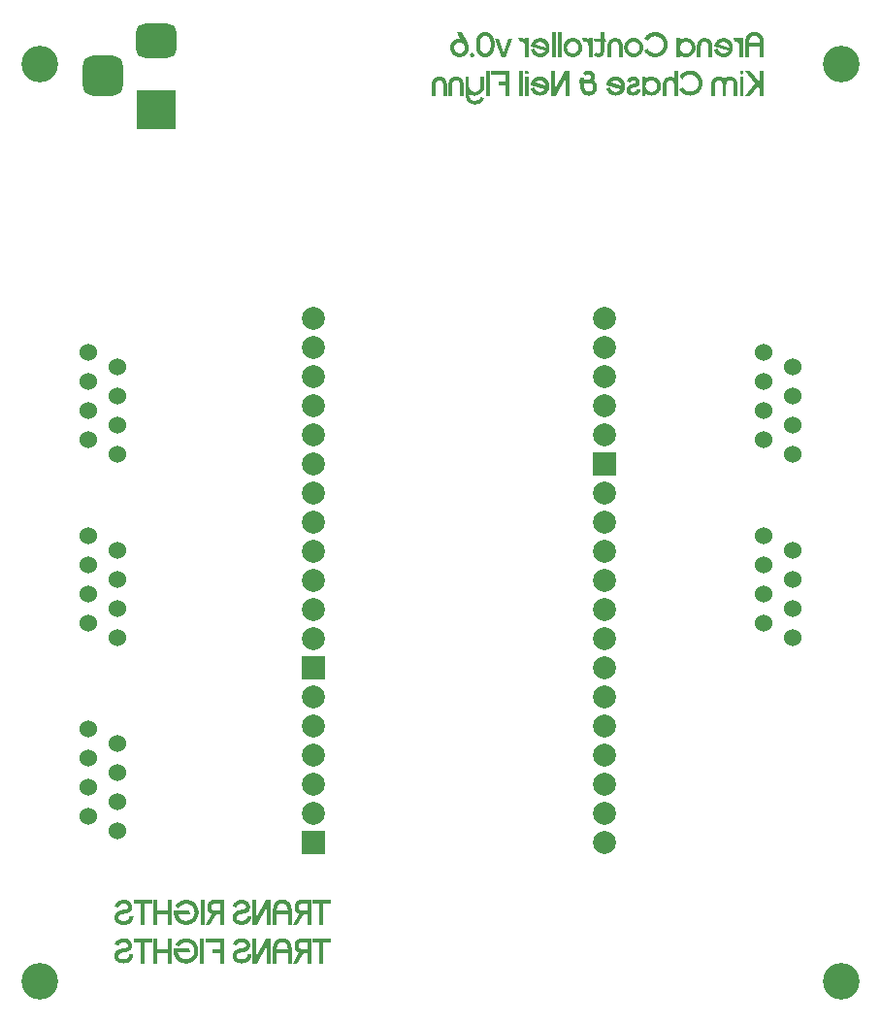
<source format=gbr>
%TF.GenerationSoftware,KiCad,Pcbnew,7.0.2*%
%TF.CreationDate,2023-06-06T19:57:18-04:00*%
%TF.ProjectId,ArenaController,4172656e-6143-46f6-9e74-726f6c6c6572,v0.6*%
%TF.SameCoordinates,Original*%
%TF.FileFunction,Soldermask,Bot*%
%TF.FilePolarity,Negative*%
%FSLAX46Y46*%
G04 Gerber Fmt 4.6, Leading zero omitted, Abs format (unit mm)*
G04 Created by KiCad (PCBNEW 7.0.2) date 2023-06-06 19:57:18*
%MOMM*%
%LPD*%
G01*
G04 APERTURE LIST*
G04 Aperture macros list*
%AMRoundRect*
0 Rectangle with rounded corners*
0 $1 Rounding radius*
0 $2 $3 $4 $5 $6 $7 $8 $9 X,Y pos of 4 corners*
0 Add a 4 corners polygon primitive as box body*
4,1,4,$2,$3,$4,$5,$6,$7,$8,$9,$2,$3,0*
0 Add four circle primitives for the rounded corners*
1,1,$1+$1,$2,$3*
1,1,$1+$1,$4,$5*
1,1,$1+$1,$6,$7*
1,1,$1+$1,$8,$9*
0 Add four rect primitives between the rounded corners*
20,1,$1+$1,$2,$3,$4,$5,0*
20,1,$1+$1,$4,$5,$6,$7,0*
20,1,$1+$1,$6,$7,$8,$9,0*
20,1,$1+$1,$8,$9,$2,$3,0*%
G04 Aperture macros list end*
%ADD10C,0.500000*%
%ADD11C,1.524000*%
%ADD12C,3.200000*%
%ADD13R,3.500000X3.500000*%
%ADD14RoundRect,0.750000X-1.000000X0.750000X-1.000000X-0.750000X1.000000X-0.750000X1.000000X0.750000X0*%
%ADD15RoundRect,0.875000X-0.875000X0.875000X-0.875000X-0.875000X0.875000X-0.875000X0.875000X0.875000X0*%
%ADD16C,2.000000*%
%ADD17R,2.000000X2.000000*%
G04 APERTURE END LIST*
D10*
G36*
X162432179Y-47197843D02*
G01*
X162458303Y-47198622D01*
X162483974Y-47199919D01*
X162509190Y-47201736D01*
X162533952Y-47204071D01*
X162558260Y-47206926D01*
X162582113Y-47210299D01*
X162605513Y-47214192D01*
X162628459Y-47218604D01*
X162650950Y-47223534D01*
X162672987Y-47228984D01*
X162694570Y-47234953D01*
X162715699Y-47241440D01*
X162736374Y-47248447D01*
X162756594Y-47255973D01*
X162776361Y-47264018D01*
X162795624Y-47272461D01*
X162814333Y-47281183D01*
X162832489Y-47290184D01*
X162850092Y-47299463D01*
X162875458Y-47313905D01*
X162899580Y-47328973D01*
X162922456Y-47344668D01*
X162944087Y-47360990D01*
X162964473Y-47377938D01*
X162983614Y-47395514D01*
X163001510Y-47413716D01*
X163018161Y-47432545D01*
X163028708Y-47445381D01*
X163044005Y-47465144D01*
X163058675Y-47485515D01*
X163072719Y-47506497D01*
X163086135Y-47528088D01*
X163098925Y-47550289D01*
X163111088Y-47573099D01*
X163122624Y-47596519D01*
X163133534Y-47620549D01*
X163143816Y-47645189D01*
X163153472Y-47670438D01*
X163159555Y-47687292D01*
X163168136Y-47712124D01*
X163176064Y-47736414D01*
X163183340Y-47760163D01*
X163189963Y-47783371D01*
X163195934Y-47806039D01*
X163201252Y-47828165D01*
X163205917Y-47849751D01*
X163209930Y-47870795D01*
X163213290Y-47891299D01*
X163215998Y-47911261D01*
X163217477Y-47924412D01*
X163219516Y-47944224D01*
X163221341Y-47964140D01*
X163222951Y-47984158D01*
X163224346Y-48004280D01*
X163225527Y-48024504D01*
X163226493Y-48044831D01*
X163227244Y-48065262D01*
X163227781Y-48085796D01*
X163228103Y-48106432D01*
X163228210Y-48127172D01*
X163228210Y-49386000D01*
X162884316Y-49386000D01*
X162884316Y-48479370D01*
X161946424Y-48479370D01*
X161946424Y-49386000D01*
X161602530Y-49386000D01*
X161602530Y-48135476D01*
X161946424Y-48135476D01*
X162884316Y-48135476D01*
X162884316Y-48116395D01*
X162884316Y-48096764D01*
X162884316Y-48076583D01*
X162884316Y-48055853D01*
X162884307Y-48053172D01*
X162883706Y-48033047D01*
X162882170Y-48010537D01*
X162880109Y-47989345D01*
X162877361Y-47966401D01*
X162874547Y-47945944D01*
X162871921Y-47929335D01*
X162868124Y-47909261D01*
X162863754Y-47889951D01*
X162857755Y-47867786D01*
X162850931Y-47846720D01*
X162843284Y-47826753D01*
X162836209Y-47810405D01*
X162826775Y-47790347D01*
X162816311Y-47769807D01*
X162806804Y-47752324D01*
X162796581Y-47734507D01*
X162785642Y-47716355D01*
X162776422Y-47701960D01*
X162764382Y-47685040D01*
X162751769Y-47669312D01*
X162735878Y-47652013D01*
X162719162Y-47636431D01*
X162701623Y-47622566D01*
X162698604Y-47620380D01*
X162679370Y-47607763D01*
X162661872Y-47597905D01*
X162643039Y-47588644D01*
X162622870Y-47579978D01*
X162601365Y-47571909D01*
X162578524Y-47564436D01*
X162559366Y-47559055D01*
X162539506Y-47554392D01*
X162518944Y-47550446D01*
X162497680Y-47547217D01*
X162475713Y-47544706D01*
X162453045Y-47542912D01*
X162429674Y-47541836D01*
X162405600Y-47541478D01*
X162396479Y-47541533D01*
X162374011Y-47542155D01*
X162352020Y-47543470D01*
X162330505Y-47545476D01*
X162309468Y-47548173D01*
X162288908Y-47551563D01*
X162268824Y-47555644D01*
X162260902Y-47557441D01*
X162241763Y-47562169D01*
X162220056Y-47568282D01*
X162199723Y-47574877D01*
X162180763Y-47581952D01*
X162160381Y-47590815D01*
X162149329Y-47596341D01*
X162130869Y-47607333D01*
X162113532Y-47620009D01*
X162097316Y-47634368D01*
X162082223Y-47650410D01*
X162074064Y-47659935D01*
X162060483Y-47676605D01*
X162047790Y-47693274D01*
X162035986Y-47709944D01*
X162025070Y-47726614D01*
X162016506Y-47741554D01*
X162007557Y-47760635D01*
X161999730Y-47781492D01*
X161993914Y-47800783D01*
X161988922Y-47821380D01*
X161986654Y-47831728D01*
X161982246Y-47851317D01*
X161977321Y-47872304D01*
X161971978Y-47893828D01*
X161966940Y-47912727D01*
X161966334Y-47914911D01*
X161961263Y-47936121D01*
X161957340Y-47957309D01*
X161954358Y-47977651D01*
X161951797Y-47999677D01*
X161950249Y-48015226D01*
X161948523Y-48034871D01*
X161947059Y-48056488D01*
X161946424Y-48077346D01*
X161946424Y-48135476D01*
X161602530Y-48135476D01*
X161602530Y-48127172D01*
X161602590Y-48112066D01*
X161602857Y-48092233D01*
X161603492Y-48067935D01*
X161604460Y-48044186D01*
X161605762Y-48020985D01*
X161607398Y-47998333D01*
X161609369Y-47976230D01*
X161610750Y-47962900D01*
X161613490Y-47939654D01*
X161616078Y-47920130D01*
X161619016Y-47899782D01*
X161622306Y-47878609D01*
X161625947Y-47856612D01*
X161629938Y-47833790D01*
X161634281Y-47810145D01*
X161639067Y-47786339D01*
X161644387Y-47763036D01*
X161650241Y-47740238D01*
X161656630Y-47717943D01*
X161663552Y-47696152D01*
X161671009Y-47674865D01*
X161679001Y-47654081D01*
X161687526Y-47633801D01*
X161696571Y-47613636D01*
X161706364Y-47593440D01*
X161716904Y-47573214D01*
X161728193Y-47552957D01*
X161740229Y-47532670D01*
X161753014Y-47512352D01*
X161766547Y-47492003D01*
X161780827Y-47471624D01*
X161784517Y-47466516D01*
X161799801Y-47446503D01*
X161815925Y-47427162D01*
X161832889Y-47408493D01*
X161850692Y-47390495D01*
X161869334Y-47373169D01*
X161888816Y-47356515D01*
X161909138Y-47340532D01*
X161924930Y-47328986D01*
X161935752Y-47321455D01*
X161952491Y-47310537D01*
X161969841Y-47300074D01*
X161987800Y-47290066D01*
X162006368Y-47280514D01*
X162025547Y-47271416D01*
X162045335Y-47262774D01*
X162065732Y-47254586D01*
X162086739Y-47246854D01*
X162108356Y-47239577D01*
X162130583Y-47232755D01*
X162145682Y-47228496D01*
X162168853Y-47222622D01*
X162192651Y-47217367D01*
X162217076Y-47212730D01*
X162242127Y-47208712D01*
X162267806Y-47205312D01*
X162294111Y-47202530D01*
X162321043Y-47200366D01*
X162348602Y-47198820D01*
X162376788Y-47197893D01*
X162405600Y-47197584D01*
X162432179Y-47197843D01*
G37*
G36*
X161444260Y-49386000D02*
G01*
X161444260Y-48379230D01*
X161444260Y-47729056D01*
X161100367Y-47729056D01*
X161100367Y-47783766D01*
X161078004Y-47773989D01*
X161054147Y-47765173D01*
X161028797Y-47757320D01*
X161001952Y-47750427D01*
X160973613Y-47744497D01*
X160953891Y-47741077D01*
X160933504Y-47738085D01*
X160912453Y-47735521D01*
X160890738Y-47733384D01*
X160868360Y-47731674D01*
X160845317Y-47730392D01*
X160821610Y-47729537D01*
X160797239Y-47729109D01*
X160784805Y-47729056D01*
X160762718Y-47729120D01*
X160740606Y-47729314D01*
X160718469Y-47729636D01*
X160696305Y-47730086D01*
X160674116Y-47730666D01*
X160651900Y-47731374D01*
X160629660Y-47732212D01*
X160607393Y-47733178D01*
X160585100Y-47734272D01*
X160562782Y-47735496D01*
X160547889Y-47736383D01*
X160657310Y-48076369D01*
X160676792Y-48071313D01*
X160696465Y-48066829D01*
X160716329Y-48062917D01*
X160736384Y-48059578D01*
X160756629Y-48056811D01*
X160777065Y-48054616D01*
X160785293Y-48053899D01*
X160823447Y-48055210D01*
X160859139Y-48059143D01*
X160892369Y-48065697D01*
X160923138Y-48074873D01*
X160951445Y-48086671D01*
X160977291Y-48101091D01*
X161000675Y-48118133D01*
X161021598Y-48137796D01*
X161040060Y-48160082D01*
X161056059Y-48184989D01*
X161069598Y-48212518D01*
X161080674Y-48242668D01*
X161089290Y-48275441D01*
X161095444Y-48310835D01*
X161099136Y-48348851D01*
X161100059Y-48368842D01*
X161100367Y-48389489D01*
X161100367Y-49386000D01*
X161444260Y-49386000D01*
G37*
G36*
X159726947Y-47729298D02*
G01*
X159749351Y-47730023D01*
X159771487Y-47731233D01*
X159793354Y-47732926D01*
X159814954Y-47735102D01*
X159836286Y-47737763D01*
X159857349Y-47740907D01*
X159878145Y-47744535D01*
X159898672Y-47748646D01*
X159918931Y-47753242D01*
X159938923Y-47758321D01*
X159958646Y-47763884D01*
X159978101Y-47769930D01*
X159997288Y-47776460D01*
X160016206Y-47783474D01*
X160034857Y-47790972D01*
X160053240Y-47798953D01*
X160071354Y-47807418D01*
X160089201Y-47816367D01*
X160106779Y-47825799D01*
X160124089Y-47835715D01*
X160141131Y-47846115D01*
X160157905Y-47856999D01*
X160174411Y-47868366D01*
X160190649Y-47880217D01*
X160206619Y-47892552D01*
X160222321Y-47905370D01*
X160237754Y-47918672D01*
X160252920Y-47932458D01*
X160267817Y-47946728D01*
X160282446Y-47961481D01*
X160296808Y-47976718D01*
X160310782Y-47992245D01*
X160324314Y-48007930D01*
X160337401Y-48023772D01*
X160350045Y-48039771D01*
X160362245Y-48055928D01*
X160374002Y-48072242D01*
X160385315Y-48088714D01*
X160396184Y-48105343D01*
X160406610Y-48122129D01*
X160416592Y-48139073D01*
X160435225Y-48173433D01*
X160452083Y-48208423D01*
X160467167Y-48244042D01*
X160480476Y-48280291D01*
X160492011Y-48317170D01*
X160501771Y-48354678D01*
X160509757Y-48392816D01*
X160513084Y-48412122D01*
X160515968Y-48431584D01*
X160518408Y-48451204D01*
X160520404Y-48470982D01*
X160521957Y-48490917D01*
X160523066Y-48511009D01*
X160523732Y-48531259D01*
X160523953Y-48551666D01*
X160523735Y-48572467D01*
X160523081Y-48593103D01*
X160521991Y-48613576D01*
X160520465Y-48633884D01*
X160518503Y-48654028D01*
X160516105Y-48674009D01*
X160513271Y-48693825D01*
X160510001Y-48713477D01*
X160506295Y-48732965D01*
X160502153Y-48752289D01*
X160497575Y-48771448D01*
X160492561Y-48790444D01*
X160487110Y-48809275D01*
X160481224Y-48827943D01*
X160474902Y-48846446D01*
X160468144Y-48864785D01*
X160460950Y-48882960D01*
X160453320Y-48900971D01*
X160445253Y-48918818D01*
X160436751Y-48936501D01*
X160427813Y-48954020D01*
X160418439Y-48971374D01*
X160408628Y-48988565D01*
X160398382Y-49005591D01*
X160387700Y-49022454D01*
X160376582Y-49039152D01*
X160365027Y-49055686D01*
X160353037Y-49072056D01*
X160340611Y-49088262D01*
X160327748Y-49104304D01*
X160314450Y-49120181D01*
X160300715Y-49135895D01*
X160286617Y-49151282D01*
X160272225Y-49166181D01*
X160257540Y-49180591D01*
X160242563Y-49194513D01*
X160227292Y-49207946D01*
X160211729Y-49220891D01*
X160195873Y-49233348D01*
X160179724Y-49245316D01*
X160163282Y-49256795D01*
X160146547Y-49267786D01*
X160129519Y-49278288D01*
X160112198Y-49288302D01*
X160094585Y-49297828D01*
X160076678Y-49306865D01*
X160058479Y-49315413D01*
X160039986Y-49323473D01*
X160021201Y-49331045D01*
X160002123Y-49338128D01*
X159982752Y-49344722D01*
X159963088Y-49350829D01*
X159943131Y-49356446D01*
X159922881Y-49361575D01*
X159902339Y-49366216D01*
X159881503Y-49370368D01*
X159860375Y-49374032D01*
X159838953Y-49377207D01*
X159817239Y-49379893D01*
X159795232Y-49382092D01*
X159772932Y-49383801D01*
X159750339Y-49385023D01*
X159727453Y-49385755D01*
X159704274Y-49386000D01*
X159680613Y-49385727D01*
X159657258Y-49384908D01*
X159634207Y-49383544D01*
X159611462Y-49381634D01*
X159589022Y-49379178D01*
X159566888Y-49376176D01*
X159545059Y-49372629D01*
X159523535Y-49368536D01*
X159502316Y-49363897D01*
X159481403Y-49358713D01*
X159460795Y-49352983D01*
X159440492Y-49346707D01*
X159420495Y-49339885D01*
X159400803Y-49332518D01*
X159381416Y-49324605D01*
X159362334Y-49316146D01*
X159343583Y-49307237D01*
X159325309Y-49298095D01*
X159307511Y-49288720D01*
X159290191Y-49279113D01*
X159265105Y-49264265D01*
X159241093Y-49248893D01*
X159218153Y-49232998D01*
X159196287Y-49216579D01*
X159175495Y-49199636D01*
X159155776Y-49182169D01*
X159137130Y-49164179D01*
X159119557Y-49145665D01*
X159108288Y-49133115D01*
X159091941Y-49114397D01*
X159076265Y-49095808D01*
X159061258Y-49077349D01*
X159046922Y-49059017D01*
X159033254Y-49040815D01*
X159020257Y-49022742D01*
X159007930Y-49004797D01*
X158996272Y-48986981D01*
X158985284Y-48969294D01*
X158974965Y-48951736D01*
X158965161Y-48934124D01*
X158955897Y-48916462D01*
X158947175Y-48898747D01*
X158938993Y-48880982D01*
X158928926Y-48857214D01*
X158919820Y-48833354D01*
X158911676Y-48809403D01*
X158904494Y-48785361D01*
X158898273Y-48761226D01*
X159207484Y-48679161D01*
X159215751Y-48701732D01*
X159224551Y-48723651D01*
X159233886Y-48744917D01*
X159243755Y-48765531D01*
X159254158Y-48785492D01*
X159265095Y-48804801D01*
X159276567Y-48823457D01*
X159288573Y-48841460D01*
X159301113Y-48858811D01*
X159314188Y-48875509D01*
X159327797Y-48891555D01*
X159341940Y-48906948D01*
X159356618Y-48921688D01*
X159371829Y-48935776D01*
X159387575Y-48949211D01*
X159403856Y-48961994D01*
X159420542Y-48974002D01*
X159437508Y-48985235D01*
X159454752Y-48995694D01*
X159472274Y-49005378D01*
X159490075Y-49014287D01*
X159508155Y-49022421D01*
X159526513Y-49029781D01*
X159545150Y-49036366D01*
X159564066Y-49042176D01*
X159583260Y-49047212D01*
X159602732Y-49051473D01*
X159622484Y-49054959D01*
X159642513Y-49057670D01*
X159662822Y-49059607D01*
X159683409Y-49060769D01*
X159704274Y-49061157D01*
X159736894Y-49060235D01*
X159768686Y-49057470D01*
X159799649Y-49052862D01*
X159829785Y-49046410D01*
X159859092Y-49038116D01*
X159887571Y-49027978D01*
X159915222Y-49015996D01*
X159942045Y-49002172D01*
X159968040Y-48986504D01*
X159993206Y-48968993D01*
X160017545Y-48949639D01*
X160041055Y-48928441D01*
X160063737Y-48905400D01*
X160085591Y-48880516D01*
X160106617Y-48853789D01*
X160126815Y-48825218D01*
X160126815Y-48819845D01*
X158889969Y-48492559D01*
X158870918Y-48492559D01*
X158871188Y-48484877D01*
X158873352Y-48465185D01*
X158876808Y-48444367D01*
X158880655Y-48424828D01*
X158885464Y-48402724D01*
X158891234Y-48378055D01*
X158896193Y-48357871D01*
X158901692Y-48336244D01*
X158902619Y-48331106D01*
X158907145Y-48310372D01*
X158912984Y-48289348D01*
X158918570Y-48272701D01*
X159280915Y-48272701D01*
X160196180Y-48522845D01*
X160198133Y-48531638D01*
X160200087Y-48513076D01*
X160199971Y-48508591D01*
X160197645Y-48489140D01*
X160196882Y-48484832D01*
X160192760Y-48465692D01*
X160182013Y-48438826D01*
X160174326Y-48417233D01*
X160166038Y-48396175D01*
X160157152Y-48375651D01*
X160147667Y-48355661D01*
X160137582Y-48336206D01*
X160126899Y-48317284D01*
X160115616Y-48298897D01*
X160103734Y-48281045D01*
X160091252Y-48263727D01*
X160078172Y-48246942D01*
X160064493Y-48230693D01*
X160050214Y-48214977D01*
X160035336Y-48199796D01*
X160019859Y-48185149D01*
X160003783Y-48171036D01*
X159987108Y-48157458D01*
X159978628Y-48151087D01*
X159961535Y-48138951D01*
X159944263Y-48127624D01*
X159926811Y-48117106D01*
X159909179Y-48107398D01*
X159891369Y-48098498D01*
X159873379Y-48090408D01*
X159846057Y-48079789D01*
X159818333Y-48070990D01*
X159790204Y-48064012D01*
X159761672Y-48058854D01*
X159732736Y-48055517D01*
X159713222Y-48054304D01*
X159693528Y-48053899D01*
X159671505Y-48054340D01*
X159650318Y-48055664D01*
X159629965Y-48057870D01*
X159610447Y-48060959D01*
X159588127Y-48065831D01*
X159567010Y-48071973D01*
X159544364Y-48079690D01*
X159522344Y-48088062D01*
X159500950Y-48097092D01*
X159480182Y-48106778D01*
X159460039Y-48117120D01*
X159440523Y-48128118D01*
X159421632Y-48139773D01*
X159403367Y-48152085D01*
X159385728Y-48165052D01*
X159368715Y-48178677D01*
X159352328Y-48192957D01*
X159336567Y-48207894D01*
X159321431Y-48223488D01*
X159306922Y-48239737D01*
X159293038Y-48256643D01*
X159280915Y-48272701D01*
X158918570Y-48272701D01*
X158920136Y-48268034D01*
X158928600Y-48246430D01*
X158938378Y-48224536D01*
X158949468Y-48202351D01*
X158961871Y-48179877D01*
X158972034Y-48162831D01*
X158979194Y-48151306D01*
X158990448Y-48133847D01*
X159002321Y-48116181D01*
X159014811Y-48098309D01*
X159027920Y-48080231D01*
X159041647Y-48061948D01*
X159055993Y-48043458D01*
X159070957Y-48024762D01*
X159086538Y-48005859D01*
X159102739Y-47986751D01*
X159119557Y-47967437D01*
X159131180Y-47954633D01*
X159149608Y-47935957D01*
X159169230Y-47917917D01*
X159190045Y-47900512D01*
X159212055Y-47883742D01*
X159235257Y-47867608D01*
X159259653Y-47852109D01*
X159276580Y-47842129D01*
X159294038Y-47832432D01*
X159312026Y-47823017D01*
X159330545Y-47813885D01*
X159349594Y-47805035D01*
X159369173Y-47796467D01*
X159389029Y-47788304D01*
X159409031Y-47780668D01*
X159429177Y-47773558D01*
X159449468Y-47766975D01*
X159469904Y-47760918D01*
X159490486Y-47755388D01*
X159511212Y-47750385D01*
X159532083Y-47745909D01*
X159553100Y-47741959D01*
X159574261Y-47738536D01*
X159595567Y-47735639D01*
X159617019Y-47733269D01*
X159638615Y-47731426D01*
X159660357Y-47730109D01*
X159682243Y-47729319D01*
X159704274Y-47729056D01*
X159726947Y-47729298D01*
G37*
G36*
X157395691Y-48385092D02*
G01*
X157395691Y-49386000D01*
X157739585Y-49386000D01*
X157739585Y-48383627D01*
X157739889Y-48363341D01*
X157740800Y-48343699D01*
X157744447Y-48306347D01*
X157750524Y-48271571D01*
X157759033Y-48239371D01*
X157769972Y-48209747D01*
X157783343Y-48182699D01*
X157799144Y-48158227D01*
X157817376Y-48136331D01*
X157838040Y-48117011D01*
X157861134Y-48100267D01*
X157886659Y-48086099D01*
X157914616Y-48074507D01*
X157945003Y-48065491D01*
X157977821Y-48059051D01*
X158013070Y-48055187D01*
X158050750Y-48053899D01*
X158076480Y-48054285D01*
X158100914Y-48055445D01*
X158124050Y-48057377D01*
X158145891Y-48060081D01*
X158166434Y-48063559D01*
X158185681Y-48067809D01*
X158209327Y-48074679D01*
X158230668Y-48082922D01*
X158249703Y-48092539D01*
X158258357Y-48097863D01*
X158276346Y-48112522D01*
X158292761Y-48129328D01*
X158307601Y-48148281D01*
X158318340Y-48164988D01*
X158328072Y-48183070D01*
X158336796Y-48202526D01*
X158344513Y-48223355D01*
X158346284Y-48228777D01*
X158351632Y-48250074D01*
X158356073Y-48272445D01*
X158359608Y-48295889D01*
X158361783Y-48315417D01*
X158363378Y-48335632D01*
X158364393Y-48356534D01*
X158364829Y-48378122D01*
X158364847Y-48383627D01*
X158364847Y-49386000D01*
X158708741Y-49386000D01*
X158708741Y-48385092D01*
X158708371Y-48361512D01*
X158707262Y-48337789D01*
X158705413Y-48313923D01*
X158702825Y-48289914D01*
X158699498Y-48265762D01*
X158696304Y-48246337D01*
X158693598Y-48231708D01*
X158689148Y-48211405D01*
X158683370Y-48189820D01*
X158676264Y-48166953D01*
X158667830Y-48142803D01*
X158660633Y-48123850D01*
X158652689Y-48104175D01*
X158643998Y-48083779D01*
X158634559Y-48062661D01*
X158624374Y-48040822D01*
X158620813Y-48033383D01*
X158611030Y-48014582D01*
X158600732Y-47996403D01*
X158589918Y-47978846D01*
X158578590Y-47961911D01*
X158566746Y-47945598D01*
X158554387Y-47929908D01*
X158541512Y-47914839D01*
X158528123Y-47900392D01*
X158514218Y-47886568D01*
X158499798Y-47873365D01*
X158477203Y-47854728D01*
X158461495Y-47843081D01*
X158445272Y-47832055D01*
X158428533Y-47821652D01*
X158411280Y-47811871D01*
X158402460Y-47807214D01*
X158384142Y-47797749D01*
X158365335Y-47788896D01*
X158346040Y-47780652D01*
X158326256Y-47773020D01*
X158305984Y-47765998D01*
X158285224Y-47759586D01*
X158263974Y-47753786D01*
X158242237Y-47748595D01*
X158220011Y-47744016D01*
X158197296Y-47740047D01*
X158174093Y-47736689D01*
X158150401Y-47733941D01*
X158126221Y-47731804D01*
X158101553Y-47730277D01*
X158076396Y-47729361D01*
X158050750Y-47729056D01*
X158029488Y-47729287D01*
X158008565Y-47729980D01*
X157987982Y-47731134D01*
X157967738Y-47732750D01*
X157947834Y-47734828D01*
X157928270Y-47737368D01*
X157899561Y-47742043D01*
X157871615Y-47747758D01*
X157844434Y-47754511D01*
X157818017Y-47762304D01*
X157792365Y-47771135D01*
X157767476Y-47781005D01*
X157751309Y-47788163D01*
X157727455Y-47799836D01*
X157704803Y-47811776D01*
X157683354Y-47823982D01*
X157663106Y-47836454D01*
X157644061Y-47849192D01*
X157626218Y-47862197D01*
X157609577Y-47875468D01*
X157594138Y-47889005D01*
X157579902Y-47902808D01*
X157562789Y-47921626D01*
X157558845Y-47926404D01*
X157543206Y-47946944D01*
X157528284Y-47968017D01*
X157514080Y-47989625D01*
X157500593Y-48011767D01*
X157487824Y-48034444D01*
X157478718Y-48051801D01*
X157470015Y-48069460D01*
X157461716Y-48087419D01*
X157453821Y-48105678D01*
X157446847Y-48124661D01*
X157438363Y-48148902D01*
X157430811Y-48171922D01*
X157424190Y-48193720D01*
X157418500Y-48214298D01*
X157413741Y-48233654D01*
X157409102Y-48256132D01*
X157406438Y-48272741D01*
X157403342Y-48293129D01*
X157400319Y-48316210D01*
X157398052Y-48337780D01*
X157396541Y-48357838D01*
X157395733Y-48379330D01*
X157395691Y-48385092D01*
G37*
G36*
X155921930Y-47876426D02*
G01*
X155937996Y-47863321D01*
X155963728Y-47844825D01*
X155990837Y-47827700D01*
X156019323Y-47811944D01*
X156049188Y-47797559D01*
X156080430Y-47784543D01*
X156113050Y-47772898D01*
X156147047Y-47762622D01*
X156182422Y-47753717D01*
X156219175Y-47746182D01*
X156257306Y-47740016D01*
X156276888Y-47737448D01*
X156296814Y-47735221D01*
X156317085Y-47733337D01*
X156337700Y-47731796D01*
X156358659Y-47730597D01*
X156379963Y-47729741D01*
X156401612Y-47729227D01*
X156423605Y-47729056D01*
X156443122Y-47729269D01*
X156481842Y-47730975D01*
X156520142Y-47734387D01*
X156558023Y-47739505D01*
X156595484Y-47746328D01*
X156632525Y-47754858D01*
X156669146Y-47765093D01*
X156705347Y-47777034D01*
X156741129Y-47790681D01*
X156776491Y-47806034D01*
X156811433Y-47823093D01*
X156828746Y-47832262D01*
X156845955Y-47841858D01*
X156863058Y-47851880D01*
X156880057Y-47862328D01*
X156896951Y-47873203D01*
X156913740Y-47884505D01*
X156930424Y-47896233D01*
X156947003Y-47908387D01*
X156963477Y-47920968D01*
X156979846Y-47933975D01*
X156996110Y-47947409D01*
X157012038Y-47961223D01*
X157027461Y-47975369D01*
X157042378Y-47989849D01*
X157056789Y-48004661D01*
X157070694Y-48019807D01*
X157084094Y-48035285D01*
X157096989Y-48051096D01*
X157109377Y-48067241D01*
X157121260Y-48083718D01*
X157132638Y-48100528D01*
X157143509Y-48117672D01*
X157153875Y-48135148D01*
X157163736Y-48152957D01*
X157173090Y-48171099D01*
X157181939Y-48189574D01*
X157190283Y-48208383D01*
X157198121Y-48227524D01*
X157205453Y-48246998D01*
X157212279Y-48266805D01*
X157218600Y-48286945D01*
X157224415Y-48307418D01*
X157229724Y-48328224D01*
X157234528Y-48349363D01*
X157238826Y-48370835D01*
X157242619Y-48392640D01*
X157245905Y-48414777D01*
X157248686Y-48437248D01*
X157250962Y-48460052D01*
X157252732Y-48483189D01*
X157253996Y-48506658D01*
X157254754Y-48530461D01*
X157255007Y-48554597D01*
X157254751Y-48578437D01*
X157253983Y-48601965D01*
X157252702Y-48625179D01*
X157250908Y-48648081D01*
X157248603Y-48670669D01*
X157245785Y-48692945D01*
X157242455Y-48714908D01*
X157238612Y-48736558D01*
X157234258Y-48757895D01*
X157229390Y-48778919D01*
X157224011Y-48799630D01*
X157218119Y-48820028D01*
X157211715Y-48840113D01*
X157204798Y-48859885D01*
X157197369Y-48879344D01*
X157189428Y-48898491D01*
X157180974Y-48917324D01*
X157172008Y-48935845D01*
X157162530Y-48954052D01*
X157152540Y-48971947D01*
X157142037Y-48989528D01*
X157131021Y-49006797D01*
X157119494Y-49023753D01*
X157107454Y-49040396D01*
X157094902Y-49056726D01*
X157081837Y-49072743D01*
X157068260Y-49088447D01*
X157054171Y-49103838D01*
X157039569Y-49118916D01*
X157024455Y-49133681D01*
X157008829Y-49148134D01*
X156992690Y-49162273D01*
X156976255Y-49176037D01*
X156959740Y-49189365D01*
X156943145Y-49202255D01*
X156926470Y-49214709D01*
X156909715Y-49226725D01*
X156892879Y-49238305D01*
X156875963Y-49249448D01*
X156858967Y-49260153D01*
X156841891Y-49270422D01*
X156824735Y-49280254D01*
X156790183Y-49298606D01*
X156755309Y-49315211D01*
X156720115Y-49330068D01*
X156684601Y-49343177D01*
X156648766Y-49354538D01*
X156612610Y-49364151D01*
X156576134Y-49372017D01*
X156539337Y-49378134D01*
X156502220Y-49382504D01*
X156464782Y-49385126D01*
X156427024Y-49386000D01*
X156406633Y-49385822D01*
X156386495Y-49385290D01*
X156366608Y-49384402D01*
X156346973Y-49383160D01*
X156308459Y-49379611D01*
X156270953Y-49374642D01*
X156234454Y-49368254D01*
X156198962Y-49360446D01*
X156164478Y-49351218D01*
X156131002Y-49340570D01*
X156098533Y-49328503D01*
X156067071Y-49315016D01*
X156036617Y-49300110D01*
X156007170Y-49283784D01*
X155978731Y-49266038D01*
X155951300Y-49246873D01*
X155924876Y-49226288D01*
X155921930Y-49223737D01*
X155921930Y-49386000D01*
X155598064Y-49386000D01*
X155598064Y-48563390D01*
X155921930Y-48563390D01*
X155922508Y-48588980D01*
X155924242Y-48614093D01*
X155927133Y-48638729D01*
X155931180Y-48662888D01*
X155936384Y-48686570D01*
X155942744Y-48709775D01*
X155950260Y-48732503D01*
X155958933Y-48754754D01*
X155968761Y-48776528D01*
X155979747Y-48797825D01*
X155991888Y-48818644D01*
X156005186Y-48838987D01*
X156019640Y-48858853D01*
X156035251Y-48878242D01*
X156052018Y-48897153D01*
X156069941Y-48915588D01*
X156088679Y-48933215D01*
X156107890Y-48949705D01*
X156127575Y-48965058D01*
X156147732Y-48979274D01*
X156168363Y-48992353D01*
X156189467Y-49004294D01*
X156211045Y-49015098D01*
X156233095Y-49024764D01*
X156255619Y-49033294D01*
X156278616Y-49040686D01*
X156302086Y-49046941D01*
X156326030Y-49052058D01*
X156350446Y-49056039D01*
X156375336Y-49058882D01*
X156400699Y-49060588D01*
X156426535Y-49061157D01*
X156452372Y-49060588D01*
X156477735Y-49058882D01*
X156502625Y-49056039D01*
X156527041Y-49052058D01*
X156550985Y-49046941D01*
X156574455Y-49040686D01*
X156597452Y-49033294D01*
X156619976Y-49024764D01*
X156642026Y-49015098D01*
X156663604Y-49004294D01*
X156684708Y-48992353D01*
X156705339Y-48979274D01*
X156725496Y-48965058D01*
X156745181Y-48949705D01*
X156764392Y-48933215D01*
X156783130Y-48915588D01*
X156801053Y-48897153D01*
X156817820Y-48878242D01*
X156833431Y-48858853D01*
X156847885Y-48838987D01*
X156861183Y-48818644D01*
X156873324Y-48797825D01*
X156884310Y-48776528D01*
X156894138Y-48754754D01*
X156902811Y-48732503D01*
X156910327Y-48709775D01*
X156916687Y-48686570D01*
X156921890Y-48662888D01*
X156925938Y-48638729D01*
X156928828Y-48614093D01*
X156930563Y-48588980D01*
X156931141Y-48563390D01*
X156930563Y-48537719D01*
X156928828Y-48512488D01*
X156925938Y-48487695D01*
X156921890Y-48463342D01*
X156916687Y-48439427D01*
X156910327Y-48415951D01*
X156902811Y-48392914D01*
X156894138Y-48370316D01*
X156884310Y-48348156D01*
X156873324Y-48326436D01*
X156861183Y-48305154D01*
X156847885Y-48284312D01*
X156833431Y-48263908D01*
X156817820Y-48243943D01*
X156801053Y-48224417D01*
X156783130Y-48205330D01*
X156764392Y-48186992D01*
X156745181Y-48169838D01*
X156725496Y-48153867D01*
X156705339Y-48139079D01*
X156684708Y-48125474D01*
X156663604Y-48113052D01*
X156642026Y-48101813D01*
X156619976Y-48091757D01*
X156597452Y-48082884D01*
X156574455Y-48075194D01*
X156550985Y-48068687D01*
X156527041Y-48063363D01*
X156502625Y-48059223D01*
X156477735Y-48056265D01*
X156452372Y-48054491D01*
X156426535Y-48053899D01*
X156400699Y-48054491D01*
X156375336Y-48056265D01*
X156350446Y-48059223D01*
X156326030Y-48063363D01*
X156302086Y-48068687D01*
X156278616Y-48075194D01*
X156255619Y-48082884D01*
X156233095Y-48091757D01*
X156211045Y-48101813D01*
X156189467Y-48113052D01*
X156168363Y-48125474D01*
X156147732Y-48139079D01*
X156127575Y-48153867D01*
X156107890Y-48169838D01*
X156088679Y-48186992D01*
X156069941Y-48205330D01*
X156052018Y-48224417D01*
X156035251Y-48243943D01*
X156019640Y-48263908D01*
X156005186Y-48284312D01*
X155991888Y-48305154D01*
X155979747Y-48326436D01*
X155968761Y-48348156D01*
X155958933Y-48370316D01*
X155950260Y-48392914D01*
X155942744Y-48415951D01*
X155936384Y-48439427D01*
X155931180Y-48463342D01*
X155927133Y-48487695D01*
X155924242Y-48512488D01*
X155922508Y-48537719D01*
X155921930Y-48563390D01*
X155598064Y-48563390D01*
X155598064Y-47729056D01*
X155921930Y-47729056D01*
X155921930Y-47876426D01*
G37*
G36*
X152798064Y-48829614D02*
G01*
X152807772Y-48848047D01*
X152817847Y-48866220D01*
X152828289Y-48884134D01*
X152839096Y-48901788D01*
X152850271Y-48919183D01*
X152861811Y-48936318D01*
X152873718Y-48953194D01*
X152885991Y-48969810D01*
X152898997Y-48986350D01*
X152913102Y-49003240D01*
X152928306Y-49020482D01*
X152944609Y-49038076D01*
X152962012Y-49056020D01*
X152980513Y-49074315D01*
X152995110Y-49088267D01*
X153010326Y-49102416D01*
X153020813Y-49111959D01*
X153036787Y-49126184D01*
X153053019Y-49140100D01*
X153069508Y-49153707D01*
X153086255Y-49167005D01*
X153103259Y-49179994D01*
X153120522Y-49192674D01*
X153138041Y-49205044D01*
X153155818Y-49217106D01*
X153173853Y-49228858D01*
X153192146Y-49240301D01*
X153204484Y-49247758D01*
X153223455Y-49258669D01*
X153243181Y-49269236D01*
X153263663Y-49279460D01*
X153284901Y-49289340D01*
X153306894Y-49298877D01*
X153329643Y-49308071D01*
X153353148Y-49316921D01*
X153377408Y-49325427D01*
X153402424Y-49333590D01*
X153428195Y-49341410D01*
X153445796Y-49346432D01*
X153472413Y-49353503D01*
X153499142Y-49359879D01*
X153525982Y-49365559D01*
X153552934Y-49370544D01*
X153579998Y-49374833D01*
X153607173Y-49378426D01*
X153634460Y-49381324D01*
X153661859Y-49383527D01*
X153689369Y-49385034D01*
X153716991Y-49385845D01*
X153735468Y-49386000D01*
X153760121Y-49385753D01*
X153784622Y-49385015D01*
X153808970Y-49383784D01*
X153833165Y-49382061D01*
X153857208Y-49379846D01*
X153881098Y-49377138D01*
X153904835Y-49373938D01*
X153928420Y-49370246D01*
X153951852Y-49366061D01*
X153975131Y-49361384D01*
X153998258Y-49356215D01*
X154021232Y-49350554D01*
X154044053Y-49344400D01*
X154066722Y-49337754D01*
X154089238Y-49330616D01*
X154111602Y-49322985D01*
X154133627Y-49314934D01*
X154155253Y-49306537D01*
X154176477Y-49297792D01*
X154197300Y-49288699D01*
X154217723Y-49279260D01*
X154237746Y-49269473D01*
X154257367Y-49259339D01*
X154276588Y-49248857D01*
X154295408Y-49238028D01*
X154313827Y-49226852D01*
X154331846Y-49215329D01*
X154349464Y-49203459D01*
X154366681Y-49191241D01*
X154383497Y-49178675D01*
X154399913Y-49165763D01*
X154415928Y-49152503D01*
X154431609Y-49138881D01*
X154447023Y-49125003D01*
X154462170Y-49110869D01*
X154477050Y-49096480D01*
X154491663Y-49081835D01*
X154506008Y-49066934D01*
X154520086Y-49051778D01*
X154533898Y-49036366D01*
X154547442Y-49020698D01*
X154560719Y-49004775D01*
X154573728Y-48988595D01*
X154586471Y-48972161D01*
X154598946Y-48955470D01*
X154611155Y-48938524D01*
X154623096Y-48921322D01*
X154634770Y-48903864D01*
X154646144Y-48886158D01*
X154657187Y-48868334D01*
X154667897Y-48850392D01*
X154678276Y-48832331D01*
X154688322Y-48814153D01*
X154698036Y-48795855D01*
X154707419Y-48777440D01*
X154716469Y-48758906D01*
X154725187Y-48740254D01*
X154733574Y-48721483D01*
X154741628Y-48702595D01*
X154749350Y-48683588D01*
X154756741Y-48664462D01*
X154763799Y-48645219D01*
X154770525Y-48625857D01*
X154776919Y-48606376D01*
X154782894Y-48586841D01*
X154788483Y-48567313D01*
X154793686Y-48547792D01*
X154798504Y-48528280D01*
X154802937Y-48508775D01*
X154806984Y-48489277D01*
X154810646Y-48469787D01*
X154813922Y-48450305D01*
X154816813Y-48430831D01*
X154819318Y-48411364D01*
X154821438Y-48391904D01*
X154823895Y-48362730D01*
X154825485Y-48333572D01*
X154826208Y-48304432D01*
X154826256Y-48294722D01*
X154825823Y-48265501D01*
X154824522Y-48236270D01*
X154822354Y-48207031D01*
X154820426Y-48187534D01*
X154818114Y-48168032D01*
X154815416Y-48148527D01*
X154812332Y-48129018D01*
X154808863Y-48109506D01*
X154805009Y-48089989D01*
X154800769Y-48070469D01*
X154796143Y-48050945D01*
X154791133Y-48031417D01*
X154785736Y-48011885D01*
X154779955Y-47992349D01*
X154776919Y-47982580D01*
X154770525Y-47963043D01*
X154763799Y-47943631D01*
X154756741Y-47924345D01*
X154749350Y-47905186D01*
X154741628Y-47886152D01*
X154733574Y-47867244D01*
X154725187Y-47848462D01*
X154716469Y-47829806D01*
X154707419Y-47811276D01*
X154698036Y-47792872D01*
X154688322Y-47774594D01*
X154678276Y-47756442D01*
X154667897Y-47738415D01*
X154657187Y-47720515D01*
X154646144Y-47702741D01*
X154634770Y-47685092D01*
X154623105Y-47667637D01*
X154611193Y-47650440D01*
X154599032Y-47633504D01*
X154586624Y-47616826D01*
X154573967Y-47600409D01*
X154561062Y-47584251D01*
X154547909Y-47568352D01*
X154534508Y-47552713D01*
X154520859Y-47537333D01*
X154506962Y-47522213D01*
X154492817Y-47507352D01*
X154478424Y-47492751D01*
X154463783Y-47478409D01*
X154448893Y-47464327D01*
X154433756Y-47450505D01*
X154418371Y-47436942D01*
X154402640Y-47423613D01*
X154386467Y-47410617D01*
X154369850Y-47397952D01*
X154352792Y-47385620D01*
X154335290Y-47373620D01*
X154317346Y-47361951D01*
X154298959Y-47350615D01*
X154280129Y-47339611D01*
X154260857Y-47328939D01*
X154241142Y-47318598D01*
X154220984Y-47308590D01*
X154200384Y-47298914D01*
X154179341Y-47289570D01*
X154157855Y-47280557D01*
X154135927Y-47271877D01*
X154113556Y-47263529D01*
X154090895Y-47255544D01*
X154068096Y-47248073D01*
X154045160Y-47241118D01*
X154022087Y-47234678D01*
X153998876Y-47228753D01*
X153975528Y-47223344D01*
X153952042Y-47218449D01*
X153928420Y-47214070D01*
X153904659Y-47210206D01*
X153880762Y-47206857D01*
X153856727Y-47204024D01*
X153832554Y-47201705D01*
X153808244Y-47199902D01*
X153783797Y-47198614D01*
X153759213Y-47197841D01*
X153734491Y-47197584D01*
X153705685Y-47197949D01*
X153677155Y-47199043D01*
X153648899Y-47200868D01*
X153620918Y-47203423D01*
X153593212Y-47206707D01*
X153565780Y-47210721D01*
X153538623Y-47215465D01*
X153511741Y-47220939D01*
X153485134Y-47227143D01*
X153458802Y-47234077D01*
X153441399Y-47239105D01*
X153415622Y-47246979D01*
X153390498Y-47255213D01*
X153366026Y-47263809D01*
X153342206Y-47272765D01*
X153319039Y-47282081D01*
X153296525Y-47291758D01*
X153274664Y-47301796D01*
X153253454Y-47312195D01*
X153232898Y-47322954D01*
X153212994Y-47334073D01*
X153200087Y-47341687D01*
X153181016Y-47353282D01*
X153162272Y-47365169D01*
X153143853Y-47377347D01*
X153125761Y-47389818D01*
X153107995Y-47402581D01*
X153090556Y-47415635D01*
X153073443Y-47428982D01*
X153056656Y-47442620D01*
X153040195Y-47456551D01*
X153024061Y-47470773D01*
X153013486Y-47480417D01*
X152998063Y-47494798D01*
X152983301Y-47508999D01*
X152969200Y-47523020D01*
X152951428Y-47541433D01*
X152934831Y-47559526D01*
X152919409Y-47577299D01*
X152905163Y-47594751D01*
X152892092Y-47611882D01*
X152883060Y-47624520D01*
X152871474Y-47641304D01*
X152860162Y-47658195D01*
X152849126Y-47675193D01*
X152838364Y-47692297D01*
X152827877Y-47709509D01*
X152817664Y-47726827D01*
X152807727Y-47744253D01*
X152798064Y-47761785D01*
X153100436Y-47945944D01*
X153112524Y-47926652D01*
X153125280Y-47907552D01*
X153138704Y-47888642D01*
X153152796Y-47869923D01*
X153167555Y-47851395D01*
X153182983Y-47833058D01*
X153189341Y-47825776D01*
X153202484Y-47811045D01*
X153216513Y-47796162D01*
X153231427Y-47781126D01*
X153247226Y-47765937D01*
X153263911Y-47750595D01*
X153281481Y-47735101D01*
X153299937Y-47719454D01*
X153319278Y-47703655D01*
X153339443Y-47688245D01*
X153360616Y-47673766D01*
X153382796Y-47660218D01*
X153400093Y-47650668D01*
X153417956Y-47641642D01*
X153436386Y-47633140D01*
X153455382Y-47625161D01*
X153474946Y-47617707D01*
X153495076Y-47610776D01*
X153508810Y-47606446D01*
X153529687Y-47600423D01*
X153550736Y-47594992D01*
X153571957Y-47590153D01*
X153593349Y-47585907D01*
X153614913Y-47582253D01*
X153636649Y-47579192D01*
X153658556Y-47576723D01*
X153680635Y-47574847D01*
X153702886Y-47573563D01*
X153725309Y-47572872D01*
X153740353Y-47572741D01*
X153760724Y-47572985D01*
X153780927Y-47573718D01*
X153800963Y-47574939D01*
X153820831Y-47576648D01*
X153840530Y-47578847D01*
X153860062Y-47581533D01*
X153879426Y-47584709D01*
X153898622Y-47588372D01*
X153927101Y-47594784D01*
X153955202Y-47602294D01*
X153982926Y-47610904D01*
X154010271Y-47620612D01*
X154037239Y-47631420D01*
X154046145Y-47635267D01*
X154072285Y-47647255D01*
X154097584Y-47659956D01*
X154122042Y-47673370D01*
X154145658Y-47687497D01*
X154168433Y-47702336D01*
X154190366Y-47717888D01*
X154211458Y-47734152D01*
X154231708Y-47751129D01*
X154251117Y-47768819D01*
X154269684Y-47787222D01*
X154281595Y-47799886D01*
X154298741Y-47819400D01*
X154315192Y-47839471D01*
X154330947Y-47860100D01*
X154346006Y-47881288D01*
X154360370Y-47903034D01*
X154374039Y-47925338D01*
X154387012Y-47948200D01*
X154399289Y-47971620D01*
X154410871Y-47995598D01*
X154421758Y-48020134D01*
X154428629Y-48036802D01*
X154438232Y-48061924D01*
X154446890Y-48087097D01*
X154454604Y-48112322D01*
X154461373Y-48137598D01*
X154467197Y-48162926D01*
X154472077Y-48188305D01*
X154476013Y-48213736D01*
X154479004Y-48239218D01*
X154481051Y-48264752D01*
X154482152Y-48290338D01*
X154482362Y-48307423D01*
X154481890Y-48333047D01*
X154480473Y-48358628D01*
X154478112Y-48384166D01*
X154474806Y-48409662D01*
X154470556Y-48435114D01*
X154465361Y-48460523D01*
X154459221Y-48485890D01*
X154452137Y-48511213D01*
X154444109Y-48536494D01*
X154435136Y-48561731D01*
X154428629Y-48578533D01*
X154418180Y-48603367D01*
X154406985Y-48627677D01*
X154395042Y-48651463D01*
X154382353Y-48674726D01*
X154368916Y-48697465D01*
X154354732Y-48719680D01*
X154339801Y-48741372D01*
X154324124Y-48762539D01*
X154307699Y-48783183D01*
X154290527Y-48803303D01*
X154278664Y-48816425D01*
X154260243Y-48835469D01*
X154241066Y-48853766D01*
X154221133Y-48871315D01*
X154200445Y-48888118D01*
X154179001Y-48904174D01*
X154156802Y-48919482D01*
X154133847Y-48934044D01*
X154110136Y-48947858D01*
X154085670Y-48960926D01*
X154060448Y-48973246D01*
X154043214Y-48981045D01*
X154016896Y-48991957D01*
X153990148Y-49001796D01*
X153962971Y-49010562D01*
X153935365Y-49018254D01*
X153907330Y-49024873D01*
X153878865Y-49030418D01*
X153849971Y-49034890D01*
X153830470Y-49037276D01*
X153810778Y-49039184D01*
X153790895Y-49040615D01*
X153770821Y-49041569D01*
X153750556Y-49042046D01*
X153740353Y-49042106D01*
X153717841Y-49041784D01*
X153695553Y-49040818D01*
X153673488Y-49039208D01*
X153651647Y-49036954D01*
X153630028Y-49034056D01*
X153608633Y-49030514D01*
X153587461Y-49026328D01*
X153566513Y-49021498D01*
X153545787Y-49016024D01*
X153525285Y-49009906D01*
X153511741Y-49005469D01*
X153491644Y-48998389D01*
X153472019Y-48990889D01*
X153452867Y-48982968D01*
X153434187Y-48974626D01*
X153415979Y-48965863D01*
X153398243Y-48956680D01*
X153380979Y-48947076D01*
X153364188Y-48937051D01*
X153342534Y-48923030D01*
X153321720Y-48908260D01*
X153301807Y-48892995D01*
X153282855Y-48877730D01*
X153264865Y-48862465D01*
X153247837Y-48847200D01*
X153231770Y-48831935D01*
X153216665Y-48816669D01*
X153202522Y-48801404D01*
X153189341Y-48786139D01*
X153176732Y-48770866D01*
X153164550Y-48755578D01*
X153149924Y-48736447D01*
X153135966Y-48717291D01*
X153122676Y-48698112D01*
X153110053Y-48678909D01*
X153100436Y-48663529D01*
X152798064Y-48829614D01*
G37*
G36*
X151883462Y-47717083D02*
G01*
X151904606Y-47717802D01*
X151925559Y-47718999D01*
X151946320Y-47720675D01*
X151966890Y-47722831D01*
X151987267Y-47725465D01*
X152007453Y-47728578D01*
X152027447Y-47732170D01*
X152047249Y-47736241D01*
X152066860Y-47740791D01*
X152086279Y-47745820D01*
X152105505Y-47751328D01*
X152124541Y-47757315D01*
X152143384Y-47763780D01*
X152162036Y-47770725D01*
X152180496Y-47778149D01*
X152198764Y-47786051D01*
X152216840Y-47794433D01*
X152234725Y-47803293D01*
X152252418Y-47812633D01*
X152269919Y-47822451D01*
X152287228Y-47832749D01*
X152304345Y-47843525D01*
X152321271Y-47854780D01*
X152338005Y-47866514D01*
X152354547Y-47878727D01*
X152370898Y-47891419D01*
X152387056Y-47904590D01*
X152403023Y-47918240D01*
X152418798Y-47932369D01*
X152434382Y-47946977D01*
X152449773Y-47962064D01*
X152464830Y-47977456D01*
X152479409Y-47993041D01*
X152493510Y-48008818D01*
X152507132Y-48024788D01*
X152520277Y-48040951D01*
X152532944Y-48057307D01*
X152545133Y-48073855D01*
X152556843Y-48090596D01*
X152568076Y-48107530D01*
X152578831Y-48124657D01*
X152589108Y-48141976D01*
X152598907Y-48159488D01*
X152608227Y-48177193D01*
X152617070Y-48195090D01*
X152625435Y-48213181D01*
X152633322Y-48231464D01*
X152640731Y-48249939D01*
X152647662Y-48268608D01*
X152654115Y-48287469D01*
X152660089Y-48306522D01*
X152665586Y-48325769D01*
X152670605Y-48345208D01*
X152675146Y-48364840D01*
X152679209Y-48384665D01*
X152682794Y-48404682D01*
X152685901Y-48424892D01*
X152688530Y-48445295D01*
X152690681Y-48465891D01*
X152692354Y-48486679D01*
X152693549Y-48507660D01*
X152694266Y-48528834D01*
X152694505Y-48550200D01*
X152694266Y-48571539D01*
X152693549Y-48592689D01*
X152692354Y-48613652D01*
X152690681Y-48634426D01*
X152688530Y-48655013D01*
X152685901Y-48675411D01*
X152682794Y-48695622D01*
X152679209Y-48715644D01*
X152675146Y-48735479D01*
X152670605Y-48755126D01*
X152665586Y-48774585D01*
X152660089Y-48793856D01*
X152654115Y-48812939D01*
X152647662Y-48831833D01*
X152640731Y-48850540D01*
X152633322Y-48869060D01*
X152625435Y-48887391D01*
X152617070Y-48905534D01*
X152608227Y-48923489D01*
X152598907Y-48941256D01*
X152589108Y-48958835D01*
X152578831Y-48976227D01*
X152568076Y-48993430D01*
X152556843Y-49010446D01*
X152545133Y-49027273D01*
X152532944Y-49043913D01*
X152520277Y-49060364D01*
X152507132Y-49076628D01*
X152493510Y-49092703D01*
X152479409Y-49108591D01*
X152464830Y-49124291D01*
X152449773Y-49139803D01*
X152434382Y-49154950D01*
X152418798Y-49169616D01*
X152403023Y-49183801D01*
X152387056Y-49197505D01*
X152370898Y-49210729D01*
X152354547Y-49223471D01*
X152338005Y-49235733D01*
X152321271Y-49247514D01*
X152304345Y-49258814D01*
X152287228Y-49269633D01*
X152269919Y-49279971D01*
X152252418Y-49289829D01*
X152234725Y-49299206D01*
X152216840Y-49308101D01*
X152198764Y-49316516D01*
X152180496Y-49324450D01*
X152162036Y-49331904D01*
X152143384Y-49338876D01*
X152124541Y-49345367D01*
X152105505Y-49351378D01*
X152086279Y-49356908D01*
X152066860Y-49361957D01*
X152047249Y-49366525D01*
X152027447Y-49370612D01*
X152007453Y-49374219D01*
X151987267Y-49377344D01*
X151966890Y-49379989D01*
X151946320Y-49382153D01*
X151925559Y-49383836D01*
X151904606Y-49385038D01*
X151883462Y-49385759D01*
X151862125Y-49386000D01*
X151840763Y-49385759D01*
X151819602Y-49385038D01*
X151798642Y-49383836D01*
X151777884Y-49382153D01*
X151757327Y-49379989D01*
X151736972Y-49377344D01*
X151716817Y-49374219D01*
X151696864Y-49370612D01*
X151677113Y-49366525D01*
X151657562Y-49361957D01*
X151638213Y-49356908D01*
X151619065Y-49351378D01*
X151600119Y-49345367D01*
X151581374Y-49338876D01*
X151562830Y-49331904D01*
X151544487Y-49324450D01*
X151526346Y-49316516D01*
X151508406Y-49308101D01*
X151490668Y-49299206D01*
X151473130Y-49289829D01*
X151455794Y-49279971D01*
X151438660Y-49269633D01*
X151421726Y-49258814D01*
X151404994Y-49247514D01*
X151388463Y-49235733D01*
X151372134Y-49223471D01*
X151356006Y-49210729D01*
X151340079Y-49197505D01*
X151324353Y-49183801D01*
X151308829Y-49169616D01*
X151293506Y-49154950D01*
X151278385Y-49139803D01*
X151263568Y-49124291D01*
X151249222Y-49108591D01*
X151235347Y-49092703D01*
X151221942Y-49076628D01*
X151209007Y-49060364D01*
X151196542Y-49043913D01*
X151184548Y-49027273D01*
X151173024Y-49010446D01*
X151161971Y-48993430D01*
X151151388Y-48976227D01*
X151141275Y-48958835D01*
X151131633Y-48941256D01*
X151122461Y-48923489D01*
X151113759Y-48905534D01*
X151105528Y-48887391D01*
X151097767Y-48869060D01*
X151090477Y-48850540D01*
X151083656Y-48831833D01*
X151077307Y-48812939D01*
X151071427Y-48793856D01*
X151066018Y-48774585D01*
X151061079Y-48755126D01*
X151056611Y-48735479D01*
X151052613Y-48715644D01*
X151049085Y-48695622D01*
X151046028Y-48675411D01*
X151043441Y-48655013D01*
X151041324Y-48634426D01*
X151039678Y-48613652D01*
X151038502Y-48592689D01*
X151037796Y-48571539D01*
X151037604Y-48554108D01*
X151361427Y-48554108D01*
X151362005Y-48579891D01*
X151363740Y-48605216D01*
X151366631Y-48630083D01*
X151370678Y-48654492D01*
X151375881Y-48678443D01*
X151382241Y-48701936D01*
X151389758Y-48724971D01*
X151398430Y-48747549D01*
X151408259Y-48769668D01*
X151419244Y-48791329D01*
X151431386Y-48812533D01*
X151444684Y-48833278D01*
X151459138Y-48853565D01*
X151474748Y-48873395D01*
X151491515Y-48892766D01*
X151509438Y-48911680D01*
X151528119Y-48929781D01*
X151547281Y-48946713D01*
X151566923Y-48962479D01*
X151587047Y-48977076D01*
X151607651Y-48990505D01*
X151628736Y-49002767D01*
X151650302Y-49013861D01*
X151672348Y-49023787D01*
X151694876Y-49032546D01*
X151717884Y-49040136D01*
X151741374Y-49046559D01*
X151765344Y-49051814D01*
X151789795Y-49055901D01*
X151814727Y-49058821D01*
X151840139Y-49060573D01*
X151866033Y-49061157D01*
X151891928Y-49060573D01*
X151917347Y-49058821D01*
X151942288Y-49055901D01*
X151966753Y-49051814D01*
X151990740Y-49046559D01*
X152014250Y-49040136D01*
X152037283Y-49032546D01*
X152059840Y-49023787D01*
X152081919Y-49013861D01*
X152103521Y-49002767D01*
X152124646Y-48990505D01*
X152145294Y-48977076D01*
X152165465Y-48962479D01*
X152185159Y-48946713D01*
X152204376Y-48929781D01*
X152223116Y-48911680D01*
X152240980Y-48892766D01*
X152257692Y-48873395D01*
X152273251Y-48853565D01*
X152287657Y-48833278D01*
X152300911Y-48812533D01*
X152313013Y-48791329D01*
X152323962Y-48769668D01*
X152333758Y-48747549D01*
X152342402Y-48724971D01*
X152349893Y-48701936D01*
X152356232Y-48678443D01*
X152361419Y-48654492D01*
X152365452Y-48630083D01*
X152368334Y-48605216D01*
X152370062Y-48579891D01*
X152370639Y-48554108D01*
X152370061Y-48528257D01*
X152368326Y-48502848D01*
X152365435Y-48477882D01*
X152361388Y-48453358D01*
X152356185Y-48429277D01*
X152349825Y-48405639D01*
X152342308Y-48382444D01*
X152333636Y-48359691D01*
X152323807Y-48337381D01*
X152312822Y-48315514D01*
X152300680Y-48294089D01*
X152287382Y-48273107D01*
X152272928Y-48252568D01*
X152257318Y-48232471D01*
X152240551Y-48212817D01*
X152222628Y-48193606D01*
X152203890Y-48175209D01*
X152184678Y-48158000D01*
X152164994Y-48141977D01*
X152144836Y-48127141D01*
X152124205Y-48113492D01*
X152103101Y-48101030D01*
X152081524Y-48089755D01*
X152059473Y-48079667D01*
X152036950Y-48070765D01*
X152013953Y-48063050D01*
X151990482Y-48056523D01*
X151966539Y-48051182D01*
X151942122Y-48047028D01*
X151917232Y-48044061D01*
X151891869Y-48042280D01*
X151866033Y-48041687D01*
X151840197Y-48042280D01*
X151814834Y-48044061D01*
X151789944Y-48047028D01*
X151765527Y-48051182D01*
X151741584Y-48056523D01*
X151718113Y-48063050D01*
X151695116Y-48070765D01*
X151672593Y-48079667D01*
X151650542Y-48089755D01*
X151628965Y-48101030D01*
X151607861Y-48113492D01*
X151587230Y-48127141D01*
X151567072Y-48141977D01*
X151547388Y-48158000D01*
X151528176Y-48175209D01*
X151509438Y-48193606D01*
X151491515Y-48212817D01*
X151474748Y-48232471D01*
X151459138Y-48252568D01*
X151444684Y-48273107D01*
X151431386Y-48294089D01*
X151419244Y-48315514D01*
X151408259Y-48337381D01*
X151398430Y-48359691D01*
X151389758Y-48382444D01*
X151382241Y-48405639D01*
X151375881Y-48429277D01*
X151370678Y-48453358D01*
X151366631Y-48477882D01*
X151363740Y-48502848D01*
X151362005Y-48528257D01*
X151361427Y-48554108D01*
X151037604Y-48554108D01*
X151037561Y-48550200D01*
X151037796Y-48528834D01*
X151038502Y-48507660D01*
X151039678Y-48486679D01*
X151041324Y-48465891D01*
X151043441Y-48445295D01*
X151046028Y-48424892D01*
X151049085Y-48404682D01*
X151052613Y-48384665D01*
X151056611Y-48364840D01*
X151061079Y-48345208D01*
X151066018Y-48325769D01*
X151071427Y-48306522D01*
X151077307Y-48287469D01*
X151083656Y-48268608D01*
X151090477Y-48249939D01*
X151097767Y-48231464D01*
X151105528Y-48213181D01*
X151113759Y-48195090D01*
X151122461Y-48177193D01*
X151131633Y-48159488D01*
X151141275Y-48141976D01*
X151151388Y-48124657D01*
X151161971Y-48107530D01*
X151173024Y-48090596D01*
X151184548Y-48073855D01*
X151196542Y-48057307D01*
X151209007Y-48040951D01*
X151221942Y-48024788D01*
X151235347Y-48008818D01*
X151249222Y-47993041D01*
X151263568Y-47977456D01*
X151278385Y-47962064D01*
X151293506Y-47946977D01*
X151308829Y-47932369D01*
X151324353Y-47918240D01*
X151340079Y-47904590D01*
X151356006Y-47891419D01*
X151372134Y-47878727D01*
X151388463Y-47866514D01*
X151404994Y-47854780D01*
X151421726Y-47843525D01*
X151438660Y-47832749D01*
X151455794Y-47822451D01*
X151473130Y-47812633D01*
X151490668Y-47803293D01*
X151508406Y-47794433D01*
X151526346Y-47786051D01*
X151544487Y-47778149D01*
X151562830Y-47770725D01*
X151581374Y-47763780D01*
X151600119Y-47757315D01*
X151619065Y-47751328D01*
X151638213Y-47745820D01*
X151657562Y-47740791D01*
X151677113Y-47736241D01*
X151696864Y-47732170D01*
X151716817Y-47728578D01*
X151736972Y-47725465D01*
X151757327Y-47722831D01*
X151777884Y-47720675D01*
X151798642Y-47718999D01*
X151819602Y-47717802D01*
X151840763Y-47717083D01*
X151862125Y-47716844D01*
X151883462Y-47717083D01*
G37*
G36*
X149587736Y-48385092D02*
G01*
X149587736Y-49386000D01*
X149931630Y-49386000D01*
X149931630Y-48383627D01*
X149931934Y-48363341D01*
X149932845Y-48343699D01*
X149936492Y-48306347D01*
X149942569Y-48271571D01*
X149951077Y-48239371D01*
X149962017Y-48209747D01*
X149975387Y-48182699D01*
X149991189Y-48158227D01*
X150009421Y-48136331D01*
X150030084Y-48117011D01*
X150053179Y-48100267D01*
X150078704Y-48086099D01*
X150106660Y-48074507D01*
X150137047Y-48065491D01*
X150169866Y-48059051D01*
X150205115Y-48055187D01*
X150242795Y-48053899D01*
X150268525Y-48054285D01*
X150292958Y-48055445D01*
X150316095Y-48057377D01*
X150337935Y-48060081D01*
X150358479Y-48063559D01*
X150377726Y-48067809D01*
X150401372Y-48074679D01*
X150422712Y-48082922D01*
X150441748Y-48092539D01*
X150450401Y-48097863D01*
X150468391Y-48112522D01*
X150484805Y-48129328D01*
X150499646Y-48148281D01*
X150510385Y-48164988D01*
X150520117Y-48183070D01*
X150528841Y-48202526D01*
X150536557Y-48223355D01*
X150538329Y-48228777D01*
X150543676Y-48250074D01*
X150548118Y-48272445D01*
X150551653Y-48295889D01*
X150553828Y-48315417D01*
X150555423Y-48335632D01*
X150556438Y-48356534D01*
X150556873Y-48378122D01*
X150556891Y-48383627D01*
X150556891Y-49386000D01*
X150900785Y-49386000D01*
X150900785Y-48385092D01*
X150900416Y-48361512D01*
X150899306Y-48337789D01*
X150897458Y-48313923D01*
X150894870Y-48289914D01*
X150891543Y-48265762D01*
X150888348Y-48246337D01*
X150885642Y-48231708D01*
X150881192Y-48211405D01*
X150875415Y-48189820D01*
X150868309Y-48166953D01*
X150859875Y-48142803D01*
X150852678Y-48123850D01*
X150844733Y-48104175D01*
X150836042Y-48083779D01*
X150826604Y-48062661D01*
X150816419Y-48040822D01*
X150812858Y-48033383D01*
X150803075Y-48014582D01*
X150792776Y-47996403D01*
X150781963Y-47978846D01*
X150770634Y-47961911D01*
X150758790Y-47945598D01*
X150746431Y-47929908D01*
X150733557Y-47914839D01*
X150720168Y-47900392D01*
X150706263Y-47886568D01*
X150691843Y-47873365D01*
X150669247Y-47854728D01*
X150653539Y-47843081D01*
X150637316Y-47832055D01*
X150620578Y-47821652D01*
X150603325Y-47811871D01*
X150594505Y-47807214D01*
X150576187Y-47797749D01*
X150557380Y-47788896D01*
X150538085Y-47780652D01*
X150518301Y-47773020D01*
X150498029Y-47765998D01*
X150477268Y-47759586D01*
X150456019Y-47753786D01*
X150434281Y-47748595D01*
X150412055Y-47744016D01*
X150389341Y-47740047D01*
X150366138Y-47736689D01*
X150342446Y-47733941D01*
X150318266Y-47731804D01*
X150293598Y-47730277D01*
X150268441Y-47729361D01*
X150242795Y-47729056D01*
X150221533Y-47729287D01*
X150200610Y-47729980D01*
X150180027Y-47731134D01*
X150159783Y-47732750D01*
X150139879Y-47734828D01*
X150120315Y-47737368D01*
X150091605Y-47742043D01*
X150063660Y-47747758D01*
X150036479Y-47754511D01*
X150010062Y-47762304D01*
X149984409Y-47771135D01*
X149959521Y-47781005D01*
X149943353Y-47788163D01*
X149919500Y-47799836D01*
X149896848Y-47811776D01*
X149875398Y-47823982D01*
X149855151Y-47836454D01*
X149836106Y-47849192D01*
X149818263Y-47862197D01*
X149801622Y-47875468D01*
X149786183Y-47889005D01*
X149771946Y-47902808D01*
X149754834Y-47921626D01*
X149750890Y-47926404D01*
X149735251Y-47946944D01*
X149720329Y-47968017D01*
X149706125Y-47989625D01*
X149692638Y-48011767D01*
X149679869Y-48034444D01*
X149670763Y-48051801D01*
X149662060Y-48069460D01*
X149653761Y-48087419D01*
X149645866Y-48105678D01*
X149638892Y-48124661D01*
X149630408Y-48148902D01*
X149622856Y-48171922D01*
X149616234Y-48193720D01*
X149610544Y-48214298D01*
X149605785Y-48233654D01*
X149601146Y-48256132D01*
X149598482Y-48272741D01*
X149595386Y-48293129D01*
X149592364Y-48316210D01*
X149590097Y-48337780D01*
X149588586Y-48357838D01*
X149587778Y-48379330D01*
X149587736Y-48385092D01*
G37*
G36*
X149290736Y-48800305D02*
G01*
X149290736Y-47197584D01*
X148966870Y-47197584D01*
X148966870Y-48880417D01*
X148963865Y-48901292D01*
X148957133Y-48922114D01*
X148949560Y-48940134D01*
X148939822Y-48960216D01*
X148936096Y-48967367D01*
X148925801Y-48984674D01*
X148912063Y-49003176D01*
X148896813Y-49019204D01*
X148880052Y-49032759D01*
X148861779Y-49043842D01*
X148852076Y-49048456D01*
X148833147Y-49054012D01*
X148813579Y-49057572D01*
X148791206Y-49059916D01*
X148769797Y-49060958D01*
X148754379Y-49061157D01*
X148733021Y-49058872D01*
X148712179Y-49052020D01*
X148691851Y-49040600D01*
X148675305Y-49027594D01*
X148659117Y-49011415D01*
X148646424Y-48996188D01*
X148344051Y-49104632D01*
X148353283Y-49126134D01*
X148363760Y-49147044D01*
X148375483Y-49167362D01*
X148388450Y-49187087D01*
X148402662Y-49206219D01*
X148418120Y-49224759D01*
X148434822Y-49242707D01*
X148452770Y-49260062D01*
X148471962Y-49276824D01*
X148492400Y-49292994D01*
X148506717Y-49303445D01*
X148529079Y-49318199D01*
X148552386Y-49331501D01*
X148576638Y-49343352D01*
X148601834Y-49353752D01*
X148627975Y-49362701D01*
X148655060Y-49370198D01*
X148683090Y-49376245D01*
X148712064Y-49380840D01*
X148731905Y-49383097D01*
X148752166Y-49384710D01*
X148772846Y-49385677D01*
X148793946Y-49386000D01*
X148817113Y-49385501D01*
X148840452Y-49384007D01*
X148860032Y-49382001D01*
X148879731Y-49379304D01*
X148899550Y-49375914D01*
X148919487Y-49371833D01*
X148944423Y-49366655D01*
X148968427Y-49360400D01*
X148991501Y-49353069D01*
X149013643Y-49344661D01*
X149034854Y-49335178D01*
X149055134Y-49324618D01*
X149074482Y-49312982D01*
X149092900Y-49300270D01*
X149110386Y-49286482D01*
X149126941Y-49271618D01*
X149142565Y-49255677D01*
X149157258Y-49238660D01*
X149171019Y-49220567D01*
X149183850Y-49201398D01*
X149195749Y-49181152D01*
X149206717Y-49159831D01*
X149216891Y-49137875D01*
X149226409Y-49115852D01*
X149235270Y-49093759D01*
X149243475Y-49071598D01*
X149251024Y-49049368D01*
X149257916Y-49027069D01*
X149264152Y-49004702D01*
X149269732Y-48982266D01*
X149274655Y-48959761D01*
X149278921Y-48937188D01*
X149282531Y-48914546D01*
X149285485Y-48891835D01*
X149287783Y-48869056D01*
X149289424Y-48846208D01*
X149290408Y-48823291D01*
X149290736Y-48800305D01*
G37*
G36*
X149009369Y-48085162D02*
G01*
X149009369Y-47760319D01*
X148343563Y-47760319D01*
X148440771Y-48085162D01*
X149009369Y-48085162D01*
G37*
G36*
X149451448Y-48085162D02*
G01*
X149363032Y-47760319D01*
X149259473Y-47760319D01*
X149259473Y-48085162D01*
X149451448Y-48085162D01*
G37*
G36*
X148266870Y-49386000D02*
G01*
X148266870Y-48379230D01*
X148266870Y-47729056D01*
X147922976Y-47729056D01*
X147922976Y-47783766D01*
X147900614Y-47773989D01*
X147876757Y-47765173D01*
X147851407Y-47757320D01*
X147824562Y-47750427D01*
X147796223Y-47744497D01*
X147776500Y-47741077D01*
X147756114Y-47738085D01*
X147735063Y-47735521D01*
X147713348Y-47733384D01*
X147690970Y-47731674D01*
X147667927Y-47730392D01*
X147644220Y-47729537D01*
X147619849Y-47729109D01*
X147607415Y-47729056D01*
X147585328Y-47729120D01*
X147563216Y-47729314D01*
X147541078Y-47729636D01*
X147518915Y-47730086D01*
X147496725Y-47730666D01*
X147474510Y-47731374D01*
X147452269Y-47732212D01*
X147430003Y-47733178D01*
X147407710Y-47734272D01*
X147385392Y-47735496D01*
X147370499Y-47736383D01*
X147479920Y-48076369D01*
X147499402Y-48071313D01*
X147519075Y-48066829D01*
X147538939Y-48062917D01*
X147558994Y-48059578D01*
X147579239Y-48056811D01*
X147599675Y-48054616D01*
X147607903Y-48053899D01*
X147646057Y-48055210D01*
X147681748Y-48059143D01*
X147714979Y-48065697D01*
X147745748Y-48074873D01*
X147774055Y-48086671D01*
X147799901Y-48101091D01*
X147823285Y-48118133D01*
X147844208Y-48137796D01*
X147862669Y-48160082D01*
X147878669Y-48184989D01*
X147892208Y-48212518D01*
X147903284Y-48242668D01*
X147911900Y-48275441D01*
X147918053Y-48310835D01*
X147921746Y-48348851D01*
X147922669Y-48368842D01*
X147922976Y-48389489D01*
X147922976Y-49386000D01*
X148266870Y-49386000D01*
G37*
G36*
X146566783Y-47717083D02*
G01*
X146587928Y-47717802D01*
X146608881Y-47718999D01*
X146629642Y-47720675D01*
X146650211Y-47722831D01*
X146670589Y-47725465D01*
X146690775Y-47728578D01*
X146710769Y-47732170D01*
X146730571Y-47736241D01*
X146750181Y-47740791D01*
X146769600Y-47745820D01*
X146788827Y-47751328D01*
X146807862Y-47757315D01*
X146826706Y-47763780D01*
X146845357Y-47770725D01*
X146863817Y-47778149D01*
X146882085Y-47786051D01*
X146900162Y-47794433D01*
X146918046Y-47803293D01*
X146935739Y-47812633D01*
X146953240Y-47822451D01*
X146970550Y-47832749D01*
X146987667Y-47843525D01*
X147004593Y-47854780D01*
X147021327Y-47866514D01*
X147037869Y-47878727D01*
X147054219Y-47891419D01*
X147070378Y-47904590D01*
X147086345Y-47918240D01*
X147102120Y-47932369D01*
X147117704Y-47946977D01*
X147133095Y-47962064D01*
X147148152Y-47977456D01*
X147162731Y-47993041D01*
X147176831Y-48008818D01*
X147190454Y-48024788D01*
X147203599Y-48040951D01*
X147216266Y-48057307D01*
X147228454Y-48073855D01*
X147240165Y-48090596D01*
X147251398Y-48107530D01*
X147262153Y-48124657D01*
X147272429Y-48141976D01*
X147282228Y-48159488D01*
X147291549Y-48177193D01*
X147300392Y-48195090D01*
X147308757Y-48213181D01*
X147316644Y-48231464D01*
X147324052Y-48249939D01*
X147330983Y-48268608D01*
X147337436Y-48287469D01*
X147343411Y-48306522D01*
X147348908Y-48325769D01*
X147353927Y-48345208D01*
X147358468Y-48364840D01*
X147362531Y-48384665D01*
X147366116Y-48404682D01*
X147369223Y-48424892D01*
X147371852Y-48445295D01*
X147374003Y-48465891D01*
X147375675Y-48486679D01*
X147376870Y-48507660D01*
X147377587Y-48528834D01*
X147377826Y-48550200D01*
X147377587Y-48571539D01*
X147376870Y-48592689D01*
X147375675Y-48613652D01*
X147374003Y-48634426D01*
X147371852Y-48655013D01*
X147369223Y-48675411D01*
X147366116Y-48695622D01*
X147362531Y-48715644D01*
X147358468Y-48735479D01*
X147353927Y-48755126D01*
X147348908Y-48774585D01*
X147343411Y-48793856D01*
X147337436Y-48812939D01*
X147330983Y-48831833D01*
X147324052Y-48850540D01*
X147316644Y-48869060D01*
X147308757Y-48887391D01*
X147300392Y-48905534D01*
X147291549Y-48923489D01*
X147282228Y-48941256D01*
X147272429Y-48958835D01*
X147262153Y-48976227D01*
X147251398Y-48993430D01*
X147240165Y-49010446D01*
X147228454Y-49027273D01*
X147216266Y-49043913D01*
X147203599Y-49060364D01*
X147190454Y-49076628D01*
X147176831Y-49092703D01*
X147162731Y-49108591D01*
X147148152Y-49124291D01*
X147133095Y-49139803D01*
X147117704Y-49154950D01*
X147102120Y-49169616D01*
X147086345Y-49183801D01*
X147070378Y-49197505D01*
X147054219Y-49210729D01*
X147037869Y-49223471D01*
X147021327Y-49235733D01*
X147004593Y-49247514D01*
X146987667Y-49258814D01*
X146970550Y-49269633D01*
X146953240Y-49279971D01*
X146935739Y-49289829D01*
X146918046Y-49299206D01*
X146900162Y-49308101D01*
X146882085Y-49316516D01*
X146863817Y-49324450D01*
X146845357Y-49331904D01*
X146826706Y-49338876D01*
X146807862Y-49345367D01*
X146788827Y-49351378D01*
X146769600Y-49356908D01*
X146750181Y-49361957D01*
X146730571Y-49366525D01*
X146710769Y-49370612D01*
X146690775Y-49374219D01*
X146670589Y-49377344D01*
X146650211Y-49379989D01*
X146629642Y-49382153D01*
X146608881Y-49383836D01*
X146587928Y-49385038D01*
X146566783Y-49385759D01*
X146545447Y-49386000D01*
X146524085Y-49385759D01*
X146502924Y-49385038D01*
X146481964Y-49383836D01*
X146461206Y-49382153D01*
X146440649Y-49379989D01*
X146420293Y-49377344D01*
X146400139Y-49374219D01*
X146380186Y-49370612D01*
X146360434Y-49366525D01*
X146340884Y-49361957D01*
X146321535Y-49356908D01*
X146302387Y-49351378D01*
X146283441Y-49345367D01*
X146264695Y-49338876D01*
X146246152Y-49331904D01*
X146227809Y-49324450D01*
X146209668Y-49316516D01*
X146191728Y-49308101D01*
X146173989Y-49299206D01*
X146156452Y-49289829D01*
X146139116Y-49279971D01*
X146121981Y-49269633D01*
X146105048Y-49258814D01*
X146088316Y-49247514D01*
X146071785Y-49235733D01*
X146055456Y-49223471D01*
X146039327Y-49210729D01*
X146023401Y-49197505D01*
X146007675Y-49183801D01*
X145992151Y-49169616D01*
X145976828Y-49154950D01*
X145961706Y-49139803D01*
X145946890Y-49124291D01*
X145932544Y-49108591D01*
X145918669Y-49092703D01*
X145905263Y-49076628D01*
X145892329Y-49060364D01*
X145879864Y-49043913D01*
X145867870Y-49027273D01*
X145856346Y-49010446D01*
X145845293Y-48993430D01*
X145834710Y-48976227D01*
X145824597Y-48958835D01*
X145814955Y-48941256D01*
X145805783Y-48923489D01*
X145797081Y-48905534D01*
X145788850Y-48887391D01*
X145781089Y-48869060D01*
X145773798Y-48850540D01*
X145766978Y-48831833D01*
X145760628Y-48812939D01*
X145754749Y-48793856D01*
X145749340Y-48774585D01*
X145744401Y-48755126D01*
X145739932Y-48735479D01*
X145735934Y-48715644D01*
X145732407Y-48695622D01*
X145729349Y-48675411D01*
X145726762Y-48655013D01*
X145724646Y-48634426D01*
X145723000Y-48613652D01*
X145721824Y-48592689D01*
X145721118Y-48571539D01*
X145720926Y-48554108D01*
X146044749Y-48554108D01*
X146045327Y-48579891D01*
X146047062Y-48605216D01*
X146049952Y-48630083D01*
X146054000Y-48654492D01*
X146059203Y-48678443D01*
X146065563Y-48701936D01*
X146073079Y-48724971D01*
X146081752Y-48747549D01*
X146091581Y-48769668D01*
X146102566Y-48791329D01*
X146114707Y-48812533D01*
X146128005Y-48833278D01*
X146142459Y-48853565D01*
X146158070Y-48873395D01*
X146174837Y-48892766D01*
X146192760Y-48911680D01*
X146211441Y-48929781D01*
X146230603Y-48946713D01*
X146250245Y-48962479D01*
X146270368Y-48977076D01*
X146290972Y-48990505D01*
X146312058Y-49002767D01*
X146333623Y-49013861D01*
X146355670Y-49023787D01*
X146378198Y-49032546D01*
X146401206Y-49040136D01*
X146424695Y-49046559D01*
X146448666Y-49051814D01*
X146473117Y-49055901D01*
X146498048Y-49058821D01*
X146523461Y-49060573D01*
X146549355Y-49061157D01*
X146575250Y-49060573D01*
X146600669Y-49058821D01*
X146625610Y-49055901D01*
X146650074Y-49051814D01*
X146674062Y-49046559D01*
X146697572Y-49040136D01*
X146720605Y-49032546D01*
X146743161Y-49023787D01*
X146765241Y-49013861D01*
X146786843Y-49002767D01*
X146807968Y-48990505D01*
X146828616Y-48977076D01*
X146848787Y-48962479D01*
X146868481Y-48946713D01*
X146887698Y-48929781D01*
X146906438Y-48911680D01*
X146924302Y-48892766D01*
X146941013Y-48873395D01*
X146956572Y-48853565D01*
X146970979Y-48833278D01*
X146984233Y-48812533D01*
X146996334Y-48791329D01*
X147007283Y-48769668D01*
X147017080Y-48747549D01*
X147025724Y-48724971D01*
X147033215Y-48701936D01*
X147039554Y-48678443D01*
X147044740Y-48654492D01*
X147048774Y-48630083D01*
X147051655Y-48605216D01*
X147053384Y-48579891D01*
X147053960Y-48554108D01*
X147053382Y-48528257D01*
X147051648Y-48502848D01*
X147048757Y-48477882D01*
X147044710Y-48453358D01*
X147039506Y-48429277D01*
X147033146Y-48405639D01*
X147025630Y-48382444D01*
X147016958Y-48359691D01*
X147007129Y-48337381D01*
X146996144Y-48315514D01*
X146984002Y-48294089D01*
X146970704Y-48273107D01*
X146956250Y-48252568D01*
X146940639Y-48232471D01*
X146923872Y-48212817D01*
X146905949Y-48193606D01*
X146887211Y-48175209D01*
X146868000Y-48158000D01*
X146848316Y-48141977D01*
X146828158Y-48127141D01*
X146807527Y-48113492D01*
X146786423Y-48101030D01*
X146764846Y-48089755D01*
X146742795Y-48079667D01*
X146720271Y-48070765D01*
X146697274Y-48063050D01*
X146673804Y-48056523D01*
X146649861Y-48051182D01*
X146625444Y-48047028D01*
X146600554Y-48044061D01*
X146575191Y-48042280D01*
X146549355Y-48041687D01*
X146523518Y-48042280D01*
X146498155Y-48044061D01*
X146473265Y-48047028D01*
X146448849Y-48051182D01*
X146424905Y-48056523D01*
X146401435Y-48063050D01*
X146378438Y-48070765D01*
X146355914Y-48079667D01*
X146333864Y-48089755D01*
X146312286Y-48101030D01*
X146291182Y-48113492D01*
X146270551Y-48127141D01*
X146250394Y-48141977D01*
X146230709Y-48158000D01*
X146211498Y-48175209D01*
X146192760Y-48193606D01*
X146174837Y-48212817D01*
X146158070Y-48232471D01*
X146142459Y-48252568D01*
X146128005Y-48273107D01*
X146114707Y-48294089D01*
X146102566Y-48315514D01*
X146091581Y-48337381D01*
X146081752Y-48359691D01*
X146073079Y-48382444D01*
X146065563Y-48405639D01*
X146059203Y-48429277D01*
X146054000Y-48453358D01*
X146049952Y-48477882D01*
X146047062Y-48502848D01*
X146045327Y-48528257D01*
X146044749Y-48554108D01*
X145720926Y-48554108D01*
X145720883Y-48550200D01*
X145721118Y-48528834D01*
X145721824Y-48507660D01*
X145723000Y-48486679D01*
X145724646Y-48465891D01*
X145726762Y-48445295D01*
X145729349Y-48424892D01*
X145732407Y-48404682D01*
X145735934Y-48384665D01*
X145739932Y-48364840D01*
X145744401Y-48345208D01*
X145749340Y-48325769D01*
X145754749Y-48306522D01*
X145760628Y-48287469D01*
X145766978Y-48268608D01*
X145773798Y-48249939D01*
X145781089Y-48231464D01*
X145788850Y-48213181D01*
X145797081Y-48195090D01*
X145805783Y-48177193D01*
X145814955Y-48159488D01*
X145824597Y-48141976D01*
X145834710Y-48124657D01*
X145845293Y-48107530D01*
X145856346Y-48090596D01*
X145867870Y-48073855D01*
X145879864Y-48057307D01*
X145892329Y-48040951D01*
X145905263Y-48024788D01*
X145918669Y-48008818D01*
X145932544Y-47993041D01*
X145946890Y-47977456D01*
X145961706Y-47962064D01*
X145976828Y-47946977D01*
X145992151Y-47932369D01*
X146007675Y-47918240D01*
X146023401Y-47904590D01*
X146039327Y-47891419D01*
X146055456Y-47878727D01*
X146071785Y-47866514D01*
X146088316Y-47854780D01*
X146105048Y-47843525D01*
X146121981Y-47832749D01*
X146139116Y-47822451D01*
X146156452Y-47812633D01*
X146173989Y-47803293D01*
X146191728Y-47794433D01*
X146209668Y-47786051D01*
X146227809Y-47778149D01*
X146246152Y-47770725D01*
X146264695Y-47763780D01*
X146283441Y-47757315D01*
X146302387Y-47751328D01*
X146321535Y-47745820D01*
X146340884Y-47740791D01*
X146360434Y-47736241D01*
X146380186Y-47732170D01*
X146400139Y-47728578D01*
X146420293Y-47725465D01*
X146440649Y-47722831D01*
X146461206Y-47720675D01*
X146481964Y-47718999D01*
X146502924Y-47717802D01*
X146524085Y-47717083D01*
X146545447Y-47716844D01*
X146566783Y-47717083D01*
G37*
G36*
X145240213Y-47197584D02*
G01*
X145240213Y-49386000D01*
X145584107Y-49386000D01*
X145584107Y-47197584D01*
X145240213Y-47197584D01*
G37*
G36*
X144712648Y-47197584D02*
G01*
X144712648Y-49386000D01*
X145056542Y-49386000D01*
X145056542Y-47197584D01*
X144712648Y-47197584D01*
G37*
G36*
X143731971Y-47729298D02*
G01*
X143754375Y-47730023D01*
X143776511Y-47731233D01*
X143798379Y-47732926D01*
X143819979Y-47735102D01*
X143841310Y-47737763D01*
X143862374Y-47740907D01*
X143883169Y-47744535D01*
X143903697Y-47748646D01*
X143923956Y-47753242D01*
X143943947Y-47758321D01*
X143963670Y-47763884D01*
X143983125Y-47769930D01*
X144002312Y-47776460D01*
X144021231Y-47783474D01*
X144039882Y-47790972D01*
X144058264Y-47798953D01*
X144076379Y-47807418D01*
X144094225Y-47816367D01*
X144111803Y-47825799D01*
X144129114Y-47835715D01*
X144146156Y-47846115D01*
X144162930Y-47856999D01*
X144179436Y-47868366D01*
X144195674Y-47880217D01*
X144211643Y-47892552D01*
X144227345Y-47905370D01*
X144242779Y-47918672D01*
X144257944Y-47932458D01*
X144272842Y-47946728D01*
X144287471Y-47961481D01*
X144301832Y-47976718D01*
X144315807Y-47992245D01*
X144329338Y-48007930D01*
X144342425Y-48023772D01*
X144355069Y-48039771D01*
X144367270Y-48055928D01*
X144379026Y-48072242D01*
X144390339Y-48088714D01*
X144401208Y-48105343D01*
X144411634Y-48122129D01*
X144421616Y-48139073D01*
X144440249Y-48173433D01*
X144457108Y-48208423D01*
X144472191Y-48244042D01*
X144485501Y-48280291D01*
X144497035Y-48317170D01*
X144506796Y-48354678D01*
X144514781Y-48392816D01*
X144518109Y-48412122D01*
X144520992Y-48431584D01*
X144523432Y-48451204D01*
X144525429Y-48470982D01*
X144526981Y-48490917D01*
X144528091Y-48511009D01*
X144528756Y-48531259D01*
X144528978Y-48551666D01*
X144528760Y-48572467D01*
X144528106Y-48593103D01*
X144527016Y-48613576D01*
X144525490Y-48633884D01*
X144523528Y-48654028D01*
X144521130Y-48674009D01*
X144518296Y-48693825D01*
X144515025Y-48713477D01*
X144511319Y-48732965D01*
X144507177Y-48752289D01*
X144502599Y-48771448D01*
X144497585Y-48790444D01*
X144492135Y-48809275D01*
X144486249Y-48827943D01*
X144479927Y-48846446D01*
X144473168Y-48864785D01*
X144465974Y-48882960D01*
X144458344Y-48900971D01*
X144450278Y-48918818D01*
X144441776Y-48936501D01*
X144432837Y-48954020D01*
X144423463Y-48971374D01*
X144413653Y-48988565D01*
X144403407Y-49005591D01*
X144392724Y-49022454D01*
X144381606Y-49039152D01*
X144370052Y-49055686D01*
X144358061Y-49072056D01*
X144345635Y-49088262D01*
X144332773Y-49104304D01*
X144319474Y-49120181D01*
X144305740Y-49135895D01*
X144291641Y-49151282D01*
X144277249Y-49166181D01*
X144262565Y-49180591D01*
X144247587Y-49194513D01*
X144232317Y-49207946D01*
X144216753Y-49220891D01*
X144200897Y-49233348D01*
X144184748Y-49245316D01*
X144168306Y-49256795D01*
X144151571Y-49267786D01*
X144134543Y-49278288D01*
X144117223Y-49288302D01*
X144099609Y-49297828D01*
X144081702Y-49306865D01*
X144063503Y-49315413D01*
X144045011Y-49323473D01*
X144026225Y-49331045D01*
X144007147Y-49338128D01*
X143987776Y-49344722D01*
X143968112Y-49350829D01*
X143948155Y-49356446D01*
X143927906Y-49361575D01*
X143907363Y-49366216D01*
X143886528Y-49370368D01*
X143865399Y-49374032D01*
X143843978Y-49377207D01*
X143822264Y-49379893D01*
X143800256Y-49382092D01*
X143777956Y-49383801D01*
X143755363Y-49385023D01*
X143732478Y-49385755D01*
X143709299Y-49386000D01*
X143685638Y-49385727D01*
X143662282Y-49384908D01*
X143639232Y-49383544D01*
X143616487Y-49381634D01*
X143594047Y-49379178D01*
X143571912Y-49376176D01*
X143550083Y-49372629D01*
X143528559Y-49368536D01*
X143507341Y-49363897D01*
X143486427Y-49358713D01*
X143465819Y-49352983D01*
X143445517Y-49346707D01*
X143425519Y-49339885D01*
X143405827Y-49332518D01*
X143386440Y-49324605D01*
X143367359Y-49316146D01*
X143348608Y-49307237D01*
X143330333Y-49298095D01*
X143312536Y-49288720D01*
X143295216Y-49279113D01*
X143270130Y-49264265D01*
X143246117Y-49248893D01*
X143223178Y-49232998D01*
X143201312Y-49216579D01*
X143180519Y-49199636D01*
X143160800Y-49182169D01*
X143142154Y-49164179D01*
X143124581Y-49145665D01*
X143113312Y-49133115D01*
X143096966Y-49114397D01*
X143081289Y-49095808D01*
X143066283Y-49077349D01*
X143051946Y-49059017D01*
X143038279Y-49040815D01*
X143025282Y-49022742D01*
X143012954Y-49004797D01*
X143001296Y-48986981D01*
X142990308Y-48969294D01*
X142979990Y-48951736D01*
X142970185Y-48934124D01*
X142960922Y-48916462D01*
X142952199Y-48898747D01*
X142944017Y-48880982D01*
X142933950Y-48857214D01*
X142924844Y-48833354D01*
X142916700Y-48809403D01*
X142909518Y-48785361D01*
X142903297Y-48761226D01*
X143212509Y-48679161D01*
X143220775Y-48701732D01*
X143229575Y-48723651D01*
X143238910Y-48744917D01*
X143248779Y-48765531D01*
X143259182Y-48785492D01*
X143270120Y-48804801D01*
X143281591Y-48823457D01*
X143293598Y-48841460D01*
X143306138Y-48858811D01*
X143319213Y-48875509D01*
X143332821Y-48891555D01*
X143346965Y-48906948D01*
X143361642Y-48921688D01*
X143376854Y-48935776D01*
X143392600Y-48949211D01*
X143408880Y-48961994D01*
X143425567Y-48974002D01*
X143442532Y-48985235D01*
X143459776Y-48995694D01*
X143477299Y-49005378D01*
X143495100Y-49014287D01*
X143513179Y-49022421D01*
X143531538Y-49029781D01*
X143550175Y-49036366D01*
X143569090Y-49042176D01*
X143588284Y-49047212D01*
X143607757Y-49051473D01*
X143627508Y-49054959D01*
X143647538Y-49057670D01*
X143667846Y-49059607D01*
X143688433Y-49060769D01*
X143709299Y-49061157D01*
X143741919Y-49060235D01*
X143773710Y-49057470D01*
X143804674Y-49052862D01*
X143834809Y-49046410D01*
X143864116Y-49038116D01*
X143892595Y-49027978D01*
X143920246Y-49015996D01*
X143947069Y-49002172D01*
X143973064Y-48986504D01*
X143998231Y-48968993D01*
X144022569Y-48949639D01*
X144046079Y-48928441D01*
X144068761Y-48905400D01*
X144090615Y-48880516D01*
X144111641Y-48853789D01*
X144131839Y-48825218D01*
X144131839Y-48819845D01*
X142894993Y-48492559D01*
X142875942Y-48492559D01*
X142876213Y-48484877D01*
X142878377Y-48465185D01*
X142881833Y-48444367D01*
X142885680Y-48424828D01*
X142890488Y-48402724D01*
X142896258Y-48378055D01*
X142901217Y-48357871D01*
X142906717Y-48336244D01*
X142907643Y-48331106D01*
X142912169Y-48310372D01*
X142918008Y-48289348D01*
X142923594Y-48272701D01*
X143285940Y-48272701D01*
X144201204Y-48522845D01*
X144203158Y-48531638D01*
X144205112Y-48513076D01*
X144204995Y-48508591D01*
X144202669Y-48489140D01*
X144201906Y-48484832D01*
X144197785Y-48465692D01*
X144187038Y-48438826D01*
X144179350Y-48417233D01*
X144171063Y-48396175D01*
X144162177Y-48375651D01*
X144152691Y-48355661D01*
X144142607Y-48336206D01*
X144131923Y-48317284D01*
X144120640Y-48298897D01*
X144108758Y-48281045D01*
X144096277Y-48263727D01*
X144083197Y-48246942D01*
X144069517Y-48230693D01*
X144055238Y-48214977D01*
X144040361Y-48199796D01*
X144024884Y-48185149D01*
X144008807Y-48171036D01*
X143992132Y-48157458D01*
X143983653Y-48151087D01*
X143966560Y-48138951D01*
X143949287Y-48127624D01*
X143931835Y-48117106D01*
X143914204Y-48107398D01*
X143896393Y-48098498D01*
X143878403Y-48090408D01*
X143851082Y-48079789D01*
X143823357Y-48070990D01*
X143795228Y-48064012D01*
X143766696Y-48058854D01*
X143737761Y-48055517D01*
X143718246Y-48054304D01*
X143698552Y-48053899D01*
X143676530Y-48054340D01*
X143655342Y-48055664D01*
X143634989Y-48057870D01*
X143615471Y-48060959D01*
X143593152Y-48065831D01*
X143572034Y-48071973D01*
X143549389Y-48079690D01*
X143527368Y-48088062D01*
X143505974Y-48097092D01*
X143485206Y-48106778D01*
X143465064Y-48117120D01*
X143445547Y-48128118D01*
X143426656Y-48139773D01*
X143408392Y-48152085D01*
X143390753Y-48165052D01*
X143373740Y-48178677D01*
X143357353Y-48192957D01*
X143341591Y-48207894D01*
X143326456Y-48223488D01*
X143311946Y-48239737D01*
X143298063Y-48256643D01*
X143285940Y-48272701D01*
X142923594Y-48272701D01*
X142925160Y-48268034D01*
X142933625Y-48246430D01*
X142943402Y-48224536D01*
X142954492Y-48202351D01*
X142966895Y-48179877D01*
X142977059Y-48162831D01*
X142984218Y-48151306D01*
X142995472Y-48133847D01*
X143007345Y-48116181D01*
X143019836Y-48098309D01*
X143032945Y-48080231D01*
X143046672Y-48061948D01*
X143061017Y-48043458D01*
X143075981Y-48024762D01*
X143091563Y-48005859D01*
X143107763Y-47986751D01*
X143124581Y-47967437D01*
X143136204Y-47954633D01*
X143154632Y-47935957D01*
X143174254Y-47917917D01*
X143195070Y-47900512D01*
X143217079Y-47883742D01*
X143240282Y-47867608D01*
X143264678Y-47852109D01*
X143281605Y-47842129D01*
X143299062Y-47832432D01*
X143317051Y-47823017D01*
X143335569Y-47813885D01*
X143354618Y-47805035D01*
X143374198Y-47796467D01*
X143394054Y-47788304D01*
X143414055Y-47780668D01*
X143434201Y-47773558D01*
X143454493Y-47766975D01*
X143474929Y-47760918D01*
X143495510Y-47755388D01*
X143516236Y-47750385D01*
X143537108Y-47745909D01*
X143558124Y-47741959D01*
X143579285Y-47738536D01*
X143600592Y-47735639D01*
X143622043Y-47733269D01*
X143643640Y-47731426D01*
X143665381Y-47730109D01*
X143687267Y-47729319D01*
X143709299Y-47729056D01*
X143731971Y-47729298D01*
G37*
G36*
X142713765Y-49386000D02*
G01*
X142713765Y-48379230D01*
X142713765Y-47729056D01*
X142369871Y-47729056D01*
X142369871Y-47783766D01*
X142347509Y-47773989D01*
X142323652Y-47765173D01*
X142298301Y-47757320D01*
X142271456Y-47750427D01*
X142243118Y-47744497D01*
X142223395Y-47741077D01*
X142203008Y-47738085D01*
X142181958Y-47735521D01*
X142160243Y-47733384D01*
X142137864Y-47731674D01*
X142114821Y-47730392D01*
X142091115Y-47729537D01*
X142066744Y-47729109D01*
X142054309Y-47729056D01*
X142032223Y-47729120D01*
X142010111Y-47729314D01*
X141987973Y-47729636D01*
X141965809Y-47730086D01*
X141943620Y-47730666D01*
X141921405Y-47731374D01*
X141899164Y-47732212D01*
X141876897Y-47733178D01*
X141854605Y-47734272D01*
X141832287Y-47735496D01*
X141817394Y-47736383D01*
X141926815Y-48076369D01*
X141946297Y-48071313D01*
X141965970Y-48066829D01*
X141985834Y-48062917D01*
X142005888Y-48059578D01*
X142026134Y-48056811D01*
X142046570Y-48054616D01*
X142054798Y-48053899D01*
X142092951Y-48055210D01*
X142128643Y-48059143D01*
X142161874Y-48065697D01*
X142192642Y-48074873D01*
X142220950Y-48086671D01*
X142246796Y-48101091D01*
X142270180Y-48118133D01*
X142291103Y-48137796D01*
X142309564Y-48160082D01*
X142325564Y-48184989D01*
X142339102Y-48212518D01*
X142350179Y-48242668D01*
X142358794Y-48275441D01*
X142364948Y-48310835D01*
X142368640Y-48348851D01*
X142369563Y-48368842D01*
X142369871Y-48389489D01*
X142369871Y-49386000D01*
X142713765Y-49386000D01*
G37*
G36*
X140953751Y-47760319D02*
G01*
X140502390Y-48975183D01*
X140053960Y-47760319D01*
X139725210Y-47760319D01*
X140322139Y-49386000D01*
X140688503Y-49386000D01*
X141290806Y-47760319D01*
X140953751Y-47760319D01*
G37*
G36*
X138974046Y-47197594D02*
G01*
X138993910Y-47198796D01*
X139014953Y-47201200D01*
X139037122Y-47204356D01*
X139058915Y-47207842D01*
X139066571Y-47209092D01*
X139089079Y-47213185D01*
X139110901Y-47217793D01*
X139132035Y-47222916D01*
X139152483Y-47228555D01*
X139172244Y-47234709D01*
X139178791Y-47236870D01*
X139199324Y-47244387D01*
X139217459Y-47251831D01*
X139236523Y-47260348D01*
X139256518Y-47269939D01*
X139277444Y-47280603D01*
X139294854Y-47289907D01*
X139307918Y-47297150D01*
X139324950Y-47307115D01*
X139345618Y-47320064D01*
X139365594Y-47333562D01*
X139384878Y-47347608D01*
X139403471Y-47362203D01*
X139421371Y-47377346D01*
X139435469Y-47390192D01*
X139449673Y-47404060D01*
X139463984Y-47418952D01*
X139478402Y-47434866D01*
X139492927Y-47451802D01*
X139507559Y-47469762D01*
X139522297Y-47488744D01*
X139537143Y-47508749D01*
X139551721Y-47529426D01*
X139565658Y-47550667D01*
X139578954Y-47572473D01*
X139591609Y-47594845D01*
X139603622Y-47617781D01*
X139612212Y-47635353D01*
X139620441Y-47653243D01*
X139628309Y-47671451D01*
X139635817Y-47689977D01*
X139640646Y-47702601D01*
X139647683Y-47722168D01*
X139654471Y-47742489D01*
X139661009Y-47763567D01*
X139667299Y-47785400D01*
X139673340Y-47807988D01*
X139679132Y-47831333D01*
X139684674Y-47855433D01*
X139689968Y-47880288D01*
X139695013Y-47905899D01*
X139699808Y-47932266D01*
X139701311Y-47941176D01*
X139705533Y-47968208D01*
X139709325Y-47995695D01*
X139712688Y-48023638D01*
X139715622Y-48052035D01*
X139718127Y-48080888D01*
X139719558Y-48100376D01*
X139720798Y-48120066D01*
X139721847Y-48139958D01*
X139722706Y-48160053D01*
X139723374Y-48180350D01*
X139723851Y-48200849D01*
X139724137Y-48221551D01*
X139724233Y-48242454D01*
X139724114Y-48268754D01*
X139723759Y-48294776D01*
X139723168Y-48320519D01*
X139722340Y-48345983D01*
X139721275Y-48371169D01*
X139719974Y-48396076D01*
X139718436Y-48420704D01*
X139716661Y-48445054D01*
X139714650Y-48469125D01*
X139712402Y-48492918D01*
X139709918Y-48516432D01*
X139707197Y-48539668D01*
X139704239Y-48562624D01*
X139701045Y-48585303D01*
X139697614Y-48607702D01*
X139693946Y-48629824D01*
X139692036Y-48640727D01*
X139688109Y-48662190D01*
X139684041Y-48683195D01*
X139679831Y-48703741D01*
X139675481Y-48723830D01*
X139670989Y-48743461D01*
X139663987Y-48772049D01*
X139656667Y-48799607D01*
X139649029Y-48826134D01*
X139641073Y-48851630D01*
X139632800Y-48876097D01*
X139624209Y-48899533D01*
X139615300Y-48921938D01*
X139609108Y-48936417D01*
X139599498Y-48957706D01*
X139589502Y-48978480D01*
X139579119Y-48998739D01*
X139568350Y-49018483D01*
X139557195Y-49037711D01*
X139545653Y-49056424D01*
X139533725Y-49074622D01*
X139521410Y-49092305D01*
X139508709Y-49109473D01*
X139495621Y-49126125D01*
X139486764Y-49136902D01*
X139473463Y-49152496D01*
X139460145Y-49167402D01*
X139442361Y-49186209D01*
X139424547Y-49203794D01*
X139406702Y-49220159D01*
X139388826Y-49235302D01*
X139370920Y-49249224D01*
X139352983Y-49261924D01*
X139334856Y-49273610D01*
X139316378Y-49284730D01*
X139297548Y-49295286D01*
X139278367Y-49305277D01*
X139258835Y-49314703D01*
X139238953Y-49323565D01*
X139218719Y-49331862D01*
X139198133Y-49339593D01*
X139177556Y-49346600D01*
X139157589Y-49352966D01*
X139138233Y-49358690D01*
X139114896Y-49364944D01*
X139092514Y-49370196D01*
X139071085Y-49374447D01*
X139050611Y-49377695D01*
X139042539Y-49378701D01*
X139022261Y-49380931D01*
X139001839Y-49382756D01*
X138981274Y-49384175D01*
X138960565Y-49385189D01*
X138939714Y-49385797D01*
X138918720Y-49386000D01*
X138910247Y-49385967D01*
X138889201Y-49385602D01*
X138868345Y-49384832D01*
X138847679Y-49383656D01*
X138827205Y-49382074D01*
X138806921Y-49380088D01*
X138786829Y-49377695D01*
X138782778Y-49377126D01*
X138761893Y-49373677D01*
X138739959Y-49369226D01*
X138716975Y-49363773D01*
X138697833Y-49358690D01*
X138678018Y-49352966D01*
X138657532Y-49346600D01*
X138636375Y-49339593D01*
X138614996Y-49331862D01*
X138594090Y-49323565D01*
X138573658Y-49314703D01*
X138553699Y-49305277D01*
X138534213Y-49295286D01*
X138515200Y-49284730D01*
X138496660Y-49273610D01*
X138478594Y-49261924D01*
X138465126Y-49252513D01*
X138447155Y-49238897D01*
X138429169Y-49224059D01*
X138411167Y-49208000D01*
X138393151Y-49190720D01*
X138375119Y-49172218D01*
X138361585Y-49157541D01*
X138348042Y-49142176D01*
X138334491Y-49126125D01*
X138325482Y-49115081D01*
X138312306Y-49098085D01*
X138299534Y-49080574D01*
X138287164Y-49062548D01*
X138275199Y-49044006D01*
X138263637Y-49024949D01*
X138252479Y-49005378D01*
X138241724Y-48985290D01*
X138231373Y-48964688D01*
X138221425Y-48943571D01*
X138211881Y-48921938D01*
X138202697Y-48899533D01*
X138193832Y-48876097D01*
X138185284Y-48851630D01*
X138177053Y-48826134D01*
X138169141Y-48799607D01*
X138161546Y-48772049D01*
X138156659Y-48753105D01*
X138151914Y-48733703D01*
X138147309Y-48713843D01*
X138142846Y-48693525D01*
X138138524Y-48672749D01*
X138134343Y-48651515D01*
X138130304Y-48629824D01*
X138126459Y-48607702D01*
X138122862Y-48585303D01*
X138119513Y-48562624D01*
X138116412Y-48539668D01*
X138113560Y-48516432D01*
X138110955Y-48492918D01*
X138108599Y-48469125D01*
X138106490Y-48445054D01*
X138104630Y-48420704D01*
X138103017Y-48396076D01*
X138101653Y-48371169D01*
X138100537Y-48345983D01*
X138099668Y-48320519D01*
X138099048Y-48294776D01*
X138098676Y-48268754D01*
X138098552Y-48242454D01*
X138098563Y-48240012D01*
X138442446Y-48240012D01*
X138442908Y-48289360D01*
X138444293Y-48337141D01*
X138446602Y-48383355D01*
X138449834Y-48428003D01*
X138453990Y-48471084D01*
X138459070Y-48512599D01*
X138465073Y-48552547D01*
X138472000Y-48590928D01*
X138479850Y-48627743D01*
X138488623Y-48662991D01*
X138498320Y-48696673D01*
X138508941Y-48728788D01*
X138520486Y-48759336D01*
X138532953Y-48788318D01*
X138546345Y-48815733D01*
X138560660Y-48841582D01*
X138575898Y-48865864D01*
X138592060Y-48888580D01*
X138609146Y-48909729D01*
X138627155Y-48929311D01*
X138646087Y-48947327D01*
X138665944Y-48963776D01*
X138686723Y-48978659D01*
X138708427Y-48991975D01*
X138731053Y-49003724D01*
X138754604Y-49013907D01*
X138779078Y-49022523D01*
X138804475Y-49029573D01*
X138830796Y-49035056D01*
X138858041Y-49038972D01*
X138886209Y-49041322D01*
X138915300Y-49042106D01*
X138943911Y-49041322D01*
X138971614Y-49038972D01*
X138998408Y-49035056D01*
X139024294Y-49029573D01*
X139049271Y-49022523D01*
X139073341Y-49013907D01*
X139096502Y-49003724D01*
X139118755Y-48991975D01*
X139140099Y-48978659D01*
X139160535Y-48963776D01*
X139180063Y-48947327D01*
X139198683Y-48929311D01*
X139216394Y-48909729D01*
X139233198Y-48888580D01*
X139249092Y-48865864D01*
X139264079Y-48841582D01*
X139278157Y-48815733D01*
X139291327Y-48788318D01*
X139303589Y-48759336D01*
X139314943Y-48728788D01*
X139325388Y-48696673D01*
X139334925Y-48662991D01*
X139343553Y-48627743D01*
X139351274Y-48590928D01*
X139358086Y-48552547D01*
X139363990Y-48512599D01*
X139368985Y-48471084D01*
X139373072Y-48428003D01*
X139376251Y-48383355D01*
X139378522Y-48337141D01*
X139379885Y-48289360D01*
X139380339Y-48240012D01*
X139380243Y-48221812D01*
X139379742Y-48194956D01*
X139378812Y-48168632D01*
X139377453Y-48142841D01*
X139375664Y-48117582D01*
X139373445Y-48092855D01*
X139370798Y-48068660D01*
X139367721Y-48044998D01*
X139364215Y-48021869D01*
X139360279Y-47999272D01*
X139355914Y-47977207D01*
X139351258Y-47955807D01*
X139346446Y-47935207D01*
X139341480Y-47915404D01*
X139336360Y-47896401D01*
X139329292Y-47872304D01*
X139321949Y-47849628D01*
X139314332Y-47828371D01*
X139306440Y-47808534D01*
X139298273Y-47790117D01*
X139294001Y-47781334D01*
X139282802Y-47759993D01*
X139270864Y-47739536D01*
X139258187Y-47719960D01*
X139244771Y-47701268D01*
X139230614Y-47683458D01*
X139215719Y-47666530D01*
X139206546Y-47656904D01*
X139191600Y-47642045D01*
X139177084Y-47628664D01*
X139160231Y-47614559D01*
X139143996Y-47602583D01*
X139125838Y-47591303D01*
X139115442Y-47585716D01*
X139096589Y-47576673D01*
X139076894Y-47568566D01*
X139056357Y-47561393D01*
X139034979Y-47555155D01*
X139025890Y-47552711D01*
X139004130Y-47547368D01*
X138983955Y-47543401D01*
X138964149Y-47541478D01*
X138957325Y-47541478D01*
X138937076Y-47541478D01*
X138916766Y-47541478D01*
X138910370Y-47541478D01*
X138890637Y-47541478D01*
X138869871Y-47541478D01*
X138858972Y-47542132D01*
X138838211Y-47545338D01*
X138817206Y-47549826D01*
X138795621Y-47555155D01*
X138782623Y-47558605D01*
X138760794Y-47565377D01*
X138740134Y-47573084D01*
X138720643Y-47581726D01*
X138702321Y-47591303D01*
X138694633Y-47595870D01*
X138676026Y-47608562D01*
X138659334Y-47621711D01*
X138641954Y-47636955D01*
X138626947Y-47651259D01*
X138611462Y-47667018D01*
X138602078Y-47677069D01*
X138587068Y-47694526D01*
X138572846Y-47712866D01*
X138559410Y-47732088D01*
X138546761Y-47752193D01*
X138534900Y-47773180D01*
X138525977Y-47790605D01*
X138517360Y-47808908D01*
X138509094Y-47828646D01*
X138501179Y-47849819D01*
X138493615Y-47872427D01*
X138486402Y-47896469D01*
X138481223Y-47915443D01*
X138476241Y-47935224D01*
X138471457Y-47955812D01*
X138466870Y-47977207D01*
X138463913Y-47991858D01*
X138459834Y-48014277D01*
X138456185Y-48037229D01*
X138452965Y-48060714D01*
X138450174Y-48084731D01*
X138447813Y-48109280D01*
X138445881Y-48134362D01*
X138444378Y-48159976D01*
X138443305Y-48186122D01*
X138442661Y-48212801D01*
X138442446Y-48240012D01*
X138098563Y-48240012D01*
X138098650Y-48221551D01*
X138098941Y-48200849D01*
X138099428Y-48180350D01*
X138100109Y-48160053D01*
X138100985Y-48139958D01*
X138102056Y-48120066D01*
X138103321Y-48100376D01*
X138105583Y-48071220D01*
X138108284Y-48042519D01*
X138111422Y-48014273D01*
X138114999Y-47986482D01*
X138119013Y-47959147D01*
X138123465Y-47932266D01*
X138126640Y-47914604D01*
X138131632Y-47888741D01*
X138136898Y-47863634D01*
X138142440Y-47839282D01*
X138148256Y-47815686D01*
X138154346Y-47792845D01*
X138160712Y-47770760D01*
X138167352Y-47749431D01*
X138174267Y-47728858D01*
X138181457Y-47709040D01*
X138188922Y-47689977D01*
X138196604Y-47671451D01*
X138204630Y-47653243D01*
X138212999Y-47635353D01*
X138221712Y-47617781D01*
X138233863Y-47594845D01*
X138246624Y-47572473D01*
X138259997Y-47550667D01*
X138273980Y-47529426D01*
X138288573Y-47508749D01*
X138303464Y-47488744D01*
X138318340Y-47469762D01*
X138333201Y-47451802D01*
X138348046Y-47434866D01*
X138362876Y-47418952D01*
X138377691Y-47404060D01*
X138392491Y-47390192D01*
X138407275Y-47377346D01*
X138414656Y-47371164D01*
X138433575Y-47356109D01*
X138453162Y-47341626D01*
X138469313Y-47330452D01*
X138485891Y-47319644D01*
X138502896Y-47309203D01*
X138520329Y-47299128D01*
X138538189Y-47289419D01*
X138542658Y-47287059D01*
X138560140Y-47278037D01*
X138581113Y-47267704D01*
X138601108Y-47258421D01*
X138620125Y-47250187D01*
X138641655Y-47241692D01*
X138661776Y-47234709D01*
X138671584Y-47231567D01*
X138691791Y-47225671D01*
X138712788Y-47220290D01*
X138734575Y-47215424D01*
X138757153Y-47211074D01*
X138776570Y-47207842D01*
X138798712Y-47204356D01*
X138821246Y-47201200D01*
X138842648Y-47198796D01*
X138864498Y-47197584D01*
X138877412Y-47197584D01*
X138897585Y-47197584D01*
X138918720Y-47197584D01*
X138930975Y-47197584D01*
X138951331Y-47197584D01*
X138972453Y-47197584D01*
X138974046Y-47197594D01*
G37*
G36*
X137953960Y-49198421D02*
G01*
X137952613Y-49174979D01*
X137948570Y-49152587D01*
X137941832Y-49131245D01*
X137932398Y-49110952D01*
X137920270Y-49091708D01*
X137905446Y-49073514D01*
X137898762Y-49066530D01*
X137880834Y-49050487D01*
X137861858Y-49037163D01*
X137841832Y-49026559D01*
X137820756Y-49018674D01*
X137798632Y-49013507D01*
X137775457Y-49011060D01*
X137765893Y-49010842D01*
X137742452Y-49012202D01*
X137720060Y-49016281D01*
X137698717Y-49023078D01*
X137678424Y-49032595D01*
X137659180Y-49044831D01*
X137640986Y-49059786D01*
X137634002Y-49066530D01*
X137618100Y-49084304D01*
X137604894Y-49103128D01*
X137594382Y-49123001D01*
X137586566Y-49143924D01*
X137581445Y-49165897D01*
X137579019Y-49188918D01*
X137578803Y-49198421D01*
X137580151Y-49222003D01*
X137584194Y-49244512D01*
X137590932Y-49265948D01*
X137600365Y-49286310D01*
X137612494Y-49305599D01*
X137627318Y-49323815D01*
X137634002Y-49330801D01*
X137651777Y-49346703D01*
X137670601Y-49359909D01*
X137690474Y-49370421D01*
X137711397Y-49378237D01*
X137733369Y-49383358D01*
X137756391Y-49385784D01*
X137765893Y-49386000D01*
X137789488Y-49384652D01*
X137812032Y-49380609D01*
X137833528Y-49373871D01*
X137853974Y-49364437D01*
X137873370Y-49352309D01*
X137891717Y-49337485D01*
X137898762Y-49330801D01*
X137914664Y-49313014D01*
X137927870Y-49294155D01*
X137938382Y-49274222D01*
X137946198Y-49253215D01*
X137951319Y-49231136D01*
X137953745Y-49207983D01*
X137953960Y-49198421D01*
G37*
G36*
X137368755Y-48138896D02*
G01*
X137382833Y-48163625D01*
X137396003Y-48188599D01*
X137408265Y-48213817D01*
X137419618Y-48239279D01*
X137430063Y-48264986D01*
X137439600Y-48290937D01*
X137448229Y-48317132D01*
X137455949Y-48343571D01*
X137462761Y-48370255D01*
X137468665Y-48397182D01*
X137473661Y-48424354D01*
X137477748Y-48451771D01*
X137480927Y-48479431D01*
X137483198Y-48507336D01*
X137484560Y-48535485D01*
X137485014Y-48563878D01*
X137484587Y-48591594D01*
X137483304Y-48619054D01*
X137481167Y-48646259D01*
X137478175Y-48673207D01*
X137474329Y-48699900D01*
X137469627Y-48726338D01*
X137464070Y-48752519D01*
X137457659Y-48778445D01*
X137450393Y-48804116D01*
X137442272Y-48829530D01*
X137433296Y-48854689D01*
X137423465Y-48879592D01*
X137412779Y-48904240D01*
X137401239Y-48928632D01*
X137388844Y-48952768D01*
X137375593Y-48976648D01*
X137361557Y-49000029D01*
X137346925Y-49022787D01*
X137331698Y-49044924D01*
X137315876Y-49066438D01*
X137299458Y-49087331D01*
X137282445Y-49107601D01*
X137264837Y-49127249D01*
X137246633Y-49146275D01*
X137227834Y-49164679D01*
X137208440Y-49182461D01*
X137188450Y-49199621D01*
X137167865Y-49216159D01*
X137146684Y-49232075D01*
X137124909Y-49247369D01*
X137102537Y-49262041D01*
X137079571Y-49276090D01*
X137056171Y-49289400D01*
X137032501Y-49301850D01*
X137008559Y-49313442D01*
X136984347Y-49324176D01*
X136959863Y-49334050D01*
X136935109Y-49343066D01*
X136910084Y-49351224D01*
X136884787Y-49358522D01*
X136859220Y-49364962D01*
X136833382Y-49370544D01*
X136807273Y-49375266D01*
X136780893Y-49379130D01*
X136754241Y-49382136D01*
X136727319Y-49384282D01*
X136700126Y-49385570D01*
X136672662Y-49386000D01*
X136645136Y-49385576D01*
X136617876Y-49384305D01*
X136590883Y-49382187D01*
X136564158Y-49379222D01*
X136537699Y-49375409D01*
X136511508Y-49370750D01*
X136485584Y-49365243D01*
X136459927Y-49358889D01*
X136434537Y-49351687D01*
X136409414Y-49343639D01*
X136384559Y-49334743D01*
X136359971Y-49325000D01*
X136335649Y-49314410D01*
X136311595Y-49302972D01*
X136287808Y-49290688D01*
X136264288Y-49277556D01*
X136241150Y-49263693D01*
X136218630Y-49249216D01*
X136196729Y-49234124D01*
X136175445Y-49218418D01*
X136154780Y-49202098D01*
X136134733Y-49185163D01*
X136115304Y-49167614D01*
X136096494Y-49149450D01*
X136078301Y-49130672D01*
X136060727Y-49111280D01*
X136043771Y-49091273D01*
X136027434Y-49070651D01*
X136011715Y-49049416D01*
X135996614Y-49027565D01*
X135982131Y-49005101D01*
X135968266Y-48982022D01*
X135955075Y-48958443D01*
X135942735Y-48934601D01*
X135931246Y-48910495D01*
X135920608Y-48886126D01*
X135910821Y-48861494D01*
X135901885Y-48836598D01*
X135893801Y-48811439D01*
X135886567Y-48786017D01*
X135880184Y-48760331D01*
X135874652Y-48734382D01*
X135869972Y-48708170D01*
X135866142Y-48681695D01*
X135863163Y-48654956D01*
X135861036Y-48627954D01*
X135859759Y-48600688D01*
X135859334Y-48573159D01*
X136203228Y-48573159D01*
X136203766Y-48597181D01*
X136205380Y-48620764D01*
X136208071Y-48643908D01*
X136211837Y-48666613D01*
X136216680Y-48688879D01*
X136222599Y-48710706D01*
X136229594Y-48732095D01*
X136237666Y-48753044D01*
X136246814Y-48773555D01*
X136257037Y-48793627D01*
X136268337Y-48813260D01*
X136280714Y-48832454D01*
X136294166Y-48851209D01*
X136308695Y-48869525D01*
X136324300Y-48887403D01*
X136340981Y-48904841D01*
X136358417Y-48921463D01*
X136376289Y-48937012D01*
X136394596Y-48951490D01*
X136413338Y-48964894D01*
X136432514Y-48977227D01*
X136452126Y-48988487D01*
X136472173Y-48998674D01*
X136492655Y-49007789D01*
X136513573Y-49015832D01*
X136534925Y-49022803D01*
X136556712Y-49028701D01*
X136578934Y-49033527D01*
X136601592Y-49037280D01*
X136624684Y-49039961D01*
X136648211Y-49041569D01*
X136672174Y-49042106D01*
X136696136Y-49041569D01*
X136719664Y-49039961D01*
X136742756Y-49037280D01*
X136765414Y-49033527D01*
X136787636Y-49028701D01*
X136809423Y-49022803D01*
X136830775Y-49015832D01*
X136851692Y-49007789D01*
X136872175Y-48998674D01*
X136892221Y-48988487D01*
X136911833Y-48977227D01*
X136931010Y-48964894D01*
X136949752Y-48951490D01*
X136968059Y-48937012D01*
X136985931Y-48921463D01*
X137003367Y-48904841D01*
X137020048Y-48887403D01*
X137035653Y-48869525D01*
X137050182Y-48851209D01*
X137063634Y-48832454D01*
X137076010Y-48813260D01*
X137087310Y-48793627D01*
X137097534Y-48773555D01*
X137106682Y-48753044D01*
X137114753Y-48732095D01*
X137121749Y-48710706D01*
X137127668Y-48688879D01*
X137132511Y-48666613D01*
X137136277Y-48643908D01*
X137138968Y-48620764D01*
X137140582Y-48597181D01*
X137141120Y-48573159D01*
X137140582Y-48549140D01*
X137138968Y-48525562D01*
X137136277Y-48502428D01*
X137132511Y-48479736D01*
X137127668Y-48457487D01*
X137121749Y-48435681D01*
X137114753Y-48414317D01*
X137106682Y-48393397D01*
X137097534Y-48372918D01*
X137087310Y-48352883D01*
X137076010Y-48333290D01*
X137063634Y-48314140D01*
X137050182Y-48295432D01*
X137035653Y-48277168D01*
X137020048Y-48259345D01*
X137003367Y-48241966D01*
X136985931Y-48225285D01*
X136968059Y-48209680D01*
X136949752Y-48195152D01*
X136931010Y-48181699D01*
X136911833Y-48169323D01*
X136892221Y-48158023D01*
X136872175Y-48147799D01*
X136851692Y-48138651D01*
X136830775Y-48130580D01*
X136809423Y-48123585D01*
X136787636Y-48117665D01*
X136765414Y-48112823D01*
X136742756Y-48109056D01*
X136719664Y-48106365D01*
X136696136Y-48104751D01*
X136672174Y-48104213D01*
X136648211Y-48104751D01*
X136624684Y-48106365D01*
X136601592Y-48109056D01*
X136578934Y-48112823D01*
X136556712Y-48117665D01*
X136534925Y-48123585D01*
X136513573Y-48130580D01*
X136492655Y-48138651D01*
X136472173Y-48147799D01*
X136452126Y-48158023D01*
X136432514Y-48169323D01*
X136413338Y-48181699D01*
X136394596Y-48195152D01*
X136376289Y-48209680D01*
X136358417Y-48225285D01*
X136340981Y-48241966D01*
X136324300Y-48259345D01*
X136308695Y-48277168D01*
X136294166Y-48295432D01*
X136280714Y-48314140D01*
X136268337Y-48333290D01*
X136257037Y-48352883D01*
X136246814Y-48372918D01*
X136237666Y-48393397D01*
X136229594Y-48414317D01*
X136222599Y-48435681D01*
X136216680Y-48457487D01*
X136211837Y-48479736D01*
X136208071Y-48502428D01*
X136205380Y-48525562D01*
X136203766Y-48549140D01*
X136203228Y-48573159D01*
X135859334Y-48573159D01*
X135859759Y-48545638D01*
X135861036Y-48518395D01*
X135863163Y-48491431D01*
X135866142Y-48464746D01*
X135869972Y-48438339D01*
X135874652Y-48412211D01*
X135880184Y-48386361D01*
X135886567Y-48360790D01*
X135893801Y-48335498D01*
X135901885Y-48310484D01*
X135910821Y-48285748D01*
X135920608Y-48261292D01*
X135931246Y-48237114D01*
X135942735Y-48213214D01*
X135955075Y-48189593D01*
X135968266Y-48166251D01*
X135982131Y-48143284D01*
X135996614Y-48120913D01*
X136011715Y-48099137D01*
X136027434Y-48077957D01*
X136043771Y-48057372D01*
X136060727Y-48037382D01*
X136078301Y-48017988D01*
X136096494Y-47999189D01*
X136115304Y-47980985D01*
X136134733Y-47963377D01*
X136154780Y-47946363D01*
X136175445Y-47929946D01*
X136196729Y-47914123D01*
X136218630Y-47898896D01*
X136241150Y-47884265D01*
X136264288Y-47870228D01*
X136287862Y-47856919D01*
X136311687Y-47844468D01*
X136335764Y-47832876D01*
X136360093Y-47822143D01*
X136384673Y-47812268D01*
X136409506Y-47803252D01*
X136434591Y-47795095D01*
X136459927Y-47787796D01*
X136485515Y-47781356D01*
X136511355Y-47775775D01*
X136537447Y-47771052D01*
X136563791Y-47767188D01*
X136590387Y-47764183D01*
X136617235Y-47762036D01*
X136644334Y-47760748D01*
X136671685Y-47760319D01*
X136677475Y-47760319D01*
X136697557Y-47760319D01*
X136717359Y-47760319D01*
X136739646Y-47760319D01*
X136740819Y-47760319D01*
X136428908Y-47197584D01*
X136837282Y-47197584D01*
X137368755Y-48138896D01*
G37*
G36*
X163228210Y-52746000D02*
G01*
X163228210Y-50557584D01*
X162884316Y-50557584D01*
X162884316Y-51614667D01*
X162886759Y-51617109D01*
X162890667Y-51616132D01*
X162045586Y-50557584D01*
X161592760Y-50557584D01*
X162466661Y-51644953D01*
X161593249Y-52746000D01*
X162046075Y-52746000D01*
X162689899Y-51922901D01*
X162884316Y-52146628D01*
X162884316Y-52746000D01*
X163228210Y-52746000D01*
G37*
G36*
X161180967Y-50604967D02*
G01*
X161166331Y-50620239D01*
X161154176Y-50636442D01*
X161144502Y-50653574D01*
X161136167Y-50675362D01*
X161131950Y-50694541D01*
X161130214Y-50714650D01*
X161130164Y-50718784D01*
X161131404Y-50738974D01*
X161135125Y-50758330D01*
X161142865Y-50780455D01*
X161152043Y-50797974D01*
X161163702Y-50814659D01*
X161177841Y-50830508D01*
X161180967Y-50833578D01*
X161197012Y-50847651D01*
X161213701Y-50859338D01*
X161231034Y-50868640D01*
X161252684Y-50876654D01*
X161275261Y-50881234D01*
X161294784Y-50882427D01*
X161317899Y-50880709D01*
X161339984Y-50875557D01*
X161361039Y-50866971D01*
X161381063Y-50854949D01*
X161396962Y-50842308D01*
X161406159Y-50833578D01*
X161419950Y-50817767D01*
X161431403Y-50801168D01*
X161440520Y-50783783D01*
X161448374Y-50761881D01*
X161452861Y-50738846D01*
X161454030Y-50718784D01*
X161452861Y-50698629D01*
X161449355Y-50679381D01*
X161442062Y-50657479D01*
X161431403Y-50636882D01*
X161419950Y-50620716D01*
X161406159Y-50605455D01*
X161390688Y-50591664D01*
X161374502Y-50580210D01*
X161354135Y-50569551D01*
X161332737Y-50562259D01*
X161310309Y-50558332D01*
X161294784Y-50557584D01*
X161275261Y-50558740D01*
X161252684Y-50563183D01*
X161231034Y-50570956D01*
X161213701Y-50579980D01*
X161197012Y-50591316D01*
X161180967Y-50604967D01*
G37*
G36*
X161130164Y-51120319D02*
G01*
X161130164Y-52746000D01*
X161454030Y-52746000D01*
X161454030Y-51120319D01*
X161130164Y-51120319D01*
G37*
G36*
X160586480Y-52746000D02*
G01*
X160930374Y-52746000D01*
X160930374Y-51736300D01*
X160929647Y-51701920D01*
X160927466Y-51668270D01*
X160923831Y-51635349D01*
X160918741Y-51603157D01*
X160912198Y-51571693D01*
X160904201Y-51540959D01*
X160894750Y-51510953D01*
X160883845Y-51481676D01*
X160871486Y-51453129D01*
X160857673Y-51425310D01*
X160842406Y-51398220D01*
X160825685Y-51371859D01*
X160807510Y-51346227D01*
X160787881Y-51321323D01*
X160766798Y-51297149D01*
X160744260Y-51273704D01*
X160720624Y-51251344D01*
X160696244Y-51230427D01*
X160671119Y-51210952D01*
X160645251Y-51192920D01*
X160618638Y-51176331D01*
X160591281Y-51161184D01*
X160563179Y-51147480D01*
X160534334Y-51135218D01*
X160504744Y-51124399D01*
X160474410Y-51115022D01*
X160443332Y-51107088D01*
X160411510Y-51100596D01*
X160378944Y-51095548D01*
X160345633Y-51091941D01*
X160311579Y-51089777D01*
X160276780Y-51089056D01*
X160255775Y-51089254D01*
X160235136Y-51089850D01*
X160214864Y-51090842D01*
X160194958Y-51092231D01*
X160175419Y-51094017D01*
X160146797Y-51097440D01*
X160118999Y-51101757D01*
X160092025Y-51106966D01*
X160065876Y-51113068D01*
X160040551Y-51120063D01*
X160016050Y-51127952D01*
X159992374Y-51136733D01*
X159984665Y-51139859D01*
X159960210Y-51149584D01*
X159937404Y-51159345D01*
X159916247Y-51169139D01*
X159896738Y-51178968D01*
X159878878Y-51188831D01*
X159857628Y-51202036D01*
X159839310Y-51215301D01*
X159823923Y-51228627D01*
X159808810Y-51245371D01*
X159779501Y-51284939D01*
X159765309Y-51269603D01*
X159750006Y-51254014D01*
X159740422Y-51244394D01*
X159725024Y-51230959D01*
X159707416Y-51218268D01*
X159690205Y-51207136D01*
X159670215Y-51195133D01*
X159647447Y-51182261D01*
X159628548Y-51172036D01*
X159608086Y-51161321D01*
X159586061Y-51150117D01*
X159562738Y-51139205D01*
X159538565Y-51129366D01*
X159513542Y-51120600D01*
X159487669Y-51112908D01*
X159460946Y-51106289D01*
X159433373Y-51100743D01*
X159404950Y-51096271D01*
X159385528Y-51093886D01*
X159365730Y-51091978D01*
X159345553Y-51090547D01*
X159324998Y-51089593D01*
X159304066Y-51089116D01*
X159293458Y-51089056D01*
X159256152Y-51089718D01*
X159219826Y-51091705D01*
X159184482Y-51095015D01*
X159150118Y-51099650D01*
X159116735Y-51105609D01*
X159084333Y-51112893D01*
X159052911Y-51121500D01*
X159022471Y-51131432D01*
X158993011Y-51142688D01*
X158964532Y-51155269D01*
X158937033Y-51169173D01*
X158910516Y-51184402D01*
X158884979Y-51200956D01*
X158860423Y-51218833D01*
X158836848Y-51238035D01*
X158814254Y-51258561D01*
X158792781Y-51280233D01*
X158772694Y-51302997D01*
X158753992Y-51326853D01*
X158736676Y-51351800D01*
X158720745Y-51377839D01*
X158706199Y-51404969D01*
X158693038Y-51433190D01*
X158681263Y-51462503D01*
X158670873Y-51492908D01*
X158661869Y-51524404D01*
X158654250Y-51556991D01*
X158648016Y-51590670D01*
X158643167Y-51625440D01*
X158639704Y-51661302D01*
X158637626Y-51698255D01*
X158636933Y-51736300D01*
X158636933Y-52746000D01*
X158960799Y-52746000D01*
X158960799Y-51738742D01*
X158963242Y-51707479D01*
X158968050Y-51687386D01*
X158973546Y-51667877D01*
X158979556Y-51648302D01*
X158985601Y-51629664D01*
X158986689Y-51626390D01*
X158993764Y-51606750D01*
X159001801Y-51587762D01*
X159010800Y-51569426D01*
X159020761Y-51551744D01*
X159031683Y-51534713D01*
X159035538Y-51529182D01*
X159048314Y-51512838D01*
X159063564Y-51497148D01*
X159081287Y-51482110D01*
X159097945Y-51470076D01*
X159116321Y-51458496D01*
X159132258Y-51449558D01*
X159153381Y-51439285D01*
X159175840Y-51430754D01*
X159194769Y-51425182D01*
X159214552Y-51420724D01*
X159235191Y-51417381D01*
X159256684Y-51415153D01*
X159279032Y-51414038D01*
X159290527Y-51413899D01*
X159313196Y-51414456D01*
X159335040Y-51416128D01*
X159356060Y-51418914D01*
X159376256Y-51422814D01*
X159395628Y-51427828D01*
X159418683Y-51435664D01*
X159440450Y-51445240D01*
X159448796Y-51449558D01*
X159468546Y-51460669D01*
X159486578Y-51472017D01*
X159502892Y-51483605D01*
X159520203Y-51497824D01*
X159535041Y-51512387D01*
X159545517Y-51524785D01*
X159558373Y-51542821D01*
X159570013Y-51562305D01*
X159579024Y-51580160D01*
X159587141Y-51599079D01*
X159594365Y-51619063D01*
X159600593Y-51638314D01*
X159606470Y-51658039D01*
X159611355Y-51676976D01*
X159614882Y-51696732D01*
X159616551Y-51716220D01*
X159617314Y-51735973D01*
X159617324Y-51738254D01*
X159617324Y-52746000D01*
X159941190Y-52746000D01*
X159941190Y-51738742D01*
X159943632Y-51704060D01*
X159947019Y-51682536D01*
X159952408Y-51662019D01*
X159959077Y-51641663D01*
X159966244Y-51622429D01*
X159967568Y-51619063D01*
X159975720Y-51599228D01*
X159984421Y-51580389D01*
X159993672Y-51562546D01*
X160005159Y-51542988D01*
X160017394Y-51524785D01*
X160031920Y-51507495D01*
X160047421Y-51493046D01*
X160065740Y-51478941D01*
X160083156Y-51467449D01*
X160102529Y-51456196D01*
X160115091Y-51449558D01*
X160136987Y-51439285D01*
X160155259Y-51432321D01*
X160174203Y-51426470D01*
X160193819Y-51421734D01*
X160214107Y-51418113D01*
X160235066Y-51415605D01*
X160256696Y-51414212D01*
X160273360Y-51413899D01*
X160296693Y-51414449D01*
X160319064Y-51416097D01*
X160340474Y-51418845D01*
X160360921Y-51422692D01*
X160380407Y-51427638D01*
X160403412Y-51435366D01*
X160424915Y-51444811D01*
X160433095Y-51449070D01*
X160452270Y-51460347D01*
X160469798Y-51472197D01*
X160485681Y-51484619D01*
X160502568Y-51500281D01*
X160517086Y-51516767D01*
X160527373Y-51531136D01*
X160538015Y-51548572D01*
X160547592Y-51566078D01*
X160557419Y-51586587D01*
X160565797Y-51607191D01*
X160571825Y-51624925D01*
X160577535Y-51644977D01*
X160582344Y-51666234D01*
X160585320Y-51685720D01*
X160586480Y-51705525D01*
X160586480Y-51738254D01*
X160586480Y-52746000D01*
G37*
G36*
X155844260Y-52189614D02*
G01*
X155853969Y-52208047D01*
X155864044Y-52226220D01*
X155874486Y-52244134D01*
X155885293Y-52261788D01*
X155896467Y-52279183D01*
X155908008Y-52296318D01*
X155919915Y-52313194D01*
X155932188Y-52329810D01*
X155945194Y-52346350D01*
X155959299Y-52363240D01*
X155974503Y-52380482D01*
X155990806Y-52398076D01*
X156008209Y-52416020D01*
X156026710Y-52434315D01*
X156041307Y-52448267D01*
X156056523Y-52462416D01*
X156067010Y-52471959D01*
X156082984Y-52486184D01*
X156099216Y-52500100D01*
X156115705Y-52513707D01*
X156132452Y-52527005D01*
X156149456Y-52539994D01*
X156166718Y-52552674D01*
X156184238Y-52565044D01*
X156202015Y-52577106D01*
X156220050Y-52588858D01*
X156238343Y-52600301D01*
X156250681Y-52607758D01*
X156269651Y-52618669D01*
X156289378Y-52629236D01*
X156309860Y-52639460D01*
X156331098Y-52649340D01*
X156353091Y-52658877D01*
X156375840Y-52668071D01*
X156399344Y-52676921D01*
X156423605Y-52685427D01*
X156448620Y-52693590D01*
X156474392Y-52701410D01*
X156491993Y-52706432D01*
X156518610Y-52713503D01*
X156545339Y-52719879D01*
X156572179Y-52725559D01*
X156599131Y-52730544D01*
X156626195Y-52734833D01*
X156653370Y-52738426D01*
X156680657Y-52741324D01*
X156708056Y-52743527D01*
X156735566Y-52745034D01*
X156763188Y-52745845D01*
X156781665Y-52746000D01*
X156806318Y-52745753D01*
X156830818Y-52745015D01*
X156855166Y-52743784D01*
X156879362Y-52742061D01*
X156903404Y-52739846D01*
X156927294Y-52737138D01*
X156951032Y-52733938D01*
X156974616Y-52730246D01*
X156998048Y-52726061D01*
X157021328Y-52721384D01*
X157044455Y-52716215D01*
X157067429Y-52710554D01*
X157090250Y-52704400D01*
X157112919Y-52697754D01*
X157135435Y-52690616D01*
X157157799Y-52682985D01*
X157179824Y-52674934D01*
X157201449Y-52666537D01*
X157222674Y-52657792D01*
X157243497Y-52648699D01*
X157263920Y-52639260D01*
X157283942Y-52629473D01*
X157303564Y-52619339D01*
X157322785Y-52608857D01*
X157341605Y-52598028D01*
X157360024Y-52586852D01*
X157378043Y-52575329D01*
X157395661Y-52563459D01*
X157412878Y-52551241D01*
X157429694Y-52538675D01*
X157446110Y-52525763D01*
X157462125Y-52512503D01*
X157477806Y-52498881D01*
X157493220Y-52485003D01*
X157508367Y-52470869D01*
X157523247Y-52456480D01*
X157537859Y-52441835D01*
X157552205Y-52426934D01*
X157566283Y-52411778D01*
X157580094Y-52396366D01*
X157593638Y-52380698D01*
X157606915Y-52364775D01*
X157619925Y-52348595D01*
X157632668Y-52332161D01*
X157645143Y-52315470D01*
X157657351Y-52298524D01*
X157669293Y-52281322D01*
X157680967Y-52263864D01*
X157692341Y-52246158D01*
X157703384Y-52228334D01*
X157714094Y-52210392D01*
X157724472Y-52192331D01*
X157734519Y-52174153D01*
X157744233Y-52155855D01*
X157753616Y-52137440D01*
X157762666Y-52118906D01*
X157771384Y-52100254D01*
X157779771Y-52081483D01*
X157787825Y-52062595D01*
X157795547Y-52043588D01*
X157802937Y-52024462D01*
X157809996Y-52005219D01*
X157816722Y-51985857D01*
X157823116Y-51966376D01*
X157829090Y-51946841D01*
X157834679Y-51927313D01*
X157839883Y-51907792D01*
X157844701Y-51888280D01*
X157849134Y-51868775D01*
X157853181Y-51849277D01*
X157856843Y-51829787D01*
X157860119Y-51810305D01*
X157863010Y-51790831D01*
X157865515Y-51771364D01*
X157867635Y-51751904D01*
X157870092Y-51722730D01*
X157871682Y-51693572D01*
X157872405Y-51664432D01*
X157872453Y-51654722D01*
X157872019Y-51625501D01*
X157870719Y-51596270D01*
X157868550Y-51567031D01*
X157866623Y-51547534D01*
X157864311Y-51528032D01*
X157861612Y-51508527D01*
X157858529Y-51489018D01*
X157855060Y-51469506D01*
X157851205Y-51449989D01*
X157846965Y-51430469D01*
X157842340Y-51410945D01*
X157837329Y-51391417D01*
X157831933Y-51371885D01*
X157826151Y-51352349D01*
X157823116Y-51342580D01*
X157816722Y-51323043D01*
X157809996Y-51303631D01*
X157802937Y-51284345D01*
X157795547Y-51265186D01*
X157787825Y-51246152D01*
X157779771Y-51227244D01*
X157771384Y-51208462D01*
X157762666Y-51189806D01*
X157753616Y-51171276D01*
X157744233Y-51152872D01*
X157734519Y-51134594D01*
X157724472Y-51116442D01*
X157714094Y-51098415D01*
X157703384Y-51080515D01*
X157692341Y-51062741D01*
X157680967Y-51045092D01*
X157669302Y-51027637D01*
X157657390Y-51010440D01*
X157645229Y-50993504D01*
X157632820Y-50976826D01*
X157620164Y-50960409D01*
X157607259Y-50944251D01*
X157594106Y-50928352D01*
X157580705Y-50912713D01*
X157567056Y-50897333D01*
X157553159Y-50882213D01*
X157539014Y-50867352D01*
X157524621Y-50852751D01*
X157509980Y-50838409D01*
X157495090Y-50824327D01*
X157479953Y-50810505D01*
X157464568Y-50796942D01*
X157448837Y-50783613D01*
X157432663Y-50770617D01*
X157416047Y-50757952D01*
X157398988Y-50745620D01*
X157381487Y-50733620D01*
X157363543Y-50721951D01*
X157345156Y-50710615D01*
X157326326Y-50699611D01*
X157307054Y-50688939D01*
X157287339Y-50678598D01*
X157267181Y-50668590D01*
X157246581Y-50658914D01*
X157225538Y-50649570D01*
X157204052Y-50640557D01*
X157182124Y-50631877D01*
X157159752Y-50623529D01*
X157137091Y-50615544D01*
X157114293Y-50608073D01*
X157091357Y-50601118D01*
X157068284Y-50594678D01*
X157045073Y-50588753D01*
X157021725Y-50583344D01*
X156998239Y-50578449D01*
X156974616Y-50574070D01*
X156950856Y-50570206D01*
X156926959Y-50566857D01*
X156902923Y-50564024D01*
X156878751Y-50561705D01*
X156854441Y-50559902D01*
X156829994Y-50558614D01*
X156805410Y-50557841D01*
X156780688Y-50557584D01*
X156751882Y-50557949D01*
X156723352Y-50559043D01*
X156695096Y-50560868D01*
X156667115Y-50563423D01*
X156639408Y-50566707D01*
X156611977Y-50570721D01*
X156584820Y-50575465D01*
X156557938Y-50580939D01*
X156531331Y-50587143D01*
X156504998Y-50594077D01*
X156487596Y-50599105D01*
X156461819Y-50606979D01*
X156436694Y-50615213D01*
X156412222Y-50623809D01*
X156388403Y-50632765D01*
X156365236Y-50642081D01*
X156342722Y-50651758D01*
X156320860Y-50661796D01*
X156299651Y-50672195D01*
X156279095Y-50682954D01*
X156259191Y-50694073D01*
X156246284Y-50701687D01*
X156227213Y-50713282D01*
X156208469Y-50725169D01*
X156190050Y-50737347D01*
X156171958Y-50749818D01*
X156154192Y-50762581D01*
X156136753Y-50775635D01*
X156119640Y-50788982D01*
X156102853Y-50802620D01*
X156086392Y-50816551D01*
X156070258Y-50830773D01*
X156059683Y-50840417D01*
X156044260Y-50854798D01*
X156029498Y-50868999D01*
X156015397Y-50883020D01*
X155997624Y-50901433D01*
X155981027Y-50919526D01*
X155965606Y-50937299D01*
X155951360Y-50954751D01*
X155938289Y-50971882D01*
X155929257Y-50984520D01*
X155917671Y-51001304D01*
X155906359Y-51018195D01*
X155895323Y-51035193D01*
X155884561Y-51052297D01*
X155874073Y-51069509D01*
X155863861Y-51086827D01*
X155853923Y-51104253D01*
X155844260Y-51121785D01*
X156146633Y-51305944D01*
X156158721Y-51286652D01*
X156171477Y-51267552D01*
X156184901Y-51248642D01*
X156198993Y-51229923D01*
X156213752Y-51211395D01*
X156229180Y-51193058D01*
X156235538Y-51185776D01*
X156248681Y-51171045D01*
X156262710Y-51156162D01*
X156277624Y-51141126D01*
X156293423Y-51125937D01*
X156310108Y-51110595D01*
X156327678Y-51095101D01*
X156346134Y-51079454D01*
X156365475Y-51063655D01*
X156385640Y-51048245D01*
X156406813Y-51033766D01*
X156428993Y-51020218D01*
X156446290Y-51010668D01*
X156464153Y-51001642D01*
X156482582Y-50993140D01*
X156501579Y-50985161D01*
X156521142Y-50977707D01*
X156541272Y-50970776D01*
X156555007Y-50966446D01*
X156575884Y-50960423D01*
X156596933Y-50954992D01*
X156618153Y-50950153D01*
X156639546Y-50945907D01*
X156661110Y-50942253D01*
X156682845Y-50939192D01*
X156704753Y-50936723D01*
X156726832Y-50934847D01*
X156749083Y-50933563D01*
X156771506Y-50932872D01*
X156786549Y-50932741D01*
X156806921Y-50932985D01*
X156827124Y-50933718D01*
X156847160Y-50934939D01*
X156867027Y-50936648D01*
X156886727Y-50938847D01*
X156906259Y-50941533D01*
X156925623Y-50944709D01*
X156944819Y-50948372D01*
X156973298Y-50954784D01*
X157001399Y-50962294D01*
X157029123Y-50970904D01*
X157056468Y-50980612D01*
X157083436Y-50991420D01*
X157092341Y-50995267D01*
X157118482Y-51007255D01*
X157143781Y-51019956D01*
X157168239Y-51033370D01*
X157191855Y-51047497D01*
X157214630Y-51062336D01*
X157236563Y-51077888D01*
X157257655Y-51094152D01*
X157277905Y-51111129D01*
X157297314Y-51128819D01*
X157315881Y-51147222D01*
X157327792Y-51159886D01*
X157344938Y-51179400D01*
X157361388Y-51199471D01*
X157377143Y-51220100D01*
X157392203Y-51241288D01*
X157406567Y-51263034D01*
X157420236Y-51285338D01*
X157433209Y-51308200D01*
X157445486Y-51331620D01*
X157457068Y-51355598D01*
X157467955Y-51380134D01*
X157474826Y-51396802D01*
X157484428Y-51421924D01*
X157493087Y-51447097D01*
X157500800Y-51472322D01*
X157507570Y-51497598D01*
X157513394Y-51522926D01*
X157518274Y-51548305D01*
X157522210Y-51573736D01*
X157525201Y-51599218D01*
X157527247Y-51624752D01*
X157528349Y-51650338D01*
X157528559Y-51667423D01*
X157528087Y-51693047D01*
X157526670Y-51718628D01*
X157524309Y-51744166D01*
X157521003Y-51769662D01*
X157516753Y-51795114D01*
X157511558Y-51820523D01*
X157505418Y-51845890D01*
X157498334Y-51871213D01*
X157490306Y-51896494D01*
X157481333Y-51921731D01*
X157474826Y-51938533D01*
X157464377Y-51963367D01*
X157453182Y-51987677D01*
X157441239Y-52011463D01*
X157428549Y-52034726D01*
X157415113Y-52057465D01*
X157400929Y-52079680D01*
X157385998Y-52101372D01*
X157370320Y-52122539D01*
X157353895Y-52143183D01*
X157336724Y-52163303D01*
X157324861Y-52176425D01*
X157306439Y-52195469D01*
X157287262Y-52213766D01*
X157267330Y-52231315D01*
X157246642Y-52248118D01*
X157225198Y-52264174D01*
X157202999Y-52279482D01*
X157180044Y-52294044D01*
X157156333Y-52307858D01*
X157131867Y-52320926D01*
X157106645Y-52333246D01*
X157089411Y-52341045D01*
X157063092Y-52351957D01*
X157036345Y-52361796D01*
X157009168Y-52370562D01*
X156981562Y-52378254D01*
X156953527Y-52384873D01*
X156925062Y-52390418D01*
X156896168Y-52394890D01*
X156876666Y-52397276D01*
X156856974Y-52399184D01*
X156837091Y-52400615D01*
X156817018Y-52401569D01*
X156796753Y-52402046D01*
X156786549Y-52402106D01*
X156764038Y-52401784D01*
X156741750Y-52400818D01*
X156719685Y-52399208D01*
X156697843Y-52396954D01*
X156676225Y-52394056D01*
X156654830Y-52390514D01*
X156633658Y-52386328D01*
X156612710Y-52381498D01*
X156591984Y-52376024D01*
X156571482Y-52369906D01*
X156557938Y-52365469D01*
X156537841Y-52358389D01*
X156518216Y-52350889D01*
X156499064Y-52342968D01*
X156480383Y-52334626D01*
X156462175Y-52325863D01*
X156444440Y-52316680D01*
X156427176Y-52307076D01*
X156410385Y-52297051D01*
X156388731Y-52283030D01*
X156367917Y-52268260D01*
X156348004Y-52252995D01*
X156329052Y-52237730D01*
X156311062Y-52222465D01*
X156294034Y-52207200D01*
X156277967Y-52191935D01*
X156262862Y-52176669D01*
X156248719Y-52161404D01*
X156235538Y-52146139D01*
X156222928Y-52130866D01*
X156210747Y-52115578D01*
X156196121Y-52096447D01*
X156182163Y-52077291D01*
X156168873Y-52058112D01*
X156156250Y-52038909D01*
X156146633Y-52023529D01*
X155844260Y-52189614D01*
G37*
G36*
X155709438Y-52746000D02*
G01*
X155709438Y-50588847D01*
X155385572Y-50588847D01*
X155385572Y-51193103D01*
X155390457Y-51191150D01*
X155372387Y-51181094D01*
X155353958Y-51171686D01*
X155335171Y-51162928D01*
X155316024Y-51154818D01*
X155296519Y-51147358D01*
X155276655Y-51140545D01*
X155256433Y-51134382D01*
X155235852Y-51128868D01*
X155214912Y-51124002D01*
X155193613Y-51119785D01*
X155171955Y-51116217D01*
X155149939Y-51113297D01*
X155127564Y-51111026D01*
X155104831Y-51109405D01*
X155081738Y-51108431D01*
X155058287Y-51108107D01*
X155029632Y-51108601D01*
X155001554Y-51110084D01*
X154974052Y-51112555D01*
X154947126Y-51116014D01*
X154920776Y-51120462D01*
X154895003Y-51125899D01*
X154869806Y-51132323D01*
X154845185Y-51139736D01*
X154821141Y-51148138D01*
X154797672Y-51157528D01*
X154774780Y-51167906D01*
X154752464Y-51179273D01*
X154730725Y-51191628D01*
X154709562Y-51204972D01*
X154688975Y-51219304D01*
X154668964Y-51234625D01*
X154649673Y-51250491D01*
X154631244Y-51266460D01*
X154613677Y-51282533D01*
X154596973Y-51298708D01*
X154581132Y-51314986D01*
X154566153Y-51331368D01*
X154552036Y-51347852D01*
X154538782Y-51364440D01*
X154526391Y-51381130D01*
X154514862Y-51397924D01*
X154504195Y-51414821D01*
X154494391Y-51431820D01*
X154481302Y-51457513D01*
X154470154Y-51483438D01*
X154463800Y-51500849D01*
X154455332Y-51526884D01*
X154447697Y-51552782D01*
X154440895Y-51578542D01*
X154434926Y-51604164D01*
X154429790Y-51629649D01*
X154425486Y-51654997D01*
X154422016Y-51680208D01*
X154419378Y-51705281D01*
X154417574Y-51730216D01*
X154416602Y-51755015D01*
X154416417Y-51771471D01*
X154416417Y-52746000D01*
X154740283Y-52746000D01*
X154740283Y-51773913D01*
X154740664Y-51749939D01*
X154741809Y-51726562D01*
X154743717Y-51703781D01*
X154746389Y-51681597D01*
X154749824Y-51660009D01*
X154754021Y-51639016D01*
X154755914Y-51630787D01*
X154762161Y-51610319D01*
X154771437Y-51589828D01*
X154783742Y-51569313D01*
X154795767Y-51552884D01*
X154809731Y-51536440D01*
X154825634Y-51519980D01*
X154843475Y-51503505D01*
X154848238Y-51499384D01*
X154868434Y-51483814D01*
X154890431Y-51470319D01*
X154908111Y-51461561D01*
X154926804Y-51453970D01*
X154946511Y-51447547D01*
X154967230Y-51442292D01*
X154988963Y-51438205D01*
X155011709Y-51435286D01*
X155035468Y-51433534D01*
X155060241Y-51432950D01*
X155084459Y-51433500D01*
X155107777Y-51435148D01*
X155130194Y-51437896D01*
X155151710Y-51441743D01*
X155172326Y-51446689D01*
X155192040Y-51452734D01*
X155210855Y-51459878D01*
X155228769Y-51468121D01*
X155249539Y-51479684D01*
X155268496Y-51492393D01*
X155285641Y-51506246D01*
X155300973Y-51521244D01*
X155314492Y-51537387D01*
X155326199Y-51554674D01*
X155330374Y-51561910D01*
X155339948Y-51579954D01*
X155350114Y-51600883D01*
X155358838Y-51621021D01*
X155366120Y-51640370D01*
X155372792Y-51661945D01*
X155374337Y-51667912D01*
X155378715Y-51689179D01*
X155382018Y-51711522D01*
X155383992Y-51731529D01*
X155385177Y-51752326D01*
X155385572Y-51773913D01*
X155385572Y-52746000D01*
X155709438Y-52746000D01*
G37*
G36*
X152908950Y-51236427D02*
G01*
X152925017Y-51223321D01*
X152950748Y-51204825D01*
X152977857Y-51187700D01*
X153006344Y-51171944D01*
X153036208Y-51157559D01*
X153067450Y-51144543D01*
X153100070Y-51132898D01*
X153134067Y-51122622D01*
X153169443Y-51113717D01*
X153206195Y-51106182D01*
X153244326Y-51100016D01*
X153263908Y-51097448D01*
X153283834Y-51095221D01*
X153304105Y-51093337D01*
X153324720Y-51091796D01*
X153345680Y-51090597D01*
X153366984Y-51089741D01*
X153388632Y-51089227D01*
X153410625Y-51089056D01*
X153430142Y-51089269D01*
X153468862Y-51090975D01*
X153507163Y-51094387D01*
X153545043Y-51099505D01*
X153582504Y-51106328D01*
X153619545Y-51114858D01*
X153656166Y-51125093D01*
X153692367Y-51137034D01*
X153728149Y-51150681D01*
X153763511Y-51166034D01*
X153798453Y-51183093D01*
X153815766Y-51192262D01*
X153832975Y-51201858D01*
X153850079Y-51211880D01*
X153867077Y-51222328D01*
X153883971Y-51233203D01*
X153900760Y-51244505D01*
X153917444Y-51256233D01*
X153934023Y-51268387D01*
X153950497Y-51280968D01*
X153966866Y-51293975D01*
X153983130Y-51307409D01*
X153999058Y-51321223D01*
X154014481Y-51335369D01*
X154029398Y-51349849D01*
X154043809Y-51364661D01*
X154057715Y-51379807D01*
X154071115Y-51395285D01*
X154084009Y-51411096D01*
X154096398Y-51427241D01*
X154108281Y-51443718D01*
X154119658Y-51460528D01*
X154130530Y-51477672D01*
X154140896Y-51495148D01*
X154150756Y-51512957D01*
X154160111Y-51531099D01*
X154168960Y-51549574D01*
X154177303Y-51568383D01*
X154185141Y-51587524D01*
X154192473Y-51606998D01*
X154199299Y-51626805D01*
X154205620Y-51646945D01*
X154211435Y-51667418D01*
X154216744Y-51688224D01*
X154221548Y-51709363D01*
X154225846Y-51730835D01*
X154229639Y-51752640D01*
X154232926Y-51774777D01*
X154235707Y-51797248D01*
X154237982Y-51820052D01*
X154239752Y-51843189D01*
X154241016Y-51866658D01*
X154241775Y-51890461D01*
X154242027Y-51914597D01*
X154241771Y-51938437D01*
X154241003Y-51961965D01*
X154239722Y-51985179D01*
X154237929Y-52008081D01*
X154235623Y-52030669D01*
X154232805Y-52052945D01*
X154229475Y-52074908D01*
X154225633Y-52096558D01*
X154221278Y-52117895D01*
X154216411Y-52138919D01*
X154211031Y-52159630D01*
X154205139Y-52180028D01*
X154198735Y-52200113D01*
X154191818Y-52219885D01*
X154184389Y-52239344D01*
X154176448Y-52258491D01*
X154167995Y-52277324D01*
X154159029Y-52295845D01*
X154149550Y-52314052D01*
X154139560Y-52331947D01*
X154129057Y-52349528D01*
X154118042Y-52366797D01*
X154106514Y-52383753D01*
X154094474Y-52400396D01*
X154081922Y-52416726D01*
X154068857Y-52432743D01*
X154055280Y-52448447D01*
X154041191Y-52463838D01*
X154026589Y-52478916D01*
X154011476Y-52493681D01*
X153995849Y-52508134D01*
X153979711Y-52522273D01*
X153963276Y-52536037D01*
X153946761Y-52549365D01*
X153930166Y-52562255D01*
X153913490Y-52574709D01*
X153896735Y-52586725D01*
X153879899Y-52598305D01*
X153862984Y-52609448D01*
X153845988Y-52620153D01*
X153828912Y-52630422D01*
X153811755Y-52640254D01*
X153777203Y-52658606D01*
X153742329Y-52675211D01*
X153707136Y-52690068D01*
X153671621Y-52703177D01*
X153635786Y-52714538D01*
X153599631Y-52724151D01*
X153563154Y-52732017D01*
X153526358Y-52738134D01*
X153489240Y-52742504D01*
X153451803Y-52745126D01*
X153414044Y-52746000D01*
X153393654Y-52745822D01*
X153373515Y-52745290D01*
X153353628Y-52744402D01*
X153333994Y-52743160D01*
X153295480Y-52739611D01*
X153257973Y-52734642D01*
X153221474Y-52728254D01*
X153185982Y-52720446D01*
X153151498Y-52711218D01*
X153118022Y-52700570D01*
X153085553Y-52688503D01*
X153054091Y-52675016D01*
X153023637Y-52660110D01*
X152994191Y-52643784D01*
X152965752Y-52626038D01*
X152938320Y-52606873D01*
X152911896Y-52586288D01*
X152908950Y-52583737D01*
X152908950Y-52746000D01*
X152585084Y-52746000D01*
X152585084Y-51923390D01*
X152908950Y-51923390D01*
X152909528Y-51948980D01*
X152911263Y-51974093D01*
X152914153Y-51998729D01*
X152918201Y-52022888D01*
X152923404Y-52046570D01*
X152929764Y-52069775D01*
X152937280Y-52092503D01*
X152945953Y-52114754D01*
X152955782Y-52136528D01*
X152966767Y-52157825D01*
X152978908Y-52178644D01*
X152992206Y-52198987D01*
X153006660Y-52218853D01*
X153022271Y-52238242D01*
X153039038Y-52257153D01*
X153056961Y-52275588D01*
X153075699Y-52293215D01*
X153094910Y-52309705D01*
X153114595Y-52325058D01*
X153134752Y-52339274D01*
X153155383Y-52352353D01*
X153176487Y-52364294D01*
X153198065Y-52375098D01*
X153220115Y-52384764D01*
X153242639Y-52393294D01*
X153265636Y-52400686D01*
X153289106Y-52406941D01*
X153313050Y-52412058D01*
X153337466Y-52416039D01*
X153362356Y-52418882D01*
X153387719Y-52420588D01*
X153413556Y-52421157D01*
X153439392Y-52420588D01*
X153464755Y-52418882D01*
X153489645Y-52416039D01*
X153514062Y-52412058D01*
X153538005Y-52406941D01*
X153561475Y-52400686D01*
X153584472Y-52393294D01*
X153606996Y-52384764D01*
X153629047Y-52375098D01*
X153650624Y-52364294D01*
X153671728Y-52352353D01*
X153692359Y-52339274D01*
X153712517Y-52325058D01*
X153732201Y-52309705D01*
X153751412Y-52293215D01*
X153770150Y-52275588D01*
X153788073Y-52257153D01*
X153804840Y-52238242D01*
X153820451Y-52218853D01*
X153834905Y-52198987D01*
X153848203Y-52178644D01*
X153860345Y-52157825D01*
X153871330Y-52136528D01*
X153881159Y-52114754D01*
X153889831Y-52092503D01*
X153897347Y-52069775D01*
X153903707Y-52046570D01*
X153908911Y-52022888D01*
X153912958Y-51998729D01*
X153915849Y-51974093D01*
X153917583Y-51948980D01*
X153918161Y-51923390D01*
X153917583Y-51897719D01*
X153915849Y-51872488D01*
X153912958Y-51847695D01*
X153908911Y-51823342D01*
X153903707Y-51799427D01*
X153897347Y-51775951D01*
X153889831Y-51752914D01*
X153881159Y-51730316D01*
X153871330Y-51708156D01*
X153860345Y-51686436D01*
X153848203Y-51665154D01*
X153834905Y-51644312D01*
X153820451Y-51623908D01*
X153804840Y-51603943D01*
X153788073Y-51584417D01*
X153770150Y-51565330D01*
X153751412Y-51546992D01*
X153732201Y-51529838D01*
X153712517Y-51513867D01*
X153692359Y-51499079D01*
X153671728Y-51485474D01*
X153650624Y-51473052D01*
X153629047Y-51461813D01*
X153606996Y-51451757D01*
X153584472Y-51442884D01*
X153561475Y-51435194D01*
X153538005Y-51428687D01*
X153514062Y-51423363D01*
X153489645Y-51419223D01*
X153464755Y-51416265D01*
X153439392Y-51414491D01*
X153413556Y-51413899D01*
X153387719Y-51414491D01*
X153362356Y-51416265D01*
X153337466Y-51419223D01*
X153313050Y-51423363D01*
X153289106Y-51428687D01*
X153265636Y-51435194D01*
X153242639Y-51442884D01*
X153220115Y-51451757D01*
X153198065Y-51461813D01*
X153176487Y-51473052D01*
X153155383Y-51485474D01*
X153134752Y-51499079D01*
X153114595Y-51513867D01*
X153094910Y-51529838D01*
X153075699Y-51546992D01*
X153056961Y-51565330D01*
X153039038Y-51584417D01*
X153022271Y-51603943D01*
X153006660Y-51623908D01*
X152992206Y-51644312D01*
X152978908Y-51665154D01*
X152966767Y-51686436D01*
X152955782Y-51708156D01*
X152945953Y-51730316D01*
X152937280Y-51752914D01*
X152929764Y-51775951D01*
X152923404Y-51799427D01*
X152918201Y-51823342D01*
X152914153Y-51847695D01*
X152911263Y-51872488D01*
X152909528Y-51897719D01*
X152908950Y-51923390D01*
X152585084Y-51923390D01*
X152585084Y-51089056D01*
X152908950Y-51089056D01*
X152908950Y-51236427D01*
G37*
G36*
X151846494Y-51089056D02*
G01*
X151816057Y-51089592D01*
X151786417Y-51091201D01*
X151757576Y-51093882D01*
X151729532Y-51097635D01*
X151702285Y-51102461D01*
X151675837Y-51108359D01*
X151650185Y-51115329D01*
X151625332Y-51123372D01*
X151601276Y-51132487D01*
X151578017Y-51142675D01*
X151555556Y-51153935D01*
X151533893Y-51166267D01*
X151513028Y-51179672D01*
X151492960Y-51194149D01*
X151473689Y-51209699D01*
X151455217Y-51226321D01*
X151437547Y-51243507D01*
X151420687Y-51260873D01*
X151404635Y-51278419D01*
X151389393Y-51296143D01*
X151374960Y-51314048D01*
X151361336Y-51332131D01*
X151348521Y-51350394D01*
X151336515Y-51368836D01*
X151325317Y-51387458D01*
X151314930Y-51406259D01*
X151305351Y-51425239D01*
X151296581Y-51444399D01*
X151288620Y-51463738D01*
X151281468Y-51483256D01*
X151275126Y-51502954D01*
X151269592Y-51522831D01*
X151584665Y-51607828D01*
X151593015Y-51584344D01*
X151602434Y-51562376D01*
X151612921Y-51541922D01*
X151624477Y-51522984D01*
X151637101Y-51505561D01*
X151650794Y-51489652D01*
X151665555Y-51475259D01*
X151681385Y-51462381D01*
X151698284Y-51451018D01*
X151716251Y-51441170D01*
X151735287Y-51432837D01*
X151755391Y-51426020D01*
X151776564Y-51420717D01*
X151798805Y-51416929D01*
X151822115Y-51414657D01*
X151846494Y-51413899D01*
X151868918Y-51414393D01*
X151890028Y-51415874D01*
X151909824Y-51418343D01*
X151934176Y-51423170D01*
X151956192Y-51429753D01*
X151975873Y-51438092D01*
X151993218Y-51448186D01*
X152011615Y-51463272D01*
X152017952Y-51470075D01*
X152031743Y-51487787D01*
X152043197Y-51506120D01*
X152052313Y-51525072D01*
X152059092Y-51544645D01*
X152063533Y-51564838D01*
X152065637Y-51585651D01*
X152065824Y-51594150D01*
X152062984Y-51613682D01*
X152054466Y-51631733D01*
X152040270Y-51648303D01*
X152020394Y-51663393D01*
X152001761Y-51673739D01*
X151979934Y-51683251D01*
X151954913Y-51691931D01*
X151926697Y-51699778D01*
X151906112Y-51704546D01*
X151884107Y-51708944D01*
X151859683Y-51713829D01*
X151837420Y-51717100D01*
X151815574Y-51720683D01*
X151794144Y-51724580D01*
X151773129Y-51728789D01*
X151752531Y-51733311D01*
X151732348Y-51738147D01*
X151712582Y-51743295D01*
X151693231Y-51748756D01*
X151674297Y-51754530D01*
X151646675Y-51763778D01*
X151619989Y-51773730D01*
X151594239Y-51784386D01*
X151569425Y-51795746D01*
X151553402Y-51803711D01*
X151530215Y-51815749D01*
X151508282Y-51827685D01*
X151487603Y-51839517D01*
X151468177Y-51851246D01*
X151450004Y-51862873D01*
X151433086Y-51874396D01*
X151412478Y-51889600D01*
X151394099Y-51904621D01*
X151377948Y-51919459D01*
X151370709Y-51926809D01*
X151357245Y-51941670D01*
X151344697Y-51956942D01*
X151330300Y-51976613D01*
X151317334Y-51996928D01*
X151305799Y-52017886D01*
X151295695Y-52039489D01*
X151288643Y-52057235D01*
X151280796Y-52078651D01*
X151274046Y-52098327D01*
X151267394Y-52119639D01*
X151261630Y-52141334D01*
X151257677Y-52161949D01*
X151257380Y-52164213D01*
X151255255Y-52184619D01*
X151253825Y-52205721D01*
X151253091Y-52227518D01*
X151252983Y-52239928D01*
X151253388Y-52265475D01*
X151254602Y-52290090D01*
X151256624Y-52313774D01*
X151259456Y-52336526D01*
X151263097Y-52358348D01*
X151267546Y-52379238D01*
X151272805Y-52399198D01*
X151278873Y-52418226D01*
X151285993Y-52438391D01*
X151293799Y-52457917D01*
X151302289Y-52476802D01*
X151311464Y-52495048D01*
X151321325Y-52512653D01*
X151331870Y-52529618D01*
X151343100Y-52545942D01*
X151355016Y-52561627D01*
X151367616Y-52576671D01*
X151380902Y-52591075D01*
X151394872Y-52604839D01*
X151409528Y-52617963D01*
X151424868Y-52630446D01*
X151440894Y-52642290D01*
X151457605Y-52653493D01*
X151475000Y-52664056D01*
X151493081Y-52673979D01*
X151511847Y-52683262D01*
X151531297Y-52691904D01*
X151551433Y-52699906D01*
X151572254Y-52707268D01*
X151593759Y-52713990D01*
X151615950Y-52720072D01*
X151638826Y-52725514D01*
X151662387Y-52730315D01*
X151686633Y-52734476D01*
X151711564Y-52737997D01*
X151737180Y-52740878D01*
X151763481Y-52743119D01*
X151790467Y-52744719D01*
X151818138Y-52745679D01*
X151846494Y-52746000D01*
X151867827Y-52745757D01*
X151888839Y-52745030D01*
X151909531Y-52743818D01*
X151929903Y-52742122D01*
X151949953Y-52739941D01*
X151969684Y-52737275D01*
X151989093Y-52734125D01*
X152017607Y-52728491D01*
X152045399Y-52721766D01*
X152072470Y-52713951D01*
X152098819Y-52705045D01*
X152124448Y-52695049D01*
X152149355Y-52683962D01*
X152173313Y-52671955D01*
X152196095Y-52659381D01*
X152217700Y-52646241D01*
X152238129Y-52632533D01*
X152257382Y-52618260D01*
X152275458Y-52603419D01*
X152292358Y-52588012D01*
X152308082Y-52572038D01*
X152322629Y-52555497D01*
X152336000Y-52538389D01*
X152344260Y-52526669D01*
X152355958Y-52508844D01*
X152367055Y-52491086D01*
X152377551Y-52473398D01*
X152387446Y-52455778D01*
X152396739Y-52438227D01*
X152408196Y-52414932D01*
X152418584Y-52391760D01*
X152427903Y-52368709D01*
X152436154Y-52345781D01*
X152438050Y-52340068D01*
X152445034Y-52317063D01*
X152451086Y-52293967D01*
X152456208Y-52270779D01*
X152460398Y-52247500D01*
X152463657Y-52224129D01*
X152465985Y-52200666D01*
X152467382Y-52177112D01*
X152467847Y-52153466D01*
X152149843Y-52153466D01*
X152145176Y-52185882D01*
X152138623Y-52216206D01*
X152130185Y-52244439D01*
X152119862Y-52270581D01*
X152107654Y-52294631D01*
X152093560Y-52316590D01*
X152077582Y-52336458D01*
X152059718Y-52354234D01*
X152039968Y-52369919D01*
X152018334Y-52383513D01*
X151994814Y-52395015D01*
X151969409Y-52404426D01*
X151942118Y-52411746D01*
X151912943Y-52416974D01*
X151881882Y-52420111D01*
X151848936Y-52421157D01*
X151827443Y-52421157D01*
X151802896Y-52420597D01*
X151779571Y-52418920D01*
X151757467Y-52416125D01*
X151736584Y-52412211D01*
X151716923Y-52407179D01*
X151689720Y-52397535D01*
X151665265Y-52385375D01*
X151643558Y-52370699D01*
X151624599Y-52353507D01*
X151608387Y-52333799D01*
X151594923Y-52311575D01*
X151584207Y-52286836D01*
X151581246Y-52278030D01*
X151576849Y-52263376D01*
X151576849Y-52246279D01*
X151578021Y-52226083D01*
X151584172Y-52197678D01*
X151595595Y-52171540D01*
X151612290Y-52147669D01*
X151626350Y-52133015D01*
X151642752Y-52119368D01*
X151661498Y-52106728D01*
X151682587Y-52095096D01*
X151706019Y-52084472D01*
X151731794Y-52074855D01*
X151759912Y-52066245D01*
X151790374Y-52058643D01*
X151823179Y-52052048D01*
X151858327Y-52046461D01*
X151876780Y-52044046D01*
X151897693Y-52041109D01*
X151918179Y-52037917D01*
X151938237Y-52034469D01*
X151957868Y-52030765D01*
X151977072Y-52026805D01*
X152005076Y-52020387D01*
X152032118Y-52013393D01*
X152058199Y-52005824D01*
X152083318Y-51997679D01*
X152107475Y-51988960D01*
X152130670Y-51979665D01*
X152152904Y-51969794D01*
X152160101Y-51966376D01*
X152180828Y-51955733D01*
X152200327Y-51944686D01*
X152218598Y-51933236D01*
X152235641Y-51921382D01*
X152251456Y-51909125D01*
X152270633Y-51892154D01*
X152287627Y-51874465D01*
X152302438Y-51856059D01*
X152315066Y-51836936D01*
X152317882Y-51832043D01*
X152328293Y-51812740D01*
X152337788Y-51794155D01*
X152346367Y-51776287D01*
X152355803Y-51754961D01*
X152363808Y-51734756D01*
X152370381Y-51715672D01*
X152375524Y-51697709D01*
X152380338Y-51676214D01*
X152384156Y-51653860D01*
X152386978Y-51630647D01*
X152388569Y-51610648D01*
X152389468Y-51590052D01*
X152389690Y-51573145D01*
X152388900Y-51550133D01*
X152387034Y-51530222D01*
X152384072Y-51509642D01*
X152380012Y-51488395D01*
X152374856Y-51466480D01*
X152368602Y-51443897D01*
X152367219Y-51439300D01*
X152360991Y-51420608D01*
X152353786Y-51401656D01*
X152345604Y-51382445D01*
X152336445Y-51362974D01*
X152326309Y-51343244D01*
X152315196Y-51323254D01*
X152303106Y-51303005D01*
X152290039Y-51282496D01*
X152275506Y-51262285D01*
X152259020Y-51242929D01*
X152240579Y-51224428D01*
X152225467Y-51211113D01*
X152209255Y-51198278D01*
X152191945Y-51185925D01*
X152173535Y-51174053D01*
X152154026Y-51162661D01*
X152133418Y-51151750D01*
X152119069Y-51144743D01*
X152096752Y-51134791D01*
X152073765Y-51125818D01*
X152050109Y-51117824D01*
X152025783Y-51110809D01*
X152000787Y-51104772D01*
X151975122Y-51099715D01*
X151948786Y-51095636D01*
X151921781Y-51092536D01*
X151894107Y-51090416D01*
X151865762Y-51089274D01*
X151846494Y-51089056D01*
G37*
G36*
X150320666Y-51089298D02*
G01*
X150343070Y-51090023D01*
X150365206Y-51091233D01*
X150387074Y-51092926D01*
X150408674Y-51095102D01*
X150430005Y-51097763D01*
X150451069Y-51100907D01*
X150471864Y-51104535D01*
X150492392Y-51108646D01*
X150512651Y-51113242D01*
X150532642Y-51118321D01*
X150552365Y-51123884D01*
X150571820Y-51129930D01*
X150591007Y-51136460D01*
X150609926Y-51143474D01*
X150628577Y-51150972D01*
X150646959Y-51158953D01*
X150665074Y-51167418D01*
X150682920Y-51176367D01*
X150700498Y-51185799D01*
X150717809Y-51195715D01*
X150734851Y-51206115D01*
X150751625Y-51216999D01*
X150768131Y-51228366D01*
X150784369Y-51240217D01*
X150800338Y-51252552D01*
X150816040Y-51265370D01*
X150831474Y-51278672D01*
X150846639Y-51292458D01*
X150861537Y-51306728D01*
X150876166Y-51321481D01*
X150890527Y-51336718D01*
X150904502Y-51352245D01*
X150918033Y-51367930D01*
X150931121Y-51383772D01*
X150943764Y-51399771D01*
X150955965Y-51415928D01*
X150967721Y-51432242D01*
X150979034Y-51448714D01*
X150989903Y-51465343D01*
X151000329Y-51482129D01*
X151010311Y-51499073D01*
X151028944Y-51533433D01*
X151045803Y-51568423D01*
X151060886Y-51604042D01*
X151074196Y-51640291D01*
X151085731Y-51677170D01*
X151095491Y-51714678D01*
X151103476Y-51752816D01*
X151106804Y-51772122D01*
X151109687Y-51791584D01*
X151112127Y-51811204D01*
X151114124Y-51830982D01*
X151115677Y-51850917D01*
X151116786Y-51871009D01*
X151117451Y-51891259D01*
X151117673Y-51911666D01*
X151117455Y-51932467D01*
X151116801Y-51953103D01*
X151115711Y-51973576D01*
X151114185Y-51993884D01*
X151112223Y-52014028D01*
X151109825Y-52034009D01*
X151106991Y-52053825D01*
X151103721Y-52073477D01*
X151100014Y-52092965D01*
X151095872Y-52112289D01*
X151091294Y-52131448D01*
X151086280Y-52150444D01*
X151080830Y-52169275D01*
X151074944Y-52187943D01*
X151068622Y-52206446D01*
X151061863Y-52224785D01*
X151054669Y-52242960D01*
X151047039Y-52260971D01*
X151038973Y-52278818D01*
X151030471Y-52296501D01*
X151021532Y-52314020D01*
X151012158Y-52331374D01*
X151002348Y-52348565D01*
X150992102Y-52365591D01*
X150981419Y-52382454D01*
X150970301Y-52399152D01*
X150958747Y-52415686D01*
X150946756Y-52432056D01*
X150934330Y-52448262D01*
X150921468Y-52464304D01*
X150908169Y-52480181D01*
X150894435Y-52495895D01*
X150880336Y-52511282D01*
X150865944Y-52526181D01*
X150851260Y-52540591D01*
X150836282Y-52554513D01*
X150821012Y-52567946D01*
X150805449Y-52580891D01*
X150789592Y-52593348D01*
X150773443Y-52605316D01*
X150757001Y-52616795D01*
X150740266Y-52627786D01*
X150723238Y-52638288D01*
X150705918Y-52648302D01*
X150688304Y-52657828D01*
X150670397Y-52666865D01*
X150652198Y-52675413D01*
X150633706Y-52683473D01*
X150614920Y-52691045D01*
X150595842Y-52698128D01*
X150576471Y-52704722D01*
X150556807Y-52710829D01*
X150536851Y-52716446D01*
X150516601Y-52721575D01*
X150496058Y-52726216D01*
X150475223Y-52730368D01*
X150454094Y-52734032D01*
X150432673Y-52737207D01*
X150410959Y-52739893D01*
X150388951Y-52742092D01*
X150366651Y-52743801D01*
X150344058Y-52745023D01*
X150321173Y-52745755D01*
X150297994Y-52746000D01*
X150274333Y-52745727D01*
X150250977Y-52744908D01*
X150227927Y-52743544D01*
X150205182Y-52741634D01*
X150182742Y-52739178D01*
X150160607Y-52736176D01*
X150138778Y-52732629D01*
X150117254Y-52728536D01*
X150096036Y-52723897D01*
X150075122Y-52718713D01*
X150054514Y-52712983D01*
X150034212Y-52706707D01*
X150014214Y-52699885D01*
X149994522Y-52692518D01*
X149975135Y-52684605D01*
X149956054Y-52676146D01*
X149937303Y-52667237D01*
X149919028Y-52658095D01*
X149901231Y-52648720D01*
X149883911Y-52639113D01*
X149858825Y-52624265D01*
X149834812Y-52608893D01*
X149811873Y-52592998D01*
X149790007Y-52576579D01*
X149769214Y-52559636D01*
X149749495Y-52542169D01*
X149730849Y-52524179D01*
X149713277Y-52505665D01*
X149702007Y-52493115D01*
X149685661Y-52474397D01*
X149669984Y-52455808D01*
X149654978Y-52437349D01*
X149640641Y-52419017D01*
X149626974Y-52400815D01*
X149613977Y-52382742D01*
X149601649Y-52364797D01*
X149589991Y-52346981D01*
X149579003Y-52329294D01*
X149568685Y-52311736D01*
X149558880Y-52294124D01*
X149549617Y-52276462D01*
X149540894Y-52258747D01*
X149532712Y-52240982D01*
X149522645Y-52217214D01*
X149513539Y-52193354D01*
X149505395Y-52169403D01*
X149498213Y-52145361D01*
X149491993Y-52121226D01*
X149801204Y-52039161D01*
X149809470Y-52061732D01*
X149818270Y-52083651D01*
X149827605Y-52104917D01*
X149837474Y-52125531D01*
X149847877Y-52145492D01*
X149858815Y-52164801D01*
X149870287Y-52183457D01*
X149882293Y-52201460D01*
X149894833Y-52218811D01*
X149907908Y-52235509D01*
X149921516Y-52251555D01*
X149935660Y-52266948D01*
X149950337Y-52281688D01*
X149965549Y-52295776D01*
X149981295Y-52309211D01*
X149997575Y-52321994D01*
X150014262Y-52334002D01*
X150031227Y-52345235D01*
X150048471Y-52355694D01*
X150065994Y-52365378D01*
X150083795Y-52374287D01*
X150101875Y-52382421D01*
X150120233Y-52389781D01*
X150138870Y-52396366D01*
X150157785Y-52402176D01*
X150176979Y-52407212D01*
X150196452Y-52411473D01*
X150216203Y-52414959D01*
X150236233Y-52417670D01*
X150256541Y-52419607D01*
X150277128Y-52420769D01*
X150297994Y-52421157D01*
X150330614Y-52420235D01*
X150362405Y-52417470D01*
X150393369Y-52412862D01*
X150423504Y-52406410D01*
X150452811Y-52398116D01*
X150481291Y-52387978D01*
X150508942Y-52375996D01*
X150535764Y-52362172D01*
X150561759Y-52346504D01*
X150586926Y-52328993D01*
X150611264Y-52309639D01*
X150634774Y-52288441D01*
X150657456Y-52265400D01*
X150679310Y-52240516D01*
X150700336Y-52213789D01*
X150720534Y-52185218D01*
X150720534Y-52179845D01*
X149483688Y-51852559D01*
X149464637Y-51852559D01*
X149464908Y-51844877D01*
X149467072Y-51825185D01*
X149470528Y-51804367D01*
X149474375Y-51784828D01*
X149479183Y-51762724D01*
X149484953Y-51738055D01*
X149489912Y-51717871D01*
X149495412Y-51696244D01*
X149496338Y-51691106D01*
X149500864Y-51670372D01*
X149506703Y-51649348D01*
X149512289Y-51632701D01*
X149874635Y-51632701D01*
X150789899Y-51882845D01*
X150791853Y-51891638D01*
X150793807Y-51873076D01*
X150793690Y-51868591D01*
X150791364Y-51849140D01*
X150790601Y-51844832D01*
X150786480Y-51825692D01*
X150775733Y-51798826D01*
X150768045Y-51777233D01*
X150759758Y-51756175D01*
X150750872Y-51735651D01*
X150741386Y-51715661D01*
X150731302Y-51696206D01*
X150720618Y-51677284D01*
X150709335Y-51658897D01*
X150697453Y-51641045D01*
X150684972Y-51623727D01*
X150671892Y-51606942D01*
X150658212Y-51590693D01*
X150643933Y-51574977D01*
X150629056Y-51559796D01*
X150613579Y-51545149D01*
X150597502Y-51531036D01*
X150580827Y-51517458D01*
X150572348Y-51511087D01*
X150555255Y-51498951D01*
X150537982Y-51487624D01*
X150520530Y-51477106D01*
X150502899Y-51467398D01*
X150485088Y-51458498D01*
X150467098Y-51450408D01*
X150439777Y-51439789D01*
X150412052Y-51430990D01*
X150383924Y-51424012D01*
X150355391Y-51418854D01*
X150326456Y-51415517D01*
X150306941Y-51414304D01*
X150287247Y-51413899D01*
X150265225Y-51414340D01*
X150244037Y-51415664D01*
X150223684Y-51417870D01*
X150204167Y-51420959D01*
X150181847Y-51425831D01*
X150160729Y-51431973D01*
X150138084Y-51439690D01*
X150116064Y-51448062D01*
X150094669Y-51457092D01*
X150073901Y-51466778D01*
X150053759Y-51477120D01*
X150034242Y-51488118D01*
X150015352Y-51499773D01*
X149997087Y-51512085D01*
X149979448Y-51525052D01*
X149962435Y-51538677D01*
X149946048Y-51552957D01*
X149930286Y-51567894D01*
X149915151Y-51583488D01*
X149900641Y-51599737D01*
X149886758Y-51616643D01*
X149874635Y-51632701D01*
X149512289Y-51632701D01*
X149513855Y-51628034D01*
X149522320Y-51606430D01*
X149532097Y-51584536D01*
X149543187Y-51562351D01*
X149555590Y-51539877D01*
X149565754Y-51522831D01*
X149572913Y-51511306D01*
X149584167Y-51493847D01*
X149596040Y-51476181D01*
X149608531Y-51458309D01*
X149621640Y-51440231D01*
X149635367Y-51421948D01*
X149649712Y-51403458D01*
X149664676Y-51384762D01*
X149680258Y-51365859D01*
X149696458Y-51346751D01*
X149713277Y-51327437D01*
X149724899Y-51314633D01*
X149743327Y-51295957D01*
X149762949Y-51277917D01*
X149783765Y-51260512D01*
X149805774Y-51243742D01*
X149828977Y-51227608D01*
X149853373Y-51212109D01*
X149870300Y-51202129D01*
X149887758Y-51192432D01*
X149905746Y-51183017D01*
X149924264Y-51173885D01*
X149943313Y-51165035D01*
X149962893Y-51156467D01*
X149982749Y-51148304D01*
X150002750Y-51140668D01*
X150022896Y-51133558D01*
X150043188Y-51126975D01*
X150063624Y-51120918D01*
X150084205Y-51115388D01*
X150104931Y-51110385D01*
X150125803Y-51105909D01*
X150146819Y-51101959D01*
X150167980Y-51098536D01*
X150189287Y-51095639D01*
X150210738Y-51093269D01*
X150232335Y-51091426D01*
X150254076Y-51090109D01*
X150275962Y-51089319D01*
X150297994Y-51089056D01*
X150320666Y-51089298D01*
G37*
G36*
X147959226Y-50558056D02*
G01*
X147985541Y-50559473D01*
X148011203Y-50561834D01*
X148036214Y-50565140D01*
X148060571Y-50569390D01*
X148084276Y-50574585D01*
X148107328Y-50580725D01*
X148129728Y-50587809D01*
X148151475Y-50595837D01*
X148172570Y-50604810D01*
X148186270Y-50611317D01*
X148206108Y-50621532D01*
X148225139Y-50632211D01*
X148243363Y-50643354D01*
X148260780Y-50654960D01*
X148277389Y-50667030D01*
X148293191Y-50679564D01*
X148308187Y-50692561D01*
X148322375Y-50706022D01*
X148340036Y-50724691D01*
X148356263Y-50744185D01*
X148371147Y-50764244D01*
X148385023Y-50784607D01*
X148397891Y-50805276D01*
X148409752Y-50826251D01*
X148420606Y-50847530D01*
X148430452Y-50869115D01*
X148439291Y-50891006D01*
X148447122Y-50913201D01*
X148453876Y-50935679D01*
X148459731Y-50958417D01*
X148464684Y-50981414D01*
X148468737Y-51004670D01*
X148471889Y-51028186D01*
X148474141Y-51051962D01*
X148475492Y-51075997D01*
X148475942Y-51100291D01*
X148475685Y-51124149D01*
X148474912Y-51147363D01*
X148473624Y-51169933D01*
X148471821Y-51191859D01*
X148469502Y-51213141D01*
X148466669Y-51233779D01*
X148463320Y-51253773D01*
X148459456Y-51273124D01*
X148453502Y-51297922D01*
X148446633Y-51321575D01*
X148439443Y-51343496D01*
X148432528Y-51363341D01*
X148424271Y-51385227D01*
X148416442Y-51403870D01*
X148407615Y-51421959D01*
X148396808Y-51438812D01*
X148413563Y-51450544D01*
X148429941Y-51463393D01*
X148445940Y-51477357D01*
X148461562Y-51492438D01*
X148476807Y-51508636D01*
X148491673Y-51525949D01*
X148506162Y-51544379D01*
X148520272Y-51563925D01*
X148534005Y-51584588D01*
X148547360Y-51606366D01*
X148556054Y-51621505D01*
X148568447Y-51644297D01*
X148579982Y-51666694D01*
X148590658Y-51688696D01*
X148600476Y-51710303D01*
X148609434Y-51731515D01*
X148617534Y-51752332D01*
X148624776Y-51772754D01*
X148631159Y-51792781D01*
X148636683Y-51812413D01*
X148641348Y-51831650D01*
X148643981Y-51844255D01*
X148648561Y-51869038D01*
X148652530Y-51893317D01*
X148655888Y-51917093D01*
X148658636Y-51940364D01*
X148660773Y-51963132D01*
X148662300Y-51985397D01*
X148663215Y-52007157D01*
X148663521Y-52028414D01*
X148663215Y-52048419D01*
X148662300Y-52068622D01*
X148660773Y-52089024D01*
X148658636Y-52109625D01*
X148655888Y-52130424D01*
X148652530Y-52151421D01*
X148648561Y-52172617D01*
X148643981Y-52194011D01*
X148638616Y-52215725D01*
X148632288Y-52237883D01*
X148624999Y-52260483D01*
X148616748Y-52283526D01*
X148607536Y-52307011D01*
X148597362Y-52330939D01*
X148589100Y-52349176D01*
X148580297Y-52367662D01*
X148574128Y-52380124D01*
X148564396Y-52398720D01*
X148554253Y-52416955D01*
X148543697Y-52434829D01*
X148532729Y-52452343D01*
X148521349Y-52469497D01*
X148509556Y-52486289D01*
X148497352Y-52502721D01*
X148484735Y-52518793D01*
X148471706Y-52534503D01*
X148458265Y-52549853D01*
X148449076Y-52559886D01*
X148434720Y-52574501D01*
X148419497Y-52588669D01*
X148403407Y-52602390D01*
X148386450Y-52615665D01*
X148368626Y-52628494D01*
X148349934Y-52640876D01*
X148330375Y-52652811D01*
X148309949Y-52664300D01*
X148288655Y-52675343D01*
X148266494Y-52685939D01*
X148251239Y-52692755D01*
X148227796Y-52702270D01*
X148203812Y-52710850D01*
X148179287Y-52718493D01*
X148154221Y-52725201D01*
X148128614Y-52730972D01*
X148102466Y-52735808D01*
X148075778Y-52739708D01*
X148048548Y-52742672D01*
X148020777Y-52744700D01*
X147992465Y-52745792D01*
X147973290Y-52746000D01*
X147956682Y-52746000D01*
X147943004Y-52746000D01*
X147923307Y-52745811D01*
X147900543Y-52745113D01*
X147878013Y-52743901D01*
X147855717Y-52742174D01*
X147839934Y-52740626D01*
X147814948Y-52737571D01*
X147790366Y-52733717D01*
X147766187Y-52729064D01*
X147742412Y-52723613D01*
X147719041Y-52717363D01*
X147696073Y-52710315D01*
X147673509Y-52702468D01*
X147651348Y-52693823D01*
X147629591Y-52684379D01*
X147608237Y-52674137D01*
X147594226Y-52666865D01*
X147573746Y-52655528D01*
X147554074Y-52643864D01*
X147535209Y-52631874D01*
X147517152Y-52619558D01*
X147499901Y-52606916D01*
X147483458Y-52593947D01*
X147467821Y-52580652D01*
X147452992Y-52567031D01*
X147438970Y-52553083D01*
X147421530Y-52533979D01*
X147417394Y-52529112D01*
X147401243Y-52509298D01*
X147385764Y-52488934D01*
X147370957Y-52468021D01*
X147356822Y-52446558D01*
X147343358Y-52424545D01*
X147330565Y-52401983D01*
X147321412Y-52384701D01*
X147312636Y-52367110D01*
X147306996Y-52355211D01*
X147298806Y-52337292D01*
X147288620Y-52313787D01*
X147279274Y-52290726D01*
X147270767Y-52268106D01*
X147263101Y-52245930D01*
X147256273Y-52224196D01*
X147250285Y-52202905D01*
X147245137Y-52182057D01*
X147243981Y-52176914D01*
X147239631Y-52156420D01*
X147235860Y-52136217D01*
X147232670Y-52116303D01*
X147230060Y-52096680D01*
X147227612Y-52072559D01*
X147226071Y-52048890D01*
X147225437Y-52025675D01*
X147225419Y-52021087D01*
X147225419Y-51651792D01*
X147569313Y-51651792D01*
X147569313Y-52025483D01*
X147569763Y-52047663D01*
X147571114Y-52069264D01*
X147573366Y-52090284D01*
X147576518Y-52110724D01*
X147580571Y-52130584D01*
X147585524Y-52149864D01*
X147591379Y-52168564D01*
X147598133Y-52186683D01*
X147607381Y-52208031D01*
X147617415Y-52227804D01*
X147628237Y-52246003D01*
X147639846Y-52262628D01*
X147654815Y-52280499D01*
X147670918Y-52296104D01*
X147687834Y-52310129D01*
X147705608Y-52323261D01*
X147724241Y-52335500D01*
X147743733Y-52346846D01*
X147764083Y-52357298D01*
X147771057Y-52360584D01*
X147791665Y-52369509D01*
X147811724Y-52377231D01*
X147831233Y-52383751D01*
X147850192Y-52389069D01*
X147871617Y-52393754D01*
X147874616Y-52394290D01*
X147895300Y-52397335D01*
X147915890Y-52399633D01*
X147936386Y-52401182D01*
X147956789Y-52401983D01*
X147968406Y-52402106D01*
X147990986Y-52401404D01*
X148010563Y-52399687D01*
X148030347Y-52396939D01*
X148050337Y-52393161D01*
X148070533Y-52388353D01*
X148073919Y-52387451D01*
X148094424Y-52381000D01*
X148115272Y-52373003D01*
X148136464Y-52363460D01*
X148154386Y-52354327D01*
X148172547Y-52344121D01*
X148187247Y-52335183D01*
X148205170Y-52322544D01*
X148221995Y-52307830D01*
X148237722Y-52291040D01*
X148252353Y-52272176D01*
X148263268Y-52255590D01*
X148273480Y-52237677D01*
X148282990Y-52218435D01*
X148291577Y-52197926D01*
X148299019Y-52176456D01*
X148305316Y-52154024D01*
X148310468Y-52130630D01*
X148314475Y-52106274D01*
X148317337Y-52080957D01*
X148318732Y-52061338D01*
X148319484Y-52041178D01*
X148319627Y-52027437D01*
X148319305Y-52006833D01*
X148318339Y-51986788D01*
X148316729Y-51967300D01*
X148313580Y-51942185D01*
X148309287Y-51918063D01*
X148303849Y-51894932D01*
X148297266Y-51872794D01*
X148289538Y-51851648D01*
X148282990Y-51836439D01*
X148273480Y-51817083D01*
X148263268Y-51799070D01*
X148252353Y-51782400D01*
X148237722Y-51763453D01*
X148221995Y-51746604D01*
X148205170Y-51731854D01*
X148187247Y-51719203D01*
X148168896Y-51708009D01*
X148150783Y-51697936D01*
X148132908Y-51688985D01*
X148111773Y-51679723D01*
X148090982Y-51672075D01*
X148073919Y-51666935D01*
X148053688Y-51661788D01*
X148033664Y-51657707D01*
X148013846Y-51654690D01*
X147994234Y-51652738D01*
X147971614Y-51651806D01*
X147968406Y-51651792D01*
X147569313Y-51651792D01*
X147225419Y-51651792D01*
X147084735Y-51651792D01*
X147084735Y-51307898D01*
X147225419Y-51307898D01*
X147225419Y-51162329D01*
X147569313Y-51162329D01*
X147569313Y-51307898D01*
X147964009Y-51307898D01*
X147984358Y-51307092D01*
X148012419Y-51302865D01*
X148037526Y-51295014D01*
X148059680Y-51283539D01*
X148078880Y-51268441D01*
X148095126Y-51249719D01*
X148108418Y-51227374D01*
X148118756Y-51201405D01*
X148124007Y-51182079D01*
X148127946Y-51161143D01*
X148130571Y-51138596D01*
X148131884Y-51114439D01*
X148132048Y-51101757D01*
X148131171Y-51080828D01*
X148128537Y-51060785D01*
X148124149Y-51041627D01*
X148116194Y-51018925D01*
X148105496Y-50997606D01*
X148092056Y-50977671D01*
X148079329Y-50962719D01*
X148075872Y-50959119D01*
X148061081Y-50945609D01*
X148044793Y-50933901D01*
X148027009Y-50923994D01*
X148007729Y-50915888D01*
X147986953Y-50909583D01*
X147964681Y-50905080D01*
X147940913Y-50902378D01*
X147915649Y-50901478D01*
X147892262Y-50902384D01*
X147869424Y-50905103D01*
X147847135Y-50909635D01*
X147825394Y-50915979D01*
X147804201Y-50924137D01*
X147783558Y-50934107D01*
X147775454Y-50938602D01*
X147755840Y-50950514D01*
X147737300Y-50963046D01*
X147719834Y-50976198D01*
X147703440Y-50989970D01*
X147688120Y-51004362D01*
X147673874Y-51019374D01*
X147668475Y-51025553D01*
X147411043Y-50778868D01*
X147427449Y-50765253D01*
X147443814Y-50752071D01*
X147460139Y-50739322D01*
X147476424Y-50727004D01*
X147492669Y-50715119D01*
X147508874Y-50703666D01*
X147525039Y-50692645D01*
X147557249Y-50671899D01*
X147589298Y-50652883D01*
X147621187Y-50635595D01*
X147652915Y-50620036D01*
X147684484Y-50606206D01*
X147715892Y-50594104D01*
X147747140Y-50583731D01*
X147778227Y-50575088D01*
X147809155Y-50568172D01*
X147839922Y-50562986D01*
X147870528Y-50559528D01*
X147900975Y-50557800D01*
X147916138Y-50557584D01*
X147924442Y-50557584D01*
X147932258Y-50557584D01*
X147959226Y-50558056D01*
G37*
G36*
X145945586Y-52746000D02*
G01*
X146289480Y-52746000D01*
X146289480Y-50557584D01*
X145852774Y-50557584D01*
X145007694Y-52169586D01*
X145007694Y-50557584D01*
X144663800Y-50557584D01*
X144663800Y-52746000D01*
X145100506Y-52746000D01*
X145945586Y-51147186D01*
X145945586Y-52746000D01*
G37*
G36*
X143710478Y-51089298D02*
G01*
X143732882Y-51090023D01*
X143755018Y-51091233D01*
X143776885Y-51092926D01*
X143798485Y-51095102D01*
X143819817Y-51097763D01*
X143840880Y-51100907D01*
X143861676Y-51104535D01*
X143882203Y-51108646D01*
X143902463Y-51113242D01*
X143922454Y-51118321D01*
X143942177Y-51123884D01*
X143961632Y-51129930D01*
X143980819Y-51136460D01*
X143999737Y-51143474D01*
X144018388Y-51150972D01*
X144036771Y-51158953D01*
X144054885Y-51167418D01*
X144072732Y-51176367D01*
X144090310Y-51185799D01*
X144107620Y-51195715D01*
X144124662Y-51206115D01*
X144141437Y-51216999D01*
X144157942Y-51228366D01*
X144174180Y-51240217D01*
X144190150Y-51252552D01*
X144205852Y-51265370D01*
X144221285Y-51278672D01*
X144236451Y-51292458D01*
X144251348Y-51306728D01*
X144265977Y-51321481D01*
X144280339Y-51336718D01*
X144294313Y-51352245D01*
X144307845Y-51367930D01*
X144320932Y-51383772D01*
X144333576Y-51399771D01*
X144345776Y-51415928D01*
X144357533Y-51432242D01*
X144368846Y-51448714D01*
X144379715Y-51465343D01*
X144390141Y-51482129D01*
X144400123Y-51499073D01*
X144418756Y-51533433D01*
X144435614Y-51568423D01*
X144450698Y-51604042D01*
X144464007Y-51640291D01*
X144475542Y-51677170D01*
X144485302Y-51714678D01*
X144493288Y-51752816D01*
X144496615Y-51772122D01*
X144499499Y-51791584D01*
X144501939Y-51811204D01*
X144503935Y-51830982D01*
X144505488Y-51850917D01*
X144506597Y-51871009D01*
X144507263Y-51891259D01*
X144507484Y-51911666D01*
X144507266Y-51932467D01*
X144506612Y-51953103D01*
X144505522Y-51973576D01*
X144503996Y-51993884D01*
X144502034Y-52014028D01*
X144499636Y-52034009D01*
X144496802Y-52053825D01*
X144493532Y-52073477D01*
X144489826Y-52092965D01*
X144485684Y-52112289D01*
X144481106Y-52131448D01*
X144476092Y-52150444D01*
X144470642Y-52169275D01*
X144464755Y-52187943D01*
X144458433Y-52206446D01*
X144451675Y-52224785D01*
X144444481Y-52242960D01*
X144436851Y-52260971D01*
X144428784Y-52278818D01*
X144420282Y-52296501D01*
X144411344Y-52314020D01*
X144401970Y-52331374D01*
X144392159Y-52348565D01*
X144381913Y-52365591D01*
X144371231Y-52382454D01*
X144360113Y-52399152D01*
X144348558Y-52415686D01*
X144336568Y-52432056D01*
X144324142Y-52448262D01*
X144311279Y-52464304D01*
X144297981Y-52480181D01*
X144284247Y-52495895D01*
X144270148Y-52511282D01*
X144255756Y-52526181D01*
X144241071Y-52540591D01*
X144226094Y-52554513D01*
X144210823Y-52567946D01*
X144195260Y-52580891D01*
X144179404Y-52593348D01*
X144163255Y-52605316D01*
X144146813Y-52616795D01*
X144130078Y-52627786D01*
X144113050Y-52638288D01*
X144095729Y-52648302D01*
X144078116Y-52657828D01*
X144060209Y-52666865D01*
X144042010Y-52675413D01*
X144023517Y-52683473D01*
X144004732Y-52691045D01*
X143985654Y-52698128D01*
X143966283Y-52704722D01*
X143946619Y-52710829D01*
X143926662Y-52716446D01*
X143906412Y-52721575D01*
X143885870Y-52726216D01*
X143865034Y-52730368D01*
X143843906Y-52734032D01*
X143822484Y-52737207D01*
X143800770Y-52739893D01*
X143778763Y-52742092D01*
X143756463Y-52743801D01*
X143733870Y-52745023D01*
X143710984Y-52745755D01*
X143687806Y-52746000D01*
X143664144Y-52745727D01*
X143640789Y-52744908D01*
X143617738Y-52743544D01*
X143594993Y-52741634D01*
X143572553Y-52739178D01*
X143550419Y-52736176D01*
X143528590Y-52732629D01*
X143507066Y-52728536D01*
X143485847Y-52723897D01*
X143464934Y-52718713D01*
X143444326Y-52712983D01*
X143424023Y-52706707D01*
X143404026Y-52699885D01*
X143384334Y-52692518D01*
X143364947Y-52684605D01*
X143345866Y-52676146D01*
X143327114Y-52667237D01*
X143308840Y-52658095D01*
X143291043Y-52648720D01*
X143273722Y-52639113D01*
X143248636Y-52624265D01*
X143224624Y-52608893D01*
X143201684Y-52592998D01*
X143179819Y-52576579D01*
X143159026Y-52559636D01*
X143139307Y-52542169D01*
X143120661Y-52524179D01*
X143103088Y-52505665D01*
X143091819Y-52493115D01*
X143075472Y-52474397D01*
X143059796Y-52455808D01*
X143044789Y-52437349D01*
X143030453Y-52419017D01*
X143016785Y-52400815D01*
X143003788Y-52382742D01*
X142991461Y-52364797D01*
X142979803Y-52346981D01*
X142968815Y-52329294D01*
X142958496Y-52311736D01*
X142948692Y-52294124D01*
X142939428Y-52276462D01*
X142930706Y-52258747D01*
X142922524Y-52240982D01*
X142912457Y-52217214D01*
X142903351Y-52193354D01*
X142895207Y-52169403D01*
X142888025Y-52145361D01*
X142881804Y-52121226D01*
X143191016Y-52039161D01*
X143199282Y-52061732D01*
X143208082Y-52083651D01*
X143217417Y-52104917D01*
X143227286Y-52125531D01*
X143237689Y-52145492D01*
X143248626Y-52164801D01*
X143260098Y-52183457D01*
X143272104Y-52201460D01*
X143284645Y-52218811D01*
X143297719Y-52235509D01*
X143311328Y-52251555D01*
X143325471Y-52266948D01*
X143340149Y-52281688D01*
X143355360Y-52295776D01*
X143371106Y-52309211D01*
X143387387Y-52321994D01*
X143404074Y-52334002D01*
X143421039Y-52345235D01*
X143438283Y-52355694D01*
X143455805Y-52365378D01*
X143473606Y-52374287D01*
X143491686Y-52382421D01*
X143510044Y-52389781D01*
X143528681Y-52396366D01*
X143547597Y-52402176D01*
X143566791Y-52407212D01*
X143586263Y-52411473D01*
X143606015Y-52414959D01*
X143626044Y-52417670D01*
X143646353Y-52419607D01*
X143666940Y-52420769D01*
X143687806Y-52421157D01*
X143720425Y-52420235D01*
X143752217Y-52417470D01*
X143783180Y-52412862D01*
X143813316Y-52406410D01*
X143842623Y-52398116D01*
X143871102Y-52387978D01*
X143898753Y-52375996D01*
X143925576Y-52362172D01*
X143951571Y-52346504D01*
X143976737Y-52328993D01*
X144001076Y-52309639D01*
X144024586Y-52288441D01*
X144047268Y-52265400D01*
X144069122Y-52240516D01*
X144090148Y-52213789D01*
X144110346Y-52185218D01*
X144110346Y-52179845D01*
X142873500Y-51852559D01*
X142854449Y-51852559D01*
X142854719Y-51844877D01*
X142856883Y-51825185D01*
X142860339Y-51804367D01*
X142864186Y-51784828D01*
X142868995Y-51762724D01*
X142874765Y-51738055D01*
X142879724Y-51717871D01*
X142885224Y-51696244D01*
X142886150Y-51691106D01*
X142890676Y-51670372D01*
X142896515Y-51649348D01*
X142902101Y-51632701D01*
X143264446Y-51632701D01*
X144179711Y-51882845D01*
X144181665Y-51891638D01*
X144183618Y-51873076D01*
X144183502Y-51868591D01*
X144181176Y-51849140D01*
X144180413Y-51844832D01*
X144176291Y-51825692D01*
X144165545Y-51798826D01*
X144157857Y-51777233D01*
X144149570Y-51756175D01*
X144140683Y-51735651D01*
X144131198Y-51715661D01*
X144121113Y-51696206D01*
X144110430Y-51677284D01*
X144099147Y-51658897D01*
X144087265Y-51641045D01*
X144074783Y-51623727D01*
X144061703Y-51606942D01*
X144048024Y-51590693D01*
X144033745Y-51574977D01*
X144018867Y-51559796D01*
X144003390Y-51545149D01*
X143987314Y-51531036D01*
X143970639Y-51517458D01*
X143962159Y-51511087D01*
X143945066Y-51498951D01*
X143927794Y-51487624D01*
X143910342Y-51477106D01*
X143892710Y-51467398D01*
X143874900Y-51458498D01*
X143856910Y-51450408D01*
X143829588Y-51439789D01*
X143801864Y-51430990D01*
X143773735Y-51424012D01*
X143745203Y-51418854D01*
X143716267Y-51415517D01*
X143696753Y-51414304D01*
X143677059Y-51413899D01*
X143655036Y-51414340D01*
X143633849Y-51415664D01*
X143613496Y-51417870D01*
X143593978Y-51420959D01*
X143571658Y-51425831D01*
X143550541Y-51431973D01*
X143527895Y-51439690D01*
X143505875Y-51448062D01*
X143484481Y-51457092D01*
X143463713Y-51466778D01*
X143443570Y-51477120D01*
X143424054Y-51488118D01*
X143405163Y-51499773D01*
X143386898Y-51512085D01*
X143369259Y-51525052D01*
X143352246Y-51538677D01*
X143335859Y-51552957D01*
X143320098Y-51567894D01*
X143304962Y-51583488D01*
X143290453Y-51599737D01*
X143276569Y-51616643D01*
X143264446Y-51632701D01*
X142902101Y-51632701D01*
X142903667Y-51628034D01*
X142912131Y-51606430D01*
X142921909Y-51584536D01*
X142932999Y-51562351D01*
X142945402Y-51539877D01*
X142955565Y-51522831D01*
X142962725Y-51511306D01*
X142973979Y-51493847D01*
X142985852Y-51476181D01*
X142998342Y-51458309D01*
X143011451Y-51440231D01*
X143025178Y-51421948D01*
X143039524Y-51403458D01*
X143054488Y-51384762D01*
X143070070Y-51365859D01*
X143086270Y-51346751D01*
X143103088Y-51327437D01*
X143114711Y-51314633D01*
X143133139Y-51295957D01*
X143152761Y-51277917D01*
X143173577Y-51260512D01*
X143195586Y-51243742D01*
X143218788Y-51227608D01*
X143243184Y-51212109D01*
X143260111Y-51202129D01*
X143277569Y-51192432D01*
X143295557Y-51183017D01*
X143314076Y-51173885D01*
X143333125Y-51165035D01*
X143352704Y-51156467D01*
X143372560Y-51148304D01*
X143392562Y-51140668D01*
X143412708Y-51133558D01*
X143432999Y-51126975D01*
X143453435Y-51120918D01*
X143474017Y-51115388D01*
X143494743Y-51110385D01*
X143515614Y-51105909D01*
X143536631Y-51101959D01*
X143557792Y-51098536D01*
X143579098Y-51095639D01*
X143600550Y-51093269D01*
X143622146Y-51091426D01*
X143643888Y-51090109D01*
X143665774Y-51089319D01*
X143687806Y-51089056D01*
X143710478Y-51089298D01*
G37*
G36*
X142419208Y-50604967D02*
G01*
X142404573Y-50620239D01*
X142392418Y-50636442D01*
X142382743Y-50653574D01*
X142374409Y-50675362D01*
X142370192Y-50694541D01*
X142368455Y-50714650D01*
X142368406Y-50718784D01*
X142369646Y-50738974D01*
X142373367Y-50758330D01*
X142381106Y-50780455D01*
X142390284Y-50797974D01*
X142401943Y-50814659D01*
X142416083Y-50830508D01*
X142419208Y-50833578D01*
X142435253Y-50847651D01*
X142451942Y-50859338D01*
X142469276Y-50868640D01*
X142490925Y-50876654D01*
X142513503Y-50881234D01*
X142533025Y-50882427D01*
X142556141Y-50880709D01*
X142578226Y-50875557D01*
X142599280Y-50866971D01*
X142619304Y-50854949D01*
X142635204Y-50842308D01*
X142644400Y-50833578D01*
X142658191Y-50817767D01*
X142669645Y-50801168D01*
X142678761Y-50783783D01*
X142686615Y-50761881D01*
X142691103Y-50738846D01*
X142692272Y-50718784D01*
X142691103Y-50698629D01*
X142687597Y-50679381D01*
X142680304Y-50657479D01*
X142669645Y-50636882D01*
X142658191Y-50620716D01*
X142644400Y-50605455D01*
X142628930Y-50591664D01*
X142612744Y-50580210D01*
X142592376Y-50569551D01*
X142570978Y-50562259D01*
X142548550Y-50558332D01*
X142533025Y-50557584D01*
X142513503Y-50558740D01*
X142490925Y-50563183D01*
X142469276Y-50570956D01*
X142451942Y-50579980D01*
X142435253Y-50591316D01*
X142419208Y-50604967D01*
G37*
G36*
X142368406Y-51120319D02*
G01*
X142368406Y-52746000D01*
X142692272Y-52746000D01*
X142692272Y-51120319D01*
X142368406Y-51120319D01*
G37*
G36*
X141855984Y-50557584D02*
G01*
X141855984Y-52746000D01*
X142199878Y-52746000D01*
X142199878Y-50557584D01*
X141855984Y-50557584D01*
G37*
G36*
X139407694Y-50557584D02*
G01*
X139407694Y-50901478D01*
X140689480Y-50901478D01*
X140689480Y-51495476D01*
X140048587Y-51495476D01*
X140048587Y-51839370D01*
X140689480Y-51839370D01*
X140689480Y-52746000D01*
X141033374Y-52746000D01*
X141033374Y-50557584D01*
X139407694Y-50557584D01*
G37*
G36*
X138950471Y-50557584D02*
G01*
X138950471Y-52746000D01*
X139294365Y-52746000D01*
X139294365Y-50557584D01*
X138950471Y-50557584D01*
G37*
G36*
X137496249Y-51120319D02*
G01*
X137172383Y-51120319D01*
X137172383Y-52546209D01*
X137172383Y-52565260D01*
X137172581Y-52585745D01*
X137173173Y-52606350D01*
X137174161Y-52627075D01*
X137175543Y-52647921D01*
X137177321Y-52668886D01*
X137179493Y-52689972D01*
X137182060Y-52711179D01*
X137185023Y-52732505D01*
X137188380Y-52753952D01*
X137192133Y-52775519D01*
X137194854Y-52789963D01*
X137199271Y-52811808D01*
X137204282Y-52833927D01*
X137209885Y-52856321D01*
X137216080Y-52878990D01*
X137222868Y-52901933D01*
X137230248Y-52925152D01*
X137238221Y-52948645D01*
X137246786Y-52972413D01*
X137255943Y-52996455D01*
X137265694Y-53020773D01*
X137272523Y-53037137D01*
X137283226Y-53061509D01*
X137294453Y-53085348D01*
X137306204Y-53108655D01*
X137318479Y-53131430D01*
X137331277Y-53153672D01*
X137344599Y-53175382D01*
X137358445Y-53196560D01*
X137372815Y-53217205D01*
X137387709Y-53237318D01*
X137403126Y-53256898D01*
X137413695Y-53269656D01*
X137430216Y-53288432D01*
X137447905Y-53306659D01*
X137466761Y-53324336D01*
X137486785Y-53341464D01*
X137507977Y-53358042D01*
X137530336Y-53374070D01*
X137553864Y-53389549D01*
X137578559Y-53404478D01*
X137595671Y-53414126D01*
X137613303Y-53423529D01*
X137631453Y-53432688D01*
X137650122Y-53441603D01*
X137669190Y-53450121D01*
X137688537Y-53458090D01*
X137708162Y-53465508D01*
X137728066Y-53472378D01*
X137748249Y-53478698D01*
X137768710Y-53484468D01*
X137789450Y-53489688D01*
X137810468Y-53494360D01*
X137831765Y-53498481D01*
X137853340Y-53502053D01*
X137875194Y-53505076D01*
X137897327Y-53507549D01*
X137919738Y-53509472D01*
X137942428Y-53510846D01*
X137965396Y-53511670D01*
X137988643Y-53511945D01*
X138010412Y-53511784D01*
X138031880Y-53511302D01*
X138053044Y-53510498D01*
X138073907Y-53509373D01*
X138094466Y-53507926D01*
X138114724Y-53506158D01*
X138134679Y-53504068D01*
X138154331Y-53501656D01*
X138173681Y-53498923D01*
X138211474Y-53492493D01*
X138248057Y-53484776D01*
X138283430Y-53475774D01*
X138317594Y-53465485D01*
X138350547Y-53453910D01*
X138382291Y-53441049D01*
X138412825Y-53426902D01*
X138442150Y-53411469D01*
X138470265Y-53394750D01*
X138497169Y-53376745D01*
X138522865Y-53357453D01*
X138535258Y-53347325D01*
X138559234Y-53326410D01*
X138582191Y-53304820D01*
X138604129Y-53282553D01*
X138625048Y-53259612D01*
X138644948Y-53235995D01*
X138663829Y-53211702D01*
X138681692Y-53186734D01*
X138698535Y-53161090D01*
X138714359Y-53134771D01*
X138729164Y-53107777D01*
X138742951Y-53080107D01*
X138755718Y-53051761D01*
X138767467Y-53022740D01*
X138778196Y-52993044D01*
X138787907Y-52962672D01*
X138796598Y-52931624D01*
X138499599Y-52851024D01*
X138492255Y-52871701D01*
X138484389Y-52891721D01*
X138476001Y-52911085D01*
X138467092Y-52929792D01*
X138457660Y-52947843D01*
X138447707Y-52965238D01*
X138437232Y-52981976D01*
X138414715Y-53013484D01*
X138390112Y-53042365D01*
X138363421Y-53068621D01*
X138334642Y-53092252D01*
X138303776Y-53113257D01*
X138270822Y-53131636D01*
X138235781Y-53147390D01*
X138217477Y-53154282D01*
X138198652Y-53160518D01*
X138179305Y-53166097D01*
X138159436Y-53171020D01*
X138139045Y-53175287D01*
X138118132Y-53178897D01*
X138096697Y-53181851D01*
X138074741Y-53184148D01*
X138052262Y-53185789D01*
X138029262Y-53186774D01*
X138005740Y-53187102D01*
X137988643Y-53187102D01*
X137964400Y-53186648D01*
X137940764Y-53185286D01*
X137917734Y-53183015D01*
X137895312Y-53179836D01*
X137873496Y-53175749D01*
X137852287Y-53170753D01*
X137831684Y-53164849D01*
X137811689Y-53158037D01*
X137792300Y-53150317D01*
X137773518Y-53141688D01*
X137755343Y-53132151D01*
X137737775Y-53121706D01*
X137720813Y-53110353D01*
X137704459Y-53098091D01*
X137688711Y-53084921D01*
X137673570Y-53070842D01*
X137658991Y-53056306D01*
X137645054Y-53041640D01*
X137631758Y-53026844D01*
X137619103Y-53011919D01*
X137601323Y-52989287D01*
X137584986Y-52966364D01*
X137570091Y-52943148D01*
X137556638Y-52919641D01*
X137544628Y-52895842D01*
X137534061Y-52871750D01*
X137524936Y-52847367D01*
X137517254Y-52822692D01*
X137510620Y-52797901D01*
X137504638Y-52773170D01*
X137499308Y-52748499D01*
X137494631Y-52723888D01*
X137490607Y-52699337D01*
X137487235Y-52674847D01*
X137484516Y-52650416D01*
X137482450Y-52626046D01*
X137481036Y-52601735D01*
X137480274Y-52577485D01*
X137480129Y-52561352D01*
X137480129Y-52550605D01*
X137461277Y-52557055D01*
X137457659Y-52560375D01*
X137469383Y-52572587D01*
X137491752Y-52593586D01*
X137515384Y-52613231D01*
X137540280Y-52631520D01*
X137566439Y-52648455D01*
X137593861Y-52664035D01*
X137622546Y-52678260D01*
X137652494Y-52691131D01*
X137683706Y-52702646D01*
X137716180Y-52712807D01*
X137749918Y-52721613D01*
X137784920Y-52729065D01*
X137821184Y-52735161D01*
X137858711Y-52739903D01*
X137897502Y-52743290D01*
X137917371Y-52744475D01*
X137937556Y-52745322D01*
X137958057Y-52745830D01*
X137978873Y-52746000D01*
X138016735Y-52745135D01*
X138054359Y-52742542D01*
X138091748Y-52738220D01*
X138128899Y-52732169D01*
X138165814Y-52724390D01*
X138202493Y-52714881D01*
X138238935Y-52703644D01*
X138275140Y-52690678D01*
X138311108Y-52675984D01*
X138329004Y-52667988D01*
X138346840Y-52659560D01*
X138364618Y-52650700D01*
X138382336Y-52641408D01*
X138399995Y-52631684D01*
X138417594Y-52621527D01*
X138435135Y-52610938D01*
X138452617Y-52599917D01*
X138470039Y-52588464D01*
X138487402Y-52576579D01*
X138504706Y-52564261D01*
X138521951Y-52551512D01*
X138539137Y-52538330D01*
X138556263Y-52524715D01*
X138573063Y-52510721D01*
X138589330Y-52496397D01*
X138605063Y-52481744D01*
X138620263Y-52466761D01*
X138634929Y-52451450D01*
X138649062Y-52435809D01*
X138662662Y-52419839D01*
X138675729Y-52403540D01*
X138688262Y-52386912D01*
X138700262Y-52369955D01*
X138711728Y-52352669D01*
X138722661Y-52335053D01*
X138733061Y-52317109D01*
X138742928Y-52298835D01*
X138752261Y-52280232D01*
X138761061Y-52261300D01*
X138769327Y-52242038D01*
X138777061Y-52222448D01*
X138784261Y-52202528D01*
X138790927Y-52182279D01*
X138797060Y-52161701D01*
X138802660Y-52140794D01*
X138807727Y-52119558D01*
X138812260Y-52097993D01*
X138816260Y-52076098D01*
X138819727Y-52053874D01*
X138822660Y-52031322D01*
X138825060Y-52008440D01*
X138826927Y-51985228D01*
X138828260Y-51961688D01*
X138829060Y-51937819D01*
X138829327Y-51913620D01*
X138829327Y-51120319D01*
X138505461Y-51120319D01*
X138505461Y-51916062D01*
X138504902Y-51942889D01*
X138503224Y-51969147D01*
X138500429Y-51994836D01*
X138496515Y-52019957D01*
X138491484Y-52044509D01*
X138485334Y-52068493D01*
X138478066Y-52091908D01*
X138469679Y-52114754D01*
X138460175Y-52137031D01*
X138449552Y-52158740D01*
X138437811Y-52179881D01*
X138424952Y-52200453D01*
X138410975Y-52220456D01*
X138395880Y-52239890D01*
X138379666Y-52258756D01*
X138362334Y-52277053D01*
X138344098Y-52294503D01*
X138325294Y-52310827D01*
X138305920Y-52326026D01*
X138285978Y-52340098D01*
X138265467Y-52353045D01*
X138244388Y-52364866D01*
X138222740Y-52375561D01*
X138200524Y-52385131D01*
X138177738Y-52393574D01*
X138154385Y-52400892D01*
X138130462Y-52407084D01*
X138105971Y-52412150D01*
X138080911Y-52416090D01*
X138055283Y-52418905D01*
X138029086Y-52420594D01*
X138002321Y-52421157D01*
X137975551Y-52420586D01*
X137949343Y-52418874D01*
X137923695Y-52416022D01*
X137898609Y-52412028D01*
X137874083Y-52406893D01*
X137850119Y-52400617D01*
X137826716Y-52393200D01*
X137803873Y-52384642D01*
X137781592Y-52374943D01*
X137759871Y-52364103D01*
X137738712Y-52352122D01*
X137718113Y-52338999D01*
X137698076Y-52324736D01*
X137678600Y-52309331D01*
X137659684Y-52292786D01*
X137641330Y-52275099D01*
X137623761Y-52256508D01*
X137607326Y-52237371D01*
X137592025Y-52217689D01*
X137577857Y-52197461D01*
X137564822Y-52176687D01*
X137552921Y-52155367D01*
X137542154Y-52133501D01*
X137532519Y-52111090D01*
X137524019Y-52088133D01*
X137516651Y-52064631D01*
X137510417Y-52040582D01*
X137505317Y-52015988D01*
X137501350Y-51990848D01*
X137498516Y-51965163D01*
X137496816Y-51938931D01*
X137496249Y-51912154D01*
X137496249Y-51120319D01*
G37*
G36*
X135704972Y-51745092D02*
G01*
X135704972Y-52746000D01*
X136048866Y-52746000D01*
X136048866Y-51743627D01*
X136049170Y-51723341D01*
X136050082Y-51703699D01*
X136053728Y-51666347D01*
X136059806Y-51631571D01*
X136068314Y-51599371D01*
X136079253Y-51569747D01*
X136092624Y-51542699D01*
X136108425Y-51518227D01*
X136126658Y-51496331D01*
X136147321Y-51477011D01*
X136170415Y-51460267D01*
X136195940Y-51446099D01*
X136223897Y-51434507D01*
X136254284Y-51425491D01*
X136287102Y-51419051D01*
X136322351Y-51415187D01*
X136360032Y-51413899D01*
X136385762Y-51414285D01*
X136410195Y-51415445D01*
X136433332Y-51417377D01*
X136455172Y-51420081D01*
X136475715Y-51423559D01*
X136494962Y-51427809D01*
X136518608Y-51434679D01*
X136539949Y-51442922D01*
X136558985Y-51452539D01*
X136567638Y-51457863D01*
X136585627Y-51472522D01*
X136602042Y-51489328D01*
X136616883Y-51508281D01*
X136627622Y-51524988D01*
X136637353Y-51543070D01*
X136646077Y-51562526D01*
X136653794Y-51583355D01*
X136655565Y-51588777D01*
X136660913Y-51610074D01*
X136665354Y-51632445D01*
X136668889Y-51655889D01*
X136671064Y-51675417D01*
X136672660Y-51695632D01*
X136673675Y-51716534D01*
X136674110Y-51738122D01*
X136674128Y-51743627D01*
X136674128Y-52746000D01*
X137018022Y-52746000D01*
X137018022Y-51745092D01*
X137017652Y-51721512D01*
X137016543Y-51697789D01*
X137014694Y-51673923D01*
X137012107Y-51649914D01*
X137008779Y-51625762D01*
X137005585Y-51606337D01*
X137002879Y-51591708D01*
X136998429Y-51571405D01*
X136992651Y-51549820D01*
X136985545Y-51526953D01*
X136977111Y-51502803D01*
X136969914Y-51483850D01*
X136961970Y-51464175D01*
X136953279Y-51443779D01*
X136943841Y-51422661D01*
X136933655Y-51400822D01*
X136930094Y-51393383D01*
X136920311Y-51374582D01*
X136910013Y-51356403D01*
X136899200Y-51338846D01*
X136887871Y-51321911D01*
X136876027Y-51305598D01*
X136863668Y-51289908D01*
X136850794Y-51274839D01*
X136837404Y-51260392D01*
X136823500Y-51246568D01*
X136809080Y-51233365D01*
X136786484Y-51214728D01*
X136770776Y-51203081D01*
X136754553Y-51192055D01*
X136737815Y-51181652D01*
X136720561Y-51171871D01*
X136711741Y-51167214D01*
X136693423Y-51157749D01*
X136674616Y-51148896D01*
X136655321Y-51140652D01*
X136635538Y-51133020D01*
X136615265Y-51125998D01*
X136594505Y-51119586D01*
X136573256Y-51113786D01*
X136551518Y-51108595D01*
X136529292Y-51104016D01*
X136506577Y-51100047D01*
X136483374Y-51096689D01*
X136459683Y-51093941D01*
X136435503Y-51091804D01*
X136410834Y-51090277D01*
X136385677Y-51089361D01*
X136360032Y-51089056D01*
X136338769Y-51089287D01*
X136317846Y-51089980D01*
X136297263Y-51091134D01*
X136277020Y-51092750D01*
X136257116Y-51094828D01*
X136237551Y-51097368D01*
X136208842Y-51102043D01*
X136180897Y-51107758D01*
X136153716Y-51114511D01*
X136127299Y-51122304D01*
X136101646Y-51131135D01*
X136076758Y-51141005D01*
X136060590Y-51148163D01*
X136036736Y-51159836D01*
X136014085Y-51171776D01*
X135992635Y-51183982D01*
X135972388Y-51196454D01*
X135953342Y-51209192D01*
X135935499Y-51222197D01*
X135918858Y-51235468D01*
X135903420Y-51249005D01*
X135889183Y-51262808D01*
X135872071Y-51281626D01*
X135868127Y-51286404D01*
X135852487Y-51306944D01*
X135837566Y-51328017D01*
X135823361Y-51349625D01*
X135809875Y-51371767D01*
X135797105Y-51394444D01*
X135787999Y-51411801D01*
X135779297Y-51429460D01*
X135770998Y-51447419D01*
X135763102Y-51465678D01*
X135756128Y-51484661D01*
X135747645Y-51508902D01*
X135740092Y-51531922D01*
X135733471Y-51553720D01*
X135727781Y-51574298D01*
X135723022Y-51593654D01*
X135718383Y-51616132D01*
X135715719Y-51632741D01*
X135712623Y-51653129D01*
X135709600Y-51676210D01*
X135707334Y-51697780D01*
X135705822Y-51717838D01*
X135705014Y-51739330D01*
X135704972Y-51745092D01*
G37*
G36*
X134251239Y-51745092D02*
G01*
X134251239Y-52746000D01*
X134595133Y-52746000D01*
X134595133Y-51743627D01*
X134595437Y-51723341D01*
X134596348Y-51703699D01*
X134599995Y-51666347D01*
X134606072Y-51631571D01*
X134614581Y-51599371D01*
X134625520Y-51569747D01*
X134638890Y-51542699D01*
X134654692Y-51518227D01*
X134672924Y-51496331D01*
X134693587Y-51477011D01*
X134716682Y-51460267D01*
X134742207Y-51446099D01*
X134770163Y-51434507D01*
X134800551Y-51425491D01*
X134833369Y-51419051D01*
X134868618Y-51415187D01*
X134906298Y-51413899D01*
X134932028Y-51414285D01*
X134956461Y-51415445D01*
X134979598Y-51417377D01*
X135001438Y-51420081D01*
X135021982Y-51423559D01*
X135041229Y-51427809D01*
X135064875Y-51434679D01*
X135086215Y-51442922D01*
X135105251Y-51452539D01*
X135113905Y-51457863D01*
X135131894Y-51472522D01*
X135148308Y-51489328D01*
X135163149Y-51508281D01*
X135173888Y-51524988D01*
X135183620Y-51543070D01*
X135192344Y-51562526D01*
X135200060Y-51583355D01*
X135201832Y-51588777D01*
X135207180Y-51610074D01*
X135211621Y-51632445D01*
X135215156Y-51655889D01*
X135217331Y-51675417D01*
X135218926Y-51695632D01*
X135219941Y-51716534D01*
X135220376Y-51738122D01*
X135220394Y-51743627D01*
X135220394Y-52746000D01*
X135564288Y-52746000D01*
X135564288Y-51745092D01*
X135563919Y-51721512D01*
X135562810Y-51697789D01*
X135560961Y-51673923D01*
X135558373Y-51649914D01*
X135555046Y-51625762D01*
X135551852Y-51606337D01*
X135549145Y-51591708D01*
X135544696Y-51571405D01*
X135538918Y-51549820D01*
X135531812Y-51526953D01*
X135523378Y-51502803D01*
X135516181Y-51483850D01*
X135508237Y-51464175D01*
X135499545Y-51443779D01*
X135490107Y-51422661D01*
X135479922Y-51400822D01*
X135476361Y-51393383D01*
X135466578Y-51374582D01*
X135456280Y-51356403D01*
X135445466Y-51338846D01*
X135434137Y-51321911D01*
X135422294Y-51305598D01*
X135409935Y-51289908D01*
X135397060Y-51274839D01*
X135383671Y-51260392D01*
X135369766Y-51246568D01*
X135355346Y-51233365D01*
X135332750Y-51214728D01*
X135317043Y-51203081D01*
X135300820Y-51192055D01*
X135284081Y-51181652D01*
X135266828Y-51171871D01*
X135258008Y-51167214D01*
X135239690Y-51157749D01*
X135220883Y-51148896D01*
X135201588Y-51140652D01*
X135181804Y-51133020D01*
X135161532Y-51125998D01*
X135140771Y-51119586D01*
X135119522Y-51113786D01*
X135097785Y-51108595D01*
X135075558Y-51104016D01*
X135052844Y-51100047D01*
X135029641Y-51096689D01*
X135005949Y-51093941D01*
X134981769Y-51091804D01*
X134957101Y-51090277D01*
X134931944Y-51089361D01*
X134906298Y-51089056D01*
X134885036Y-51089287D01*
X134864113Y-51089980D01*
X134843530Y-51091134D01*
X134823286Y-51092750D01*
X134803382Y-51094828D01*
X134783818Y-51097368D01*
X134755109Y-51102043D01*
X134727163Y-51107758D01*
X134699982Y-51114511D01*
X134673565Y-51122304D01*
X134647913Y-51131135D01*
X134623024Y-51141005D01*
X134606856Y-51148163D01*
X134583003Y-51159836D01*
X134560351Y-51171776D01*
X134538902Y-51183982D01*
X134518654Y-51196454D01*
X134499609Y-51209192D01*
X134481766Y-51222197D01*
X134465125Y-51235468D01*
X134449686Y-51249005D01*
X134435449Y-51262808D01*
X134418337Y-51281626D01*
X134414393Y-51286404D01*
X134398754Y-51306944D01*
X134383832Y-51328017D01*
X134369628Y-51349625D01*
X134356141Y-51371767D01*
X134343372Y-51394444D01*
X134334266Y-51411801D01*
X134325563Y-51429460D01*
X134317264Y-51447419D01*
X134309369Y-51465678D01*
X134302395Y-51484661D01*
X134293911Y-51508902D01*
X134286359Y-51531922D01*
X134279738Y-51553720D01*
X134274047Y-51574298D01*
X134269288Y-51593654D01*
X134264649Y-51616132D01*
X134261986Y-51632741D01*
X134258890Y-51653129D01*
X134255867Y-51676210D01*
X134253600Y-51697780D01*
X134252089Y-51717838D01*
X134251281Y-51739330D01*
X134251239Y-51745092D01*
G37*
G36*
X123819056Y-123233478D02*
G01*
X124444318Y-123233478D01*
X124444318Y-125078000D01*
X124788212Y-125078000D01*
X124788212Y-123233478D01*
X125444736Y-123233478D01*
X125444736Y-122889584D01*
X123819056Y-122889584D01*
X123819056Y-123233478D01*
G37*
G36*
X123742852Y-125078000D02*
G01*
X123398958Y-125078000D01*
X123398958Y-124171370D01*
X123029663Y-124171370D01*
X122502587Y-125078000D01*
X122106425Y-125078000D01*
X122647667Y-124122033D01*
X122628101Y-124115427D01*
X122607505Y-124106966D01*
X122589554Y-124098499D01*
X122570887Y-124088743D01*
X122551505Y-124077700D01*
X122531408Y-124065369D01*
X122515089Y-124054584D01*
X122498862Y-124042990D01*
X122482727Y-124030587D01*
X122466683Y-124017375D01*
X122450731Y-124003354D01*
X122434871Y-123988524D01*
X122419102Y-123972885D01*
X122403424Y-123956436D01*
X122388136Y-123938820D01*
X122373780Y-123919922D01*
X122360354Y-123899741D01*
X122347859Y-123878279D01*
X122336296Y-123855534D01*
X122328234Y-123837633D01*
X122320697Y-123819012D01*
X122313683Y-123799669D01*
X122307193Y-123779605D01*
X122303111Y-123765828D01*
X122297483Y-123744790D01*
X122292447Y-123723307D01*
X122288003Y-123701376D01*
X122284152Y-123678999D01*
X122280893Y-123656176D01*
X122278227Y-123632906D01*
X122276153Y-123609190D01*
X122274672Y-123585027D01*
X122273784Y-123560418D01*
X122273661Y-123550016D01*
X122617381Y-123550016D01*
X122617509Y-123560053D01*
X122618947Y-123584277D01*
X122621984Y-123607261D01*
X122626618Y-123629004D01*
X122632851Y-123649507D01*
X122640681Y-123668770D01*
X122650110Y-123686792D01*
X122662486Y-123706559D01*
X122675068Y-123724093D01*
X122687857Y-123739394D01*
X122703037Y-123754424D01*
X122718498Y-123766415D01*
X122722923Y-123769386D01*
X122741195Y-123780851D01*
X122760383Y-123791643D01*
X122777925Y-123800535D01*
X122796167Y-123808914D01*
X122806547Y-123813264D01*
X122825842Y-123820225D01*
X122845214Y-123825283D01*
X122865532Y-123827476D01*
X122890445Y-123827476D01*
X123398958Y-123827476D01*
X123398958Y-123264741D01*
X122890445Y-123264741D01*
X122865043Y-123264741D01*
X122857796Y-123265393D01*
X122838265Y-123269979D01*
X122818986Y-123276070D01*
X122798609Y-123283303D01*
X122789247Y-123286831D01*
X122768671Y-123295429D01*
X122749871Y-123304542D01*
X122732847Y-123314169D01*
X122715567Y-123325801D01*
X122699416Y-123339998D01*
X122685234Y-123356076D01*
X122673041Y-123372574D01*
X122660814Y-123391579D01*
X122650598Y-123409332D01*
X122644662Y-123420695D01*
X122636066Y-123440473D01*
X122629092Y-123461301D01*
X122623739Y-123483178D01*
X122620009Y-123506104D01*
X122617900Y-123530080D01*
X122617381Y-123550016D01*
X122273661Y-123550016D01*
X122273487Y-123535362D01*
X122273619Y-123518562D01*
X122274310Y-123493793D01*
X122275594Y-123469538D01*
X122277470Y-123445799D01*
X122279939Y-123422575D01*
X122283000Y-123399866D01*
X122286654Y-123377672D01*
X122290900Y-123355994D01*
X122295738Y-123334831D01*
X122301169Y-123314183D01*
X122307193Y-123294050D01*
X122311499Y-123280903D01*
X122318310Y-123261797D01*
X122325542Y-123243430D01*
X122335838Y-123220090D01*
X122346882Y-123198062D01*
X122358675Y-123177347D01*
X122371215Y-123157945D01*
X122384503Y-123139856D01*
X122398540Y-123123080D01*
X122413034Y-123107158D01*
X122427696Y-123091633D01*
X122442526Y-123076506D01*
X122457524Y-123061775D01*
X122472690Y-123047441D01*
X122488024Y-123033504D01*
X122503526Y-123019963D01*
X122519196Y-123006820D01*
X122531062Y-122997391D01*
X122547045Y-122985686D01*
X122567281Y-122972451D01*
X122587803Y-122960766D01*
X122608611Y-122950631D01*
X122629706Y-122942047D01*
X122651087Y-122935013D01*
X122672184Y-122928933D01*
X122692732Y-122923211D01*
X122712732Y-122917847D01*
X122732183Y-122912840D01*
X122754800Y-122907305D01*
X122776628Y-122902284D01*
X122783672Y-122900746D01*
X122803616Y-122896728D01*
X122824627Y-122893168D01*
X122845662Y-122890588D01*
X122865532Y-122889584D01*
X122890445Y-122889584D01*
X123742852Y-122889584D01*
X123742852Y-125078000D01*
G37*
G36*
X121221489Y-122889843D02*
G01*
X121247614Y-122890622D01*
X121273284Y-122891919D01*
X121298500Y-122893736D01*
X121323262Y-122896071D01*
X121347570Y-122898926D01*
X121371424Y-122902299D01*
X121394824Y-122906192D01*
X121417769Y-122910604D01*
X121440260Y-122915534D01*
X121462298Y-122920984D01*
X121483881Y-122926953D01*
X121505010Y-122933440D01*
X121525684Y-122940447D01*
X121545905Y-122947973D01*
X121565672Y-122956018D01*
X121584934Y-122964461D01*
X121603644Y-122973183D01*
X121621800Y-122982184D01*
X121639402Y-122991463D01*
X121664769Y-123005905D01*
X121688890Y-123020973D01*
X121711766Y-123036668D01*
X121733398Y-123052990D01*
X121753784Y-123069938D01*
X121772925Y-123087514D01*
X121790821Y-123105716D01*
X121807472Y-123124545D01*
X121818018Y-123137381D01*
X121833315Y-123157144D01*
X121847986Y-123177515D01*
X121862029Y-123198497D01*
X121875446Y-123220088D01*
X121888236Y-123242289D01*
X121900399Y-123265099D01*
X121911935Y-123288519D01*
X121922844Y-123312549D01*
X121933127Y-123337189D01*
X121942782Y-123362438D01*
X121948866Y-123379292D01*
X121957447Y-123404124D01*
X121965375Y-123428414D01*
X121972651Y-123452163D01*
X121979274Y-123475371D01*
X121985244Y-123498039D01*
X121990562Y-123520165D01*
X121995228Y-123541751D01*
X121999241Y-123562795D01*
X122002601Y-123583299D01*
X122005309Y-123603261D01*
X122006787Y-123616412D01*
X122008827Y-123636224D01*
X122010651Y-123656140D01*
X122012261Y-123676158D01*
X122013657Y-123696280D01*
X122014837Y-123716504D01*
X122015803Y-123736831D01*
X122016555Y-123757262D01*
X122017091Y-123777796D01*
X122017413Y-123798432D01*
X122017521Y-123819172D01*
X122017521Y-125078000D01*
X121673627Y-125078000D01*
X121673627Y-124171370D01*
X120735734Y-124171370D01*
X120735734Y-125078000D01*
X120391840Y-125078000D01*
X120391840Y-123827476D01*
X120735734Y-123827476D01*
X121673627Y-123827476D01*
X121673627Y-123808395D01*
X121673627Y-123788764D01*
X121673627Y-123768583D01*
X121673627Y-123747853D01*
X121673617Y-123745172D01*
X121673016Y-123725047D01*
X121671480Y-123702537D01*
X121669419Y-123681345D01*
X121666672Y-123658401D01*
X121663857Y-123637944D01*
X121661232Y-123621335D01*
X121657434Y-123601261D01*
X121653065Y-123581951D01*
X121647065Y-123559786D01*
X121640242Y-123538720D01*
X121632594Y-123518753D01*
X121625520Y-123502405D01*
X121616086Y-123482347D01*
X121605621Y-123461807D01*
X121596114Y-123444324D01*
X121585891Y-123426507D01*
X121574953Y-123408355D01*
X121565733Y-123393960D01*
X121553692Y-123377040D01*
X121541079Y-123361312D01*
X121525188Y-123344013D01*
X121508473Y-123328431D01*
X121490933Y-123314566D01*
X121487915Y-123312380D01*
X121468680Y-123299763D01*
X121451183Y-123289905D01*
X121432349Y-123280644D01*
X121412180Y-123271978D01*
X121390675Y-123263909D01*
X121367835Y-123256436D01*
X121348677Y-123251055D01*
X121328817Y-123246392D01*
X121308255Y-123242446D01*
X121286990Y-123239217D01*
X121265024Y-123236706D01*
X121242355Y-123234912D01*
X121218984Y-123233836D01*
X121194911Y-123233478D01*
X121185790Y-123233533D01*
X121163321Y-123234155D01*
X121141330Y-123235470D01*
X121119816Y-123237476D01*
X121098778Y-123240173D01*
X121078218Y-123243563D01*
X121058135Y-123247644D01*
X121050212Y-123249441D01*
X121031074Y-123254169D01*
X121009366Y-123260282D01*
X120989033Y-123266877D01*
X120970074Y-123273952D01*
X120949691Y-123282815D01*
X120938639Y-123288341D01*
X120920180Y-123299333D01*
X120902842Y-123312009D01*
X120886627Y-123326368D01*
X120871533Y-123342410D01*
X120863374Y-123351935D01*
X120849793Y-123368605D01*
X120837101Y-123385274D01*
X120825297Y-123401944D01*
X120814381Y-123418614D01*
X120805817Y-123433554D01*
X120796868Y-123452635D01*
X120789040Y-123473492D01*
X120783224Y-123492783D01*
X120778233Y-123513380D01*
X120775964Y-123523728D01*
X120771556Y-123543317D01*
X120766631Y-123564304D01*
X120761288Y-123585828D01*
X120756251Y-123604727D01*
X120755644Y-123606911D01*
X120750574Y-123628121D01*
X120746651Y-123649309D01*
X120743669Y-123669651D01*
X120741108Y-123691677D01*
X120739560Y-123707226D01*
X120737833Y-123726871D01*
X120736369Y-123748488D01*
X120735734Y-123769346D01*
X120735734Y-123827476D01*
X120391840Y-123827476D01*
X120391840Y-123819172D01*
X120391900Y-123804066D01*
X120392168Y-123784233D01*
X120392802Y-123759935D01*
X120393770Y-123736186D01*
X120395073Y-123712985D01*
X120396709Y-123690333D01*
X120398679Y-123668230D01*
X120400060Y-123654900D01*
X120402801Y-123631654D01*
X120405388Y-123612130D01*
X120408327Y-123591782D01*
X120411616Y-123570609D01*
X120415257Y-123548612D01*
X120419249Y-123525790D01*
X120423592Y-123502145D01*
X120428378Y-123478339D01*
X120433698Y-123455036D01*
X120439552Y-123432238D01*
X120445940Y-123409943D01*
X120452863Y-123388152D01*
X120460320Y-123366865D01*
X120468311Y-123346081D01*
X120476837Y-123325801D01*
X120485882Y-123305636D01*
X120495674Y-123285440D01*
X120506215Y-123265214D01*
X120517503Y-123244957D01*
X120529540Y-123224670D01*
X120542325Y-123204352D01*
X120555857Y-123184003D01*
X120570138Y-123163624D01*
X120573828Y-123158516D01*
X120589112Y-123138503D01*
X120605236Y-123119162D01*
X120622199Y-123100493D01*
X120640002Y-123082495D01*
X120658645Y-123065169D01*
X120678127Y-123048515D01*
X120698449Y-123032532D01*
X120714241Y-123020986D01*
X120725062Y-123013455D01*
X120741802Y-123002537D01*
X120759151Y-122992074D01*
X120777110Y-122982066D01*
X120795679Y-122972514D01*
X120814857Y-122963416D01*
X120834645Y-122954774D01*
X120855043Y-122946586D01*
X120876050Y-122938854D01*
X120897667Y-122931577D01*
X120919893Y-122924755D01*
X120934993Y-122920496D01*
X120958164Y-122914622D01*
X120981962Y-122909367D01*
X121006386Y-122904730D01*
X121031438Y-122900712D01*
X121057116Y-122897312D01*
X121083422Y-122894530D01*
X121110354Y-122892366D01*
X121137913Y-122890820D01*
X121166098Y-122889893D01*
X121194911Y-122889584D01*
X121221489Y-122889843D01*
G37*
G36*
X119889677Y-125078000D02*
G01*
X120233571Y-125078000D01*
X120233571Y-122889584D01*
X119796865Y-122889584D01*
X118951785Y-124501586D01*
X118951785Y-122889584D01*
X118607891Y-122889584D01*
X118607891Y-125078000D01*
X119044597Y-125078000D01*
X119889677Y-123479186D01*
X119889677Y-125078000D01*
G37*
G36*
X117222057Y-123538781D02*
G01*
X117227953Y-123517812D01*
X117235017Y-123497771D01*
X117243249Y-123478657D01*
X117252648Y-123460471D01*
X117263215Y-123443212D01*
X117266997Y-123437665D01*
X117279093Y-123421024D01*
X117292666Y-123404074D01*
X117307715Y-123386814D01*
X117321385Y-123372196D01*
X117336080Y-123357362D01*
X117348575Y-123345341D01*
X117365485Y-123330505D01*
X117384161Y-123316528D01*
X117404602Y-123303409D01*
X117422226Y-123293533D01*
X117440979Y-123284206D01*
X117460862Y-123275428D01*
X117481875Y-123267200D01*
X117487304Y-123265229D01*
X117509271Y-123257787D01*
X117531696Y-123251338D01*
X117554578Y-123245880D01*
X117577919Y-123241415D01*
X117601717Y-123237943D01*
X117625973Y-123235462D01*
X117650688Y-123233974D01*
X117675860Y-123233478D01*
X117700773Y-123233966D01*
X117724953Y-123235431D01*
X117748400Y-123237874D01*
X117771115Y-123241293D01*
X117793096Y-123245690D01*
X117814346Y-123251063D01*
X117834862Y-123257413D01*
X117854646Y-123264741D01*
X117873506Y-123272709D01*
X117891252Y-123280983D01*
X117911867Y-123291754D01*
X117930741Y-123303003D01*
X117947873Y-123314728D01*
X117963265Y-123326931D01*
X117974325Y-123337036D01*
X117989117Y-123352395D01*
X118001985Y-123368063D01*
X118014568Y-123386733D01*
X118024532Y-123405823D01*
X118030989Y-123422521D01*
X118037187Y-123443801D01*
X118041614Y-123463188D01*
X118044477Y-123482735D01*
X118045155Y-123496283D01*
X118046254Y-123520906D01*
X118044667Y-123544215D01*
X118040392Y-123566213D01*
X118033431Y-123586897D01*
X118023784Y-123606268D01*
X118011450Y-123624327D01*
X117996429Y-123641073D01*
X117978721Y-123656506D01*
X117962049Y-123669292D01*
X117942989Y-123681270D01*
X117921542Y-123692441D01*
X117897709Y-123702805D01*
X117871488Y-123712362D01*
X117852681Y-123718285D01*
X117832814Y-123723849D01*
X117811885Y-123729055D01*
X117789896Y-123733902D01*
X117766845Y-123738389D01*
X117742734Y-123742519D01*
X117717562Y-123746289D01*
X117691328Y-123749701D01*
X117677814Y-123751272D01*
X117657462Y-123755123D01*
X117637256Y-123758983D01*
X117617196Y-123762851D01*
X117597282Y-123766728D01*
X117577515Y-123770614D01*
X117557893Y-123774508D01*
X117538417Y-123778411D01*
X117519087Y-123782322D01*
X117499903Y-123786242D01*
X117474551Y-123791481D01*
X117468254Y-123792794D01*
X117449157Y-123796950D01*
X117429785Y-123801724D01*
X117410139Y-123807116D01*
X117390218Y-123813127D01*
X117370022Y-123819756D01*
X117349551Y-123827003D01*
X117328806Y-123834868D01*
X117307786Y-123843352D01*
X117286491Y-123852454D01*
X117264921Y-123862174D01*
X117250389Y-123868997D01*
X117228712Y-123879568D01*
X117207644Y-123890395D01*
X117187187Y-123901481D01*
X117167339Y-123912824D01*
X117148100Y-123924424D01*
X117129472Y-123936282D01*
X117111452Y-123948398D01*
X117094043Y-123960772D01*
X117077243Y-123973403D01*
X117061053Y-123986291D01*
X117050598Y-123995027D01*
X117035360Y-124008624D01*
X117020602Y-124023036D01*
X117006325Y-124038265D01*
X116992530Y-124054309D01*
X116979214Y-124071169D01*
X116966380Y-124088845D01*
X116954027Y-124107336D01*
X116942154Y-124126643D01*
X116930763Y-124146766D01*
X116919852Y-124167705D01*
X116912845Y-124182117D01*
X116902893Y-124204199D01*
X116893920Y-124226848D01*
X116885926Y-124250063D01*
X116878911Y-124273845D01*
X116872874Y-124298194D01*
X116867817Y-124323110D01*
X116863738Y-124348592D01*
X116860638Y-124374641D01*
X116858517Y-124401257D01*
X116857375Y-124428439D01*
X116857158Y-124446876D01*
X116856051Y-124469001D01*
X116856089Y-124491412D01*
X116857272Y-124514110D01*
X116859600Y-124537093D01*
X116863073Y-124560363D01*
X116867691Y-124583919D01*
X116869859Y-124593422D01*
X116875003Y-124612663D01*
X116881399Y-124632287D01*
X116889047Y-124652292D01*
X116897946Y-124672678D01*
X116908098Y-124693447D01*
X116919501Y-124714597D01*
X116932156Y-124736128D01*
X116946062Y-124758041D01*
X116957206Y-124774360D01*
X116968840Y-124790344D01*
X116980963Y-124805994D01*
X116993575Y-124821308D01*
X117006677Y-124836287D01*
X117020268Y-124850932D01*
X117034349Y-124865242D01*
X117048919Y-124879216D01*
X117063979Y-124892856D01*
X117079528Y-124906161D01*
X117090166Y-124914845D01*
X117106861Y-124927571D01*
X117124707Y-124939918D01*
X117143703Y-124951888D01*
X117163851Y-124963480D01*
X117185148Y-124974694D01*
X117207597Y-124985531D01*
X117231196Y-124995989D01*
X117255945Y-125006070D01*
X117281846Y-125015773D01*
X117308897Y-125025098D01*
X117327570Y-125031105D01*
X117346584Y-125036784D01*
X117365893Y-125042096D01*
X117385495Y-125047042D01*
X117405392Y-125051621D01*
X117425582Y-125055834D01*
X117446066Y-125059681D01*
X117466843Y-125063162D01*
X117487915Y-125066276D01*
X117509281Y-125069024D01*
X117530940Y-125071405D01*
X117552893Y-125073420D01*
X117575140Y-125075069D01*
X117597681Y-125076351D01*
X117620516Y-125077267D01*
X117643645Y-125077816D01*
X117667067Y-125078000D01*
X117690455Y-125077792D01*
X117713603Y-125077168D01*
X117736510Y-125076128D01*
X117759177Y-125074672D01*
X117781604Y-125072800D01*
X117803790Y-125070512D01*
X117825735Y-125067808D01*
X117847441Y-125064688D01*
X117868905Y-125061152D01*
X117890130Y-125057201D01*
X117911113Y-125052833D01*
X117931857Y-125048049D01*
X117952360Y-125042850D01*
X117972623Y-125037234D01*
X117992645Y-125031202D01*
X118012427Y-125024755D01*
X118031762Y-125017973D01*
X118050567Y-125010940D01*
X118068841Y-125003654D01*
X118095258Y-124992254D01*
X118120481Y-124980287D01*
X118144511Y-124967753D01*
X118167347Y-124954653D01*
X118188990Y-124940986D01*
X118209439Y-124926752D01*
X118228695Y-124911952D01*
X118246757Y-124896584D01*
X118258135Y-124886025D01*
X118274442Y-124869720D01*
X118290209Y-124853046D01*
X118305435Y-124836003D01*
X118320119Y-124818591D01*
X118334263Y-124800809D01*
X118347866Y-124782658D01*
X118360927Y-124764138D01*
X118373448Y-124745249D01*
X118385428Y-124725991D01*
X118396867Y-124706363D01*
X118404192Y-124693073D01*
X118414629Y-124673039D01*
X118424508Y-124653236D01*
X118433829Y-124633666D01*
X118442592Y-124614327D01*
X118450796Y-124595221D01*
X118458443Y-124576346D01*
X118465531Y-124557703D01*
X118474114Y-124533206D01*
X118481704Y-124509121D01*
X118486746Y-124491328D01*
X118492440Y-124467721D01*
X118497065Y-124444037D01*
X118500622Y-124420276D01*
X118503110Y-124396440D01*
X118504530Y-124372527D01*
X118504881Y-124348538D01*
X118504164Y-124324472D01*
X118502378Y-124300330D01*
X118152133Y-124300330D01*
X118151790Y-124322221D01*
X118150760Y-124343561D01*
X118149042Y-124364352D01*
X118146638Y-124384594D01*
X118143547Y-124404286D01*
X118142364Y-124410728D01*
X118137927Y-124430288D01*
X118131945Y-124450501D01*
X118124418Y-124471367D01*
X118115344Y-124492885D01*
X118106603Y-124511316D01*
X118100842Y-124522591D01*
X118090207Y-124541127D01*
X118078450Y-124558875D01*
X118065573Y-124575836D01*
X118051574Y-124592010D01*
X118036454Y-124607396D01*
X118020214Y-124621996D01*
X118013404Y-124627616D01*
X117995343Y-124641044D01*
X117975660Y-124653853D01*
X117958747Y-124663653D01*
X117940795Y-124673056D01*
X117921805Y-124682063D01*
X117901777Y-124690672D01*
X117880711Y-124698885D01*
X117869789Y-124702842D01*
X117847364Y-124710170D01*
X117824299Y-124716520D01*
X117800592Y-124721893D01*
X117776244Y-124726290D01*
X117751255Y-124729709D01*
X117725624Y-124732152D01*
X117705981Y-124733342D01*
X117685977Y-124733983D01*
X117672441Y-124734106D01*
X117643353Y-124733817D01*
X117615196Y-124732953D01*
X117587971Y-124731512D01*
X117561676Y-124729495D01*
X117536313Y-124726902D01*
X117511881Y-124723733D01*
X117488381Y-124719987D01*
X117465811Y-124715665D01*
X117444173Y-124710767D01*
X117423465Y-124705293D01*
X117403689Y-124699242D01*
X117384845Y-124692615D01*
X117358323Y-124681594D01*
X117333897Y-124669276D01*
X117318777Y-124660344D01*
X117297738Y-124645886D01*
X117278769Y-124630354D01*
X117261869Y-124613749D01*
X117247038Y-124596070D01*
X117234277Y-124577318D01*
X117223585Y-124557493D01*
X117214963Y-124536595D01*
X117208410Y-124514623D01*
X117203926Y-124491578D01*
X117201512Y-124467459D01*
X117201052Y-124450784D01*
X117202190Y-124427205D01*
X117205603Y-124404279D01*
X117211291Y-124382005D01*
X117219256Y-124360383D01*
X117229495Y-124339415D01*
X117242010Y-124319099D01*
X117256801Y-124299435D01*
X117273867Y-124280424D01*
X117293208Y-124262066D01*
X117314825Y-124244360D01*
X117330501Y-124232919D01*
X117346998Y-124221841D01*
X117364130Y-124211319D01*
X117381895Y-124201355D01*
X117400293Y-124191948D01*
X117419325Y-124183098D01*
X117438990Y-124174805D01*
X117459289Y-124167069D01*
X117480221Y-124159891D01*
X117501787Y-124153269D01*
X117523987Y-124147205D01*
X117546820Y-124141698D01*
X117570286Y-124136749D01*
X117594386Y-124132356D01*
X117619119Y-124128521D01*
X117644486Y-124125242D01*
X117670487Y-124122521D01*
X117692554Y-124119187D01*
X117713573Y-124115900D01*
X117733541Y-124112661D01*
X117756119Y-124108837D01*
X117777184Y-124105082D01*
X117793585Y-124102005D01*
X117813603Y-124097832D01*
X117835923Y-124093006D01*
X117856281Y-124088486D01*
X117878236Y-124083513D01*
X117901790Y-124078087D01*
X117921783Y-124073420D01*
X117926942Y-124072207D01*
X117947198Y-124067185D01*
X117966692Y-124061888D01*
X117985422Y-124056316D01*
X118007762Y-124048965D01*
X118028909Y-124041185D01*
X118048864Y-124032975D01*
X118067625Y-124024336D01*
X118085877Y-124015172D01*
X118104605Y-124005388D01*
X118123811Y-123994984D01*
X118143493Y-123983959D01*
X118163653Y-123972315D01*
X118184290Y-123960050D01*
X118192678Y-123954971D01*
X118212911Y-123941507D01*
X118231785Y-123927064D01*
X118249300Y-123911644D01*
X118265455Y-123895246D01*
X118280250Y-123877870D01*
X118293686Y-123859516D01*
X118298679Y-123851900D01*
X118310429Y-123832013D01*
X118321558Y-123811123D01*
X118332067Y-123789232D01*
X118340028Y-123770998D01*
X118347592Y-123752122D01*
X118354759Y-123732606D01*
X118361529Y-123712448D01*
X118363159Y-123707309D01*
X118369227Y-123686151D01*
X118374486Y-123663956D01*
X118378936Y-123640722D01*
X118382577Y-123616450D01*
X118385408Y-123591141D01*
X118387001Y-123571477D01*
X118388139Y-123551230D01*
X118388821Y-123530399D01*
X118389049Y-123508983D01*
X118388632Y-123486732D01*
X118387379Y-123464552D01*
X118385292Y-123442444D01*
X118382371Y-123420407D01*
X118378614Y-123398442D01*
X118374022Y-123376548D01*
X118371952Y-123367811D01*
X118365655Y-123345376D01*
X118359244Y-123326775D01*
X118351611Y-123307595D01*
X118342757Y-123287834D01*
X118332682Y-123267493D01*
X118321386Y-123246572D01*
X118308869Y-123225071D01*
X118298679Y-123208565D01*
X118287883Y-123192005D01*
X118276743Y-123175850D01*
X118261356Y-123154936D01*
X118245358Y-123134740D01*
X118228749Y-123115262D01*
X118211530Y-123096501D01*
X118193701Y-123078458D01*
X118175260Y-123061132D01*
X118165811Y-123052738D01*
X118145928Y-123036305D01*
X118129924Y-123024371D01*
X118112984Y-123012772D01*
X118095108Y-123001507D01*
X118076296Y-122990578D01*
X118056548Y-122979983D01*
X118035864Y-122969724D01*
X118014245Y-122959799D01*
X117991689Y-122950209D01*
X117968197Y-122940954D01*
X117960159Y-122937944D01*
X117935647Y-122929301D01*
X117910654Y-122921509D01*
X117885180Y-122914566D01*
X117859225Y-122908474D01*
X117832790Y-122903232D01*
X117805873Y-122898840D01*
X117778476Y-122895298D01*
X117750598Y-122892606D01*
X117722239Y-122890764D01*
X117693400Y-122889772D01*
X117673906Y-122889584D01*
X117647718Y-122889936D01*
X117621728Y-122890992D01*
X117595935Y-122892752D01*
X117570339Y-122895216D01*
X117544941Y-122898385D01*
X117519741Y-122902258D01*
X117494738Y-122906834D01*
X117469933Y-122912115D01*
X117445325Y-122918100D01*
X117420914Y-122924789D01*
X117404750Y-122929639D01*
X117380888Y-122937251D01*
X117357661Y-122945250D01*
X117335070Y-122953635D01*
X117313114Y-122962406D01*
X117291793Y-122971564D01*
X117271108Y-122981108D01*
X117251058Y-122991038D01*
X117231643Y-123001355D01*
X117212864Y-123012058D01*
X117194721Y-123023148D01*
X117182978Y-123030756D01*
X117165812Y-123042387D01*
X117149118Y-123054198D01*
X117132896Y-123066189D01*
X117117147Y-123078360D01*
X117101870Y-123090712D01*
X117082235Y-123107462D01*
X117063440Y-123124532D01*
X117045484Y-123141923D01*
X117028368Y-123159635D01*
X117024220Y-123164113D01*
X117008207Y-123182011D01*
X116993140Y-123199803D01*
X116979020Y-123217487D01*
X116965846Y-123235065D01*
X116953619Y-123252536D01*
X116942338Y-123269900D01*
X116932003Y-123287158D01*
X116922615Y-123304308D01*
X116912175Y-123325787D01*
X116903142Y-123347480D01*
X116895517Y-123369388D01*
X116889299Y-123391510D01*
X116884488Y-123413848D01*
X116881084Y-123436399D01*
X116880117Y-123445480D01*
X117222057Y-123538781D01*
G37*
G36*
X116124429Y-125078000D02*
G01*
X115780535Y-125078000D01*
X115780535Y-124171370D01*
X115411240Y-124171370D01*
X114884164Y-125078000D01*
X114488002Y-125078000D01*
X115029244Y-124122033D01*
X115009678Y-124115427D01*
X114989082Y-124106966D01*
X114971131Y-124098499D01*
X114952464Y-124088743D01*
X114933082Y-124077700D01*
X114912985Y-124065369D01*
X114896666Y-124054584D01*
X114880439Y-124042990D01*
X114864304Y-124030587D01*
X114848260Y-124017375D01*
X114832308Y-124003354D01*
X114816448Y-123988524D01*
X114800679Y-123972885D01*
X114785002Y-123956436D01*
X114769714Y-123938820D01*
X114755357Y-123919922D01*
X114741931Y-123899741D01*
X114729436Y-123878279D01*
X114717873Y-123855534D01*
X114709812Y-123837633D01*
X114702274Y-123819012D01*
X114695260Y-123799669D01*
X114688770Y-123779605D01*
X114684688Y-123765828D01*
X114679060Y-123744790D01*
X114674024Y-123723307D01*
X114669580Y-123701376D01*
X114665729Y-123678999D01*
X114662470Y-123656176D01*
X114659804Y-123632906D01*
X114657731Y-123609190D01*
X114656249Y-123585027D01*
X114655361Y-123560418D01*
X114655238Y-123550016D01*
X114998958Y-123550016D01*
X114999086Y-123560053D01*
X115000524Y-123584277D01*
X115003561Y-123607261D01*
X115008195Y-123629004D01*
X115014428Y-123649507D01*
X115022258Y-123668770D01*
X115031687Y-123686792D01*
X115044063Y-123706559D01*
X115056645Y-123724093D01*
X115069434Y-123739394D01*
X115084614Y-123754424D01*
X115100075Y-123766415D01*
X115104500Y-123769386D01*
X115122772Y-123780851D01*
X115141961Y-123791643D01*
X115159502Y-123800535D01*
X115177744Y-123808914D01*
X115188124Y-123813264D01*
X115207420Y-123820225D01*
X115226791Y-123825283D01*
X115247109Y-123827476D01*
X115272022Y-123827476D01*
X115780535Y-123827476D01*
X115780535Y-123264741D01*
X115272022Y-123264741D01*
X115246621Y-123264741D01*
X115239373Y-123265393D01*
X115219843Y-123269979D01*
X115200563Y-123276070D01*
X115180187Y-123283303D01*
X115170824Y-123286831D01*
X115150248Y-123295429D01*
X115131448Y-123304542D01*
X115114424Y-123314169D01*
X115097144Y-123325801D01*
X115080993Y-123339998D01*
X115066812Y-123356076D01*
X115054619Y-123372574D01*
X115042391Y-123391579D01*
X115032175Y-123409332D01*
X115026239Y-123420695D01*
X115017643Y-123440473D01*
X115010669Y-123461301D01*
X115005316Y-123483178D01*
X115001586Y-123506104D01*
X114999477Y-123530080D01*
X114998958Y-123550016D01*
X114655238Y-123550016D01*
X114655064Y-123535362D01*
X11
... [75467 chars truncated]
</source>
